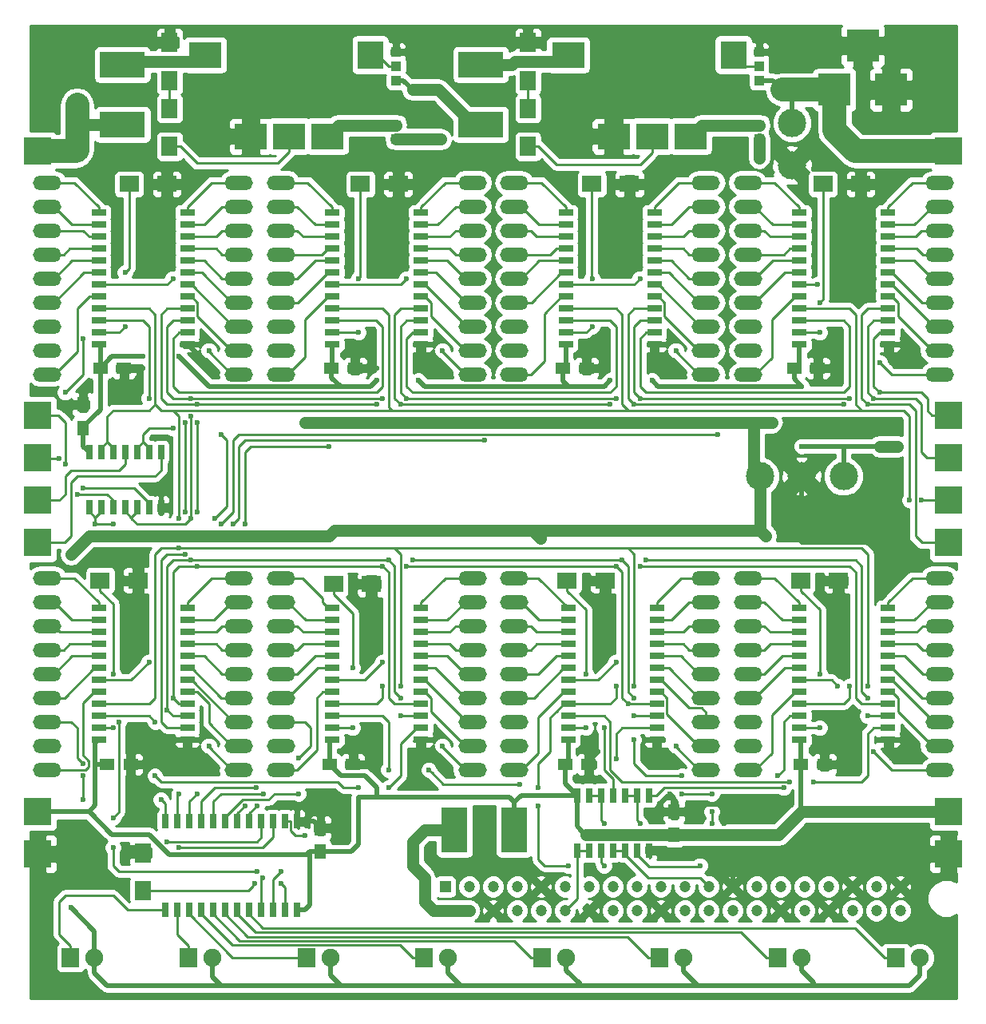
<source format=gtl>
G04 #@! TF.FileFunction,Copper,L1,Top,Signal*
%FSLAX46Y46*%
G04 Gerber Fmt 4.6, Leading zero omitted, Abs format (unit mm)*
G04 Created by KiCad (PCBNEW 4.0.2+dfsg1-stable) date Sa 04 Mär 2017 20:33:27 CET*
%MOMM*%
G01*
G04 APERTURE LIST*
%ADD10C,0.100000*%
%ADD11O,3.000000X1.500000*%
%ADD12R,1.500000X1.250000*%
%ADD13R,1.250000X1.500000*%
%ADD14R,3.500120X3.500120*%
%ADD15R,1.900000X2.000000*%
%ADD16C,1.900000*%
%ADD17R,1.000000X1.000000*%
%ADD18C,1.200000*%
%ADD19R,1.200000X1.200000*%
%ADD20R,2.000000X1.700000*%
%ADD21R,1.700000X2.000000*%
%ADD22C,2.999740*%
%ADD23R,4.826000X2.794000*%
%ADD24R,2.794000X4.826000*%
%ADD25R,3.500000X2.800000*%
%ADD26R,2.800000X3.000000*%
%ADD27R,2.999740X2.999740*%
%ADD28R,0.635000X1.524000*%
%ADD29R,1.524000X0.635000*%
%ADD30C,0.600000*%
%ADD31C,0.254000*%
%ADD32C,0.508000*%
%ADD33C,1.270000*%
%ADD34C,2.540000*%
G04 APERTURE END LIST*
D10*
D11*
X165277800Y-58724800D03*
X185597800Y-58724800D03*
X165277800Y-61264800D03*
X185597800Y-61264800D03*
X165277800Y-63804800D03*
X185597800Y-63804800D03*
X165277800Y-66344800D03*
X185597800Y-66344800D03*
X165277800Y-68884800D03*
X185597800Y-68884800D03*
X165277800Y-71424800D03*
X185597800Y-71424800D03*
X165277800Y-73964800D03*
X185597800Y-73964800D03*
X165277800Y-76504800D03*
X185597800Y-76504800D03*
X165277800Y-79044800D03*
X185597800Y-79044800D03*
X140512800Y-58724800D03*
X160832800Y-58724800D03*
X140512800Y-61264800D03*
X160832800Y-61264800D03*
X140512800Y-63804800D03*
X160832800Y-63804800D03*
X140512800Y-66344800D03*
X160832800Y-66344800D03*
X140512800Y-68884800D03*
X160832800Y-68884800D03*
X140512800Y-71424800D03*
X160832800Y-71424800D03*
X140512800Y-73964800D03*
X160832800Y-73964800D03*
X140512800Y-76504800D03*
X160832800Y-76504800D03*
X140512800Y-79044800D03*
X160832800Y-79044800D03*
X115747800Y-58719800D03*
X136067800Y-58719800D03*
X115747800Y-61259800D03*
X136067800Y-61259800D03*
X115747800Y-63799800D03*
X136067800Y-63799800D03*
X115747800Y-66339800D03*
X136067800Y-66339800D03*
X115747800Y-68879800D03*
X136067800Y-68879800D03*
X115747800Y-71419800D03*
X136067800Y-71419800D03*
X115747800Y-73959800D03*
X136067800Y-73959800D03*
X115747800Y-76499800D03*
X136067800Y-76499800D03*
X115747800Y-79039800D03*
X136067800Y-79039800D03*
X90982800Y-58724800D03*
X111302800Y-58724800D03*
X90982800Y-61264800D03*
X111302800Y-61264800D03*
X90982800Y-63804800D03*
X111302800Y-63804800D03*
X90982800Y-66344800D03*
X111302800Y-66344800D03*
X90982800Y-68884800D03*
X111302800Y-68884800D03*
X90982800Y-71424800D03*
X111302800Y-71424800D03*
X90982800Y-73964800D03*
X111302800Y-73964800D03*
X90982800Y-76504800D03*
X111302800Y-76504800D03*
X90982800Y-79044800D03*
X111302800Y-79044800D03*
X90982800Y-100634800D03*
X111302800Y-100634800D03*
X90982800Y-103174800D03*
X111302800Y-103174800D03*
X90982800Y-105714800D03*
X111302800Y-105714800D03*
X90982800Y-108254800D03*
X111302800Y-108254800D03*
X90982800Y-110794800D03*
X111302800Y-110794800D03*
X90982800Y-113334800D03*
X111302800Y-113334800D03*
X90982800Y-115874800D03*
X111302800Y-115874800D03*
X90982800Y-118414800D03*
X111302800Y-118414800D03*
X90982800Y-120954800D03*
X111302800Y-120954800D03*
X115747800Y-100634800D03*
X136067800Y-100634800D03*
X115747800Y-103174800D03*
X136067800Y-103174800D03*
X115747800Y-105714800D03*
X136067800Y-105714800D03*
X115747800Y-108254800D03*
X136067800Y-108254800D03*
X115747800Y-110794800D03*
X136067800Y-110794800D03*
X115747800Y-113334800D03*
X136067800Y-113334800D03*
X115747800Y-115874800D03*
X136067800Y-115874800D03*
X115747800Y-118414800D03*
X136067800Y-118414800D03*
X115747800Y-120954800D03*
X136067800Y-120954800D03*
X140512800Y-100634800D03*
X160832800Y-100634800D03*
X140512800Y-103174800D03*
X160832800Y-103174800D03*
X140512800Y-105714800D03*
X160832800Y-105714800D03*
X140512800Y-108254800D03*
X160832800Y-108254800D03*
X140512800Y-110794800D03*
X160832800Y-110794800D03*
X140512800Y-113334800D03*
X160832800Y-113334800D03*
X140512800Y-115874800D03*
X160832800Y-115874800D03*
X140512800Y-118414800D03*
X160832800Y-118414800D03*
X140512800Y-120954800D03*
X160832800Y-120954800D03*
X165277800Y-100634800D03*
X185597800Y-100634800D03*
X165277800Y-103174800D03*
X185597800Y-103174800D03*
X165277800Y-105714800D03*
X185597800Y-105714800D03*
X165277800Y-108254800D03*
X185597800Y-108254800D03*
X165277800Y-110794800D03*
X185597800Y-110794800D03*
X165277800Y-113334800D03*
X185597800Y-113334800D03*
X165277800Y-115874800D03*
X185597800Y-115874800D03*
X165277800Y-118414800D03*
X185597800Y-118414800D03*
X165277800Y-120954800D03*
X185597800Y-120954800D03*
D12*
X170212800Y-78379800D03*
X172712800Y-78379800D03*
X145682800Y-78379800D03*
X148182800Y-78379800D03*
X121152800Y-78379800D03*
X123652800Y-78379800D03*
X96622800Y-78379800D03*
X99122800Y-78379800D03*
X97352800Y-120379800D03*
X99852800Y-120379800D03*
X120917800Y-120379800D03*
X123417800Y-120379800D03*
X145917800Y-120379800D03*
X148417800Y-120379800D03*
X170917800Y-120379800D03*
X173417800Y-120379800D03*
D13*
X119977800Y-129629800D03*
X119977800Y-127129800D03*
D14*
X174478060Y-48879800D03*
X180477540Y-48879800D03*
X177477800Y-44180800D03*
D15*
X93477800Y-140879800D03*
D16*
X96017800Y-140879800D03*
D15*
X105977800Y-140879800D03*
D16*
X108517800Y-140879800D03*
D15*
X118477800Y-140879800D03*
D16*
X121017800Y-140879800D03*
D15*
X130937800Y-140879800D03*
D16*
X133477800Y-140879800D03*
D15*
X143477800Y-140879800D03*
D16*
X146017800Y-140879800D03*
D15*
X155937800Y-140879800D03*
D16*
X158477800Y-140879800D03*
D15*
X168437800Y-140879800D03*
D16*
X170977800Y-140879800D03*
D15*
X180977800Y-140879800D03*
D16*
X183517800Y-140879800D03*
D17*
X127977800Y-44879800D03*
X127977800Y-46379800D03*
X127977800Y-47879800D03*
X127977800Y-52629800D03*
X127977800Y-54129800D03*
X166477800Y-44879800D03*
X166477800Y-46379800D03*
X166477800Y-47879800D03*
X166477800Y-52629800D03*
X166477800Y-54129800D03*
D18*
X133197800Y-135879800D03*
D19*
X133197800Y-133339800D03*
D18*
X135737800Y-135879800D03*
X135737800Y-133339800D03*
X138277800Y-135879800D03*
X138277800Y-133339800D03*
X140817800Y-135879800D03*
X140817800Y-133339800D03*
X143357800Y-135879800D03*
X143357800Y-133339800D03*
X145897800Y-135879800D03*
X145897800Y-133339800D03*
X148437800Y-135879800D03*
X148437800Y-133339800D03*
X150977800Y-135879800D03*
X150977800Y-133339800D03*
X153517800Y-135879800D03*
X153517800Y-133339800D03*
X156057800Y-135879800D03*
X156057800Y-133339800D03*
X158597800Y-135879800D03*
X158597800Y-133339800D03*
X161137800Y-135879800D03*
X161137800Y-133339800D03*
X163677800Y-135879800D03*
X163677800Y-133339800D03*
X166217800Y-135879800D03*
X166217800Y-133339800D03*
X168757800Y-135879800D03*
X168757800Y-133339800D03*
X171297800Y-135879800D03*
X171297800Y-133339800D03*
X173837800Y-135879800D03*
X173837800Y-133339800D03*
X176377800Y-135879800D03*
X176377800Y-133339800D03*
X178917800Y-135879800D03*
X178917800Y-133339800D03*
X181457800Y-135879800D03*
X181457800Y-133339800D03*
D20*
X177272800Y-58879800D03*
X173272800Y-58879800D03*
X152742800Y-58879800D03*
X148742800Y-58879800D03*
X128212800Y-58879800D03*
X124212800Y-58879800D03*
X103682800Y-58879800D03*
X99682800Y-58879800D03*
X100602800Y-100879800D03*
X96602800Y-100879800D03*
X125367800Y-101269800D03*
X121367800Y-101269800D03*
X150132800Y-100879800D03*
X146132800Y-100879800D03*
X174897800Y-100879800D03*
X170897800Y-100879800D03*
D21*
X101142800Y-129749800D03*
X101142800Y-133749800D03*
D22*
X166547800Y-89839800D03*
X169977800Y-52374800D03*
X175437800Y-89839800D03*
X169977800Y-56879800D03*
X170992800Y-89839800D03*
D13*
X157477800Y-127879800D03*
X157477800Y-125379800D03*
X94792800Y-84739800D03*
X94792800Y-82239800D03*
D23*
X98977800Y-46204800D03*
X98977800Y-52554800D03*
X136977800Y-46204800D03*
X136977800Y-52554800D03*
D24*
X140512800Y-127304800D03*
X134162800Y-127304800D03*
D25*
X120687800Y-53809800D03*
X116627800Y-53809800D03*
X112567800Y-53809800D03*
X107737800Y-45179800D03*
D26*
X125257800Y-45179800D03*
D25*
X159187800Y-53809800D03*
X155127800Y-53809800D03*
X151067800Y-53809800D03*
X146237800Y-45179800D03*
D26*
X163757800Y-45179800D03*
D27*
X186577800Y-83379800D03*
X186577800Y-87879800D03*
X186577800Y-96879800D03*
X186577800Y-92379800D03*
X186577800Y-125379800D03*
X186577800Y-55379800D03*
X186577800Y-129879800D03*
X89977800Y-125379800D03*
X89977800Y-55379800D03*
X89977800Y-129879800D03*
X89977800Y-83379800D03*
X89977800Y-87879800D03*
X89977800Y-96879800D03*
X89977800Y-92379800D03*
D21*
X103977800Y-50879800D03*
X103977800Y-54879800D03*
X103977800Y-47879800D03*
X103977800Y-43879800D03*
X141977800Y-50879800D03*
X141977800Y-54879800D03*
X141977800Y-47879800D03*
X141977800Y-43879800D03*
D28*
X95427800Y-93141800D03*
X96697800Y-93141800D03*
X97967800Y-93141800D03*
X99237800Y-93141800D03*
X100507800Y-93141800D03*
X101777800Y-93141800D03*
X103047800Y-93141800D03*
X103047800Y-87299800D03*
X101777800Y-87299800D03*
X99237800Y-87299800D03*
X97967800Y-87299800D03*
X96697800Y-87299800D03*
X95427800Y-87299800D03*
X100507800Y-87299800D03*
X147167800Y-129498800D03*
X148437800Y-129498800D03*
X149707800Y-129498800D03*
X150977800Y-129498800D03*
X152247800Y-129498800D03*
X153517800Y-129498800D03*
X154787800Y-129498800D03*
X154787800Y-123656800D03*
X153517800Y-123656800D03*
X150977800Y-123656800D03*
X149707800Y-123656800D03*
X148437800Y-123656800D03*
X147167800Y-123656800D03*
X152247800Y-123656800D03*
X117462800Y-126415800D03*
X116192800Y-126415800D03*
X114922800Y-126415800D03*
X113652800Y-126415800D03*
X112382800Y-126415800D03*
X111112800Y-126415800D03*
X109842800Y-126415800D03*
X108572800Y-126415800D03*
X107302800Y-126415800D03*
X106032800Y-126415800D03*
X104762800Y-126415800D03*
X103492800Y-126415800D03*
X117462800Y-135813800D03*
X116192800Y-135813800D03*
X114922800Y-135813800D03*
X113652800Y-135813800D03*
X112382800Y-135813800D03*
X111112800Y-135813800D03*
X109842800Y-135813800D03*
X108572800Y-135813800D03*
X107302800Y-135813800D03*
X106032800Y-135813800D03*
X104762800Y-135813800D03*
X103492800Y-135813800D03*
D29*
X180136800Y-117779800D03*
X180136800Y-116509800D03*
X180136800Y-115239800D03*
X180136800Y-113969800D03*
X180136800Y-112699800D03*
X180136800Y-111429800D03*
X180136800Y-110159800D03*
X180136800Y-108889800D03*
X180136800Y-107619800D03*
X180136800Y-106349800D03*
X180136800Y-105079800D03*
X180136800Y-103809800D03*
X170738800Y-117779800D03*
X170738800Y-116509800D03*
X170738800Y-115239800D03*
X170738800Y-113969800D03*
X170738800Y-112699800D03*
X170738800Y-111429800D03*
X170738800Y-110159800D03*
X170738800Y-108889800D03*
X170738800Y-107619800D03*
X170738800Y-106349800D03*
X170738800Y-105079800D03*
X170738800Y-103809800D03*
X155625800Y-117779800D03*
X155625800Y-116509800D03*
X155625800Y-115239800D03*
X155625800Y-113969800D03*
X155625800Y-112699800D03*
X155625800Y-111429800D03*
X155625800Y-110159800D03*
X155625800Y-108889800D03*
X155625800Y-107619800D03*
X155625800Y-106349800D03*
X155625800Y-105079800D03*
X155625800Y-103809800D03*
X146227800Y-117779800D03*
X146227800Y-116509800D03*
X146227800Y-115239800D03*
X146227800Y-113969800D03*
X146227800Y-112699800D03*
X146227800Y-111429800D03*
X146227800Y-110159800D03*
X146227800Y-108889800D03*
X146227800Y-107619800D03*
X146227800Y-106349800D03*
X146227800Y-105079800D03*
X146227800Y-103809800D03*
X105841800Y-117779800D03*
X105841800Y-116509800D03*
X105841800Y-115239800D03*
X105841800Y-113969800D03*
X105841800Y-112699800D03*
X105841800Y-111429800D03*
X105841800Y-110159800D03*
X105841800Y-108889800D03*
X105841800Y-107619800D03*
X105841800Y-106349800D03*
X105841800Y-105079800D03*
X105841800Y-103809800D03*
X96443800Y-117779800D03*
X96443800Y-116509800D03*
X96443800Y-115239800D03*
X96443800Y-113969800D03*
X96443800Y-112699800D03*
X96443800Y-111429800D03*
X96443800Y-110159800D03*
X96443800Y-108889800D03*
X96443800Y-107619800D03*
X96443800Y-106349800D03*
X96443800Y-105079800D03*
X96443800Y-103809800D03*
X105841800Y-75869800D03*
X105841800Y-74599800D03*
X105841800Y-73329800D03*
X105841800Y-72059800D03*
X105841800Y-70789800D03*
X105841800Y-69519800D03*
X105841800Y-68249800D03*
X105841800Y-66979800D03*
X105841800Y-65709800D03*
X105841800Y-64439800D03*
X105841800Y-63169800D03*
X105841800Y-61899800D03*
X96443800Y-75869800D03*
X96443800Y-74599800D03*
X96443800Y-73329800D03*
X96443800Y-72059800D03*
X96443800Y-70789800D03*
X96443800Y-69519800D03*
X96443800Y-68249800D03*
X96443800Y-66979800D03*
X96443800Y-65709800D03*
X96443800Y-64439800D03*
X96443800Y-63169800D03*
X96443800Y-61899800D03*
X130606800Y-75864800D03*
X130606800Y-74594800D03*
X130606800Y-73324800D03*
X130606800Y-72054800D03*
X130606800Y-70784800D03*
X130606800Y-69514800D03*
X130606800Y-68244800D03*
X130606800Y-66974800D03*
X130606800Y-65704800D03*
X130606800Y-64434800D03*
X130606800Y-63164800D03*
X130606800Y-61894800D03*
X121208800Y-75864800D03*
X121208800Y-74594800D03*
X121208800Y-73324800D03*
X121208800Y-72054800D03*
X121208800Y-70784800D03*
X121208800Y-69514800D03*
X121208800Y-68244800D03*
X121208800Y-66974800D03*
X121208800Y-65704800D03*
X121208800Y-64434800D03*
X121208800Y-63164800D03*
X121208800Y-61894800D03*
X155371800Y-75869800D03*
X155371800Y-74599800D03*
X155371800Y-73329800D03*
X155371800Y-72059800D03*
X155371800Y-70789800D03*
X155371800Y-69519800D03*
X155371800Y-68249800D03*
X155371800Y-66979800D03*
X155371800Y-65709800D03*
X155371800Y-64439800D03*
X155371800Y-63169800D03*
X155371800Y-61899800D03*
X145973800Y-75869800D03*
X145973800Y-74599800D03*
X145973800Y-73329800D03*
X145973800Y-72059800D03*
X145973800Y-70789800D03*
X145973800Y-69519800D03*
X145973800Y-68249800D03*
X145973800Y-66979800D03*
X145973800Y-65709800D03*
X145973800Y-64439800D03*
X145973800Y-63169800D03*
X145973800Y-61899800D03*
X180136800Y-75869800D03*
X180136800Y-74599800D03*
X180136800Y-73329800D03*
X180136800Y-72059800D03*
X180136800Y-70789800D03*
X180136800Y-69519800D03*
X180136800Y-68249800D03*
X180136800Y-66979800D03*
X180136800Y-65709800D03*
X180136800Y-64439800D03*
X180136800Y-63169800D03*
X180136800Y-61899800D03*
X170738800Y-75869800D03*
X170738800Y-74599800D03*
X170738800Y-73329800D03*
X170738800Y-72059800D03*
X170738800Y-70789800D03*
X170738800Y-69519800D03*
X170738800Y-68249800D03*
X170738800Y-66979800D03*
X170738800Y-65709800D03*
X170738800Y-64439800D03*
X170738800Y-63169800D03*
X170738800Y-61899800D03*
X130606800Y-117779800D03*
X130606800Y-116509800D03*
X130606800Y-115239800D03*
X130606800Y-113969800D03*
X130606800Y-112699800D03*
X130606800Y-111429800D03*
X130606800Y-110159800D03*
X130606800Y-108889800D03*
X130606800Y-107619800D03*
X130606800Y-106349800D03*
X130606800Y-105079800D03*
X130606800Y-103809800D03*
X121208800Y-117779800D03*
X121208800Y-116509800D03*
X121208800Y-115239800D03*
X121208800Y-113969800D03*
X121208800Y-112699800D03*
X121208800Y-111429800D03*
X121208800Y-110159800D03*
X121208800Y-108889800D03*
X121208800Y-107619800D03*
X121208800Y-106349800D03*
X121208800Y-105079800D03*
X121208800Y-103809800D03*
D30*
X106857800Y-123494800D03*
X109397800Y-94919800D03*
X162102800Y-85394800D03*
X167182800Y-96189800D03*
X166547800Y-95554800D03*
X94792800Y-96824800D03*
X143282800Y-96419800D03*
X142417800Y-95554800D03*
X120827800Y-96189800D03*
X121462800Y-95554800D03*
X93522800Y-98094800D03*
X93522800Y-135559800D03*
X130987800Y-54129800D03*
X165912800Y-84124800D03*
X167817800Y-84124800D03*
X141782800Y-84124800D03*
X120192800Y-84124800D03*
X118287800Y-84124800D03*
X143687800Y-84124800D03*
X132742800Y-54129800D03*
X172645780Y-69519800D03*
X179247800Y-77774800D03*
X113129810Y-122859800D03*
X110667800Y-94919800D03*
X137337800Y-86029800D03*
X153847800Y-68884800D03*
X157657800Y-76504800D03*
X113920790Y-123494800D03*
X111937800Y-94919800D03*
X120827800Y-86664800D03*
X129082800Y-68884800D03*
X132892800Y-76504800D03*
X104952800Y-123494800D03*
X108762800Y-94284800D03*
X109397800Y-85394800D03*
X92887800Y-80949800D03*
X94792800Y-75234800D03*
X104317800Y-68884800D03*
X108127800Y-76504800D03*
X103047800Y-124129800D03*
X94792800Y-124129800D03*
X94792800Y-121589800D03*
X94792800Y-120319800D03*
X101777800Y-109524800D03*
X108127800Y-118414800D03*
X117652800Y-123494800D03*
X117652800Y-119684800D03*
X126542800Y-109524800D03*
X132892800Y-118414800D03*
X111937800Y-124764800D03*
X151307800Y-109524800D03*
X157657800Y-118414800D03*
X113207800Y-124764800D03*
X174802800Y-112064800D03*
X178612800Y-119049800D03*
X155117800Y-79679800D03*
X150672800Y-79679800D03*
X130352800Y-79679800D03*
X125907800Y-79679800D03*
X179247800Y-125399800D03*
X181787800Y-125399800D03*
X104952800Y-77139800D03*
X101142800Y-77139800D03*
X122097800Y-80314800D03*
X170992800Y-86664800D03*
X170992800Y-80314800D03*
X146227800Y-80314800D03*
X166477800Y-56114800D03*
X166477800Y-54129800D03*
X179247800Y-86664800D03*
X181152800Y-86664800D03*
X99237800Y-129209800D03*
X99237800Y-126669800D03*
X162737800Y-126669800D03*
X162737800Y-129844800D03*
X123367800Y-101269800D03*
X148132800Y-100634800D03*
X177977800Y-96824800D03*
X174802800Y-102539800D03*
X120192800Y-123494800D03*
X149402800Y-119049800D03*
X180517800Y-77774800D03*
X174802800Y-78409800D03*
X155117800Y-78409800D03*
X150037800Y-78409800D03*
X130352800Y-78409800D03*
X125907800Y-78409800D03*
X108127800Y-78409800D03*
X101142800Y-78409800D03*
X94792800Y-80949800D03*
X98602800Y-80949800D03*
X92887800Y-82854800D03*
X100507800Y-98729800D03*
X103047800Y-91109800D03*
X130352800Y-119684800D03*
X125907800Y-119684800D03*
X180517800Y-119684800D03*
X176707800Y-120954800D03*
X155752800Y-119049800D03*
X157022800Y-123494800D03*
X129717800Y-48879800D03*
X94157800Y-55239670D03*
X132477800Y-48879800D03*
X171977800Y-48879800D03*
X168977800Y-48879800D03*
X94157800Y-51739800D03*
X94157800Y-50469800D03*
X94157800Y-50469800D03*
X161467800Y-123494800D03*
X161467800Y-126669800D03*
X161467800Y-125399800D03*
X160197800Y-131114800D03*
X104952800Y-129209800D03*
X103682800Y-114604800D03*
X158292800Y-123494800D03*
X158292800Y-121589800D03*
X153212800Y-117779800D03*
X177977800Y-115239800D03*
X177977800Y-113334800D03*
X154482800Y-98729800D03*
X151942800Y-98729800D03*
X153212800Y-115239800D03*
X153212800Y-113334800D03*
X129717800Y-98729800D03*
X127177800Y-98729800D03*
X106222800Y-98729800D03*
X106222800Y-94284800D03*
X128447800Y-115239800D03*
X128447800Y-113334800D03*
X153847800Y-81584800D03*
X151307800Y-81584800D03*
X126542800Y-81584800D03*
X106222800Y-83489800D03*
X176072800Y-81584800D03*
X178612800Y-81584800D03*
X106222800Y-81584800D03*
X129082800Y-81584800D03*
X103682800Y-128574800D03*
X104317800Y-113334800D03*
X152577800Y-113969800D03*
X150037800Y-116509800D03*
X104317800Y-84759800D03*
X153847800Y-99364800D03*
X151307800Y-99364800D03*
X129082800Y-99364800D03*
X126542800Y-99364800D03*
X106857800Y-99364800D03*
X106857800Y-93649800D03*
X150672800Y-82219800D03*
X153212800Y-82219800D03*
X128447800Y-82219800D03*
X175437800Y-82219800D03*
X106857800Y-84124800D03*
X125907800Y-82219800D03*
X106857800Y-82219800D03*
X177977800Y-82219800D03*
X113842800Y-132384800D03*
X143052800Y-124764800D03*
X143052800Y-122859800D03*
X146227800Y-131114800D03*
X104952800Y-94284800D03*
X150037800Y-131114800D03*
X176072800Y-112064800D03*
X177977800Y-112064800D03*
X151307800Y-112064800D03*
X153212800Y-112064800D03*
X104952800Y-97459800D03*
X126542800Y-112064800D03*
X128447800Y-112064800D03*
X183692800Y-92379800D03*
X182422800Y-92379800D03*
X150037800Y-126669800D03*
X153847800Y-126669800D03*
X92887800Y-88569800D03*
X94157800Y-91744800D03*
X92252800Y-87934800D03*
X94792800Y-91109800D03*
X172897800Y-74599800D03*
X172897800Y-71424800D03*
X148767800Y-73964800D03*
X148767800Y-68884800D03*
X124002800Y-74599800D03*
X124002800Y-68884800D03*
X99237800Y-73964800D03*
X99237800Y-73964800D03*
X99237800Y-73964800D03*
X99237800Y-68249800D03*
X97967800Y-116509800D03*
X97967800Y-110794800D03*
X123367800Y-116509800D03*
X123367800Y-110159800D03*
X148132800Y-116509800D03*
X148132800Y-110794800D03*
X172897800Y-116509800D03*
X172897800Y-110794800D03*
X113025780Y-133019800D03*
X115747800Y-133019800D03*
X179247800Y-80949800D03*
X169087800Y-122859800D03*
X105587800Y-93649800D03*
X105587800Y-98094800D03*
X101777800Y-81584800D03*
X105587800Y-84124800D03*
X102412800Y-115874800D03*
X102412800Y-121589800D03*
X127185798Y-122851802D03*
X124002800Y-122859800D03*
X151307800Y-119803820D03*
X131455834Y-120968631D03*
X141114317Y-122515245D03*
X127177800Y-120954800D03*
X172262800Y-122224800D03*
X169722800Y-122224800D03*
X118287800Y-127939800D03*
X168452800Y-121589800D03*
X115747800Y-131749800D03*
X113207800Y-131749800D03*
X97967800Y-94919800D03*
X98602800Y-115874800D03*
X97967800Y-126034800D03*
X97967800Y-129209800D03*
X96062800Y-94919800D03*
D31*
X165277800Y-58724800D02*
X168135300Y-58724800D01*
X168135300Y-58724800D02*
X170738800Y-61328300D01*
X170738800Y-61328300D02*
X170738800Y-61899800D01*
X185597800Y-58724800D02*
X182740300Y-58724800D01*
X182740300Y-58724800D02*
X180136800Y-61328300D01*
X180136800Y-61328300D02*
X180136800Y-61899800D01*
X165277800Y-61264800D02*
X166027800Y-61264800D01*
X166027800Y-61264800D02*
X167932800Y-63169800D01*
X167932800Y-63169800D02*
X170738800Y-63169800D01*
X185597800Y-61264800D02*
X184847800Y-61264800D01*
X184847800Y-61264800D02*
X182942800Y-63169800D01*
X182942800Y-63169800D02*
X180136800Y-63169800D01*
X165277800Y-63804800D02*
X167031800Y-63804800D01*
X167031800Y-63804800D02*
X167666800Y-64439800D01*
X167666800Y-64439800D02*
X170738800Y-64439800D01*
X185597800Y-63804800D02*
X183709902Y-63804800D01*
X183709902Y-63804800D02*
X183074902Y-64439800D01*
X183074902Y-64439800D02*
X180136800Y-64439800D01*
X165277800Y-66344800D02*
X169087800Y-66344800D01*
X169087800Y-66344800D02*
X169722800Y-65709800D01*
X169722800Y-65709800D02*
X170738800Y-65709800D01*
X185597800Y-66344800D02*
X183843800Y-66344800D01*
X183208800Y-65709800D02*
X180136800Y-65709800D01*
X183843800Y-66344800D02*
X183208800Y-65709800D01*
X165277800Y-68884800D02*
X166027800Y-68884800D01*
X166027800Y-68884800D02*
X167932800Y-66979800D01*
X167932800Y-66979800D02*
X170738800Y-66979800D01*
X185597800Y-68884800D02*
X184847800Y-68884800D01*
X184847800Y-68884800D02*
X182942800Y-66979800D01*
X182942800Y-66979800D02*
X180136800Y-66979800D01*
X165277800Y-71424800D02*
X166027800Y-71424800D01*
X166027800Y-71424800D02*
X169202800Y-68249800D01*
X169202800Y-68249800D02*
X170738800Y-68249800D01*
X185597800Y-71424800D02*
X183756300Y-71424800D01*
X183756300Y-71424800D02*
X180581300Y-68249800D01*
X180581300Y-68249800D02*
X180136800Y-68249800D01*
X106032800Y-126415800D02*
X106032800Y-124319800D01*
X106032800Y-124319800D02*
X106857800Y-123494800D01*
X110667800Y-87299800D02*
X110667800Y-93649800D01*
X110667800Y-93649800D02*
X109397800Y-94919800D01*
X110667800Y-86029800D02*
X110667800Y-87299800D01*
X111302800Y-85394800D02*
X110667800Y-86029800D01*
X112572800Y-85394800D02*
X111302800Y-85394800D01*
X162102800Y-85394800D02*
X112572800Y-85394800D01*
X185597800Y-73964800D02*
X185026300Y-73964800D01*
X185026300Y-73964800D02*
X180581300Y-69519800D01*
X180581300Y-69519800D02*
X180136800Y-69519800D01*
D32*
X147497800Y-143814800D02*
X159977800Y-143814800D01*
X159977800Y-143814800D02*
X172262800Y-143814800D01*
X158477800Y-140879800D02*
X158477800Y-142314800D01*
X158477800Y-142314800D02*
X159977800Y-143814800D01*
D33*
X166547800Y-89839800D02*
X166547800Y-95554800D01*
X166547800Y-95554800D02*
X167182800Y-96189800D01*
X165912800Y-84124800D02*
X165912800Y-89204800D01*
X165912800Y-89204800D02*
X166547800Y-89839800D01*
X142417800Y-95554800D02*
X166547800Y-95554800D01*
X95427800Y-96189800D02*
X120827800Y-96189800D01*
X120827800Y-96189800D02*
X121462800Y-95554800D01*
X94792800Y-96824800D02*
X95427800Y-96189800D01*
X93522800Y-98094800D02*
X94792800Y-96824800D01*
X142417800Y-95554800D02*
X143282800Y-96419800D01*
X121462800Y-95554800D02*
X142417800Y-95554800D01*
D32*
X96017800Y-140879800D02*
X96017800Y-138054800D01*
X96017800Y-138054800D02*
X93522800Y-135559800D01*
X172262800Y-143814800D02*
X182422800Y-143814800D01*
X170977800Y-140879800D02*
X170977800Y-142223302D01*
X170977800Y-142223302D02*
X172262800Y-143508302D01*
X172262800Y-143508302D02*
X172262800Y-143814800D01*
X134797800Y-143814800D02*
X147497800Y-143814800D01*
X146017800Y-140879800D02*
X146017800Y-142223302D01*
X146017800Y-142223302D02*
X147497800Y-143703302D01*
X147497800Y-143703302D02*
X147497800Y-143814800D01*
X122097800Y-143814800D02*
X134797800Y-143814800D01*
X133477800Y-140879800D02*
X133477800Y-142494800D01*
X133477800Y-142494800D02*
X134797800Y-143814800D01*
X109397800Y-143814800D02*
X122097800Y-143814800D01*
X121017800Y-140879800D02*
X121017800Y-142734800D01*
X121017800Y-142734800D02*
X122097800Y-143814800D01*
X97332800Y-143814800D02*
X109397800Y-143814800D01*
X108517800Y-140879800D02*
X108517800Y-142934800D01*
X108517800Y-142934800D02*
X109397800Y-143814800D01*
X96017800Y-140879800D02*
X96017800Y-142499800D01*
X96017800Y-142499800D02*
X97332800Y-143814800D01*
X182422800Y-143814800D02*
X183517800Y-142719800D01*
X183517800Y-142719800D02*
X183517800Y-140879800D01*
D33*
X120192800Y-84124800D02*
X141782800Y-84124800D01*
X127977800Y-54129800D02*
X130987800Y-54129800D01*
X130987800Y-54129800D02*
X132742800Y-54129800D01*
X143687800Y-84124800D02*
X165912800Y-84124800D01*
X165912800Y-84124800D02*
X167817800Y-84124800D01*
X141782800Y-84124800D02*
X143687800Y-84124800D01*
X118287800Y-84124800D02*
X120192800Y-84124800D01*
D31*
X185597800Y-76504800D02*
X184847800Y-76504800D01*
X184847800Y-76504800D02*
X181225801Y-72882801D01*
X181225801Y-72882801D02*
X181225801Y-71434301D01*
X180581300Y-70789800D02*
X180136800Y-70789800D01*
X181225801Y-71434301D02*
X180581300Y-70789800D01*
X167817800Y-77254800D02*
X167817800Y-73266300D01*
X167817800Y-73266300D02*
X170294300Y-70789800D01*
X170294300Y-70789800D02*
X170738800Y-70789800D01*
X165277800Y-79044800D02*
X166027800Y-79044800D01*
X166027800Y-79044800D02*
X167817800Y-77254800D01*
X170738800Y-69519800D02*
X172645780Y-69519800D01*
X180517800Y-79044800D02*
X179247800Y-77774800D01*
X185597800Y-79044800D02*
X180517800Y-79044800D01*
X140512800Y-58724800D02*
X143370300Y-58724800D01*
X143370300Y-58724800D02*
X145973800Y-61328300D01*
X145973800Y-61328300D02*
X145973800Y-61899800D01*
X160832800Y-58724800D02*
X157975300Y-58724800D01*
X157975300Y-58724800D02*
X155371800Y-61328300D01*
X155371800Y-61328300D02*
X155371800Y-61899800D01*
X140512800Y-61264800D02*
X141262800Y-61264800D01*
X141262800Y-61264800D02*
X143167800Y-63169800D01*
X143167800Y-63169800D02*
X145973800Y-63169800D01*
X160832800Y-61264800D02*
X159078800Y-61264800D01*
X159078800Y-61264800D02*
X157173800Y-63169800D01*
X157173800Y-63169800D02*
X155371800Y-63169800D01*
X140512800Y-63804800D02*
X142266800Y-63804800D01*
X142901800Y-64439800D02*
X145973800Y-64439800D01*
X142266800Y-63804800D02*
X142901800Y-64439800D01*
X160832800Y-63804800D02*
X159078800Y-63804800D01*
X159078800Y-63804800D02*
X158443800Y-64439800D01*
X158443800Y-64439800D02*
X155371800Y-64439800D01*
X140512800Y-66344800D02*
X144322800Y-66344800D01*
X144322800Y-66344800D02*
X144957800Y-65709800D01*
X144957800Y-65709800D02*
X145973800Y-65709800D01*
X160832800Y-66344800D02*
X159078800Y-66344800D01*
X159078800Y-66344800D02*
X158443800Y-65709800D01*
X158443800Y-65709800D02*
X155371800Y-65709800D01*
X140512800Y-68884800D02*
X141262800Y-68884800D01*
X141262800Y-68884800D02*
X143167800Y-66979800D01*
X143167800Y-66979800D02*
X145973800Y-66979800D01*
X160832800Y-68884800D02*
X159078800Y-68884800D01*
X159078800Y-68884800D02*
X157173800Y-66979800D01*
X157173800Y-66979800D02*
X155371800Y-66979800D01*
X140512800Y-71424800D02*
X142354300Y-71424800D01*
X142354300Y-71424800D02*
X145529300Y-68249800D01*
X145529300Y-68249800D02*
X145973800Y-68249800D01*
X160832800Y-71424800D02*
X160082800Y-71424800D01*
X160082800Y-71424800D02*
X156907800Y-68249800D01*
X156907800Y-68249800D02*
X155371800Y-68249800D01*
X107302800Y-126415800D02*
X107302800Y-124319800D01*
X107302800Y-124319800D02*
X108762800Y-122859800D01*
X108762800Y-122859800D02*
X113129810Y-122859800D01*
X111302800Y-87299800D02*
X111302800Y-94284800D01*
X111302800Y-94284800D02*
X110667800Y-94919800D01*
X111302800Y-86664800D02*
X111302800Y-87299800D01*
X111937800Y-86029800D02*
X111302800Y-86664800D01*
X112565733Y-86029800D02*
X111937800Y-86029800D01*
X112572800Y-86029800D02*
X112565733Y-86029800D01*
X137337800Y-86029800D02*
X112572800Y-86029800D01*
X160832800Y-73964800D02*
X160261300Y-73964800D01*
X160261300Y-73964800D02*
X155816300Y-69519800D01*
X155816300Y-69519800D02*
X155371800Y-69519800D01*
X160832800Y-76504800D02*
X160082800Y-76504800D01*
X155816300Y-70789800D02*
X155371800Y-70789800D01*
X160082800Y-76504800D02*
X156460801Y-72882801D01*
X156460801Y-72882801D02*
X156460801Y-71434301D01*
X156460801Y-71434301D02*
X155816300Y-70789800D01*
X143687800Y-77623800D02*
X143687800Y-72631300D01*
X143687800Y-72631300D02*
X145529300Y-70789800D01*
X145529300Y-70789800D02*
X145973800Y-70789800D01*
X140512800Y-79044800D02*
X142266800Y-79044800D01*
X142266800Y-79044800D02*
X143687800Y-77623800D01*
X153847800Y-68884800D02*
X153212800Y-69519800D01*
X153212800Y-69519800D02*
X145973800Y-69519800D01*
X160832800Y-79044800D02*
X160082800Y-79044800D01*
X160082800Y-79044800D02*
X157657800Y-76619800D01*
X157657800Y-76619800D02*
X157657800Y-76504800D01*
X115747800Y-58719800D02*
X118605300Y-58719800D01*
X118605300Y-58719800D02*
X121208800Y-61323300D01*
X121208800Y-61323300D02*
X121208800Y-61894800D01*
X136067800Y-58719800D02*
X133210300Y-58719800D01*
X133210300Y-58719800D02*
X130606800Y-61323300D01*
X130606800Y-61323300D02*
X130606800Y-61894800D01*
X115747800Y-61259800D02*
X117501800Y-61259800D01*
X117501800Y-61259800D02*
X119406800Y-63164800D01*
X119406800Y-63164800D02*
X121208800Y-63164800D01*
X136067800Y-61259800D02*
X134313800Y-61259800D01*
X134313800Y-61259800D02*
X132408800Y-63164800D01*
X132408800Y-63164800D02*
X130606800Y-63164800D01*
X115747800Y-63799800D02*
X117501800Y-63799800D01*
X117501800Y-63799800D02*
X118136800Y-64434800D01*
X118136800Y-64434800D02*
X121208800Y-64434800D01*
X136067800Y-63799800D02*
X134313800Y-63799800D01*
X134313800Y-63799800D02*
X133678800Y-64434800D01*
X133678800Y-64434800D02*
X130606800Y-64434800D01*
X115747800Y-66339800D02*
X120129300Y-66339800D01*
X120129300Y-66339800D02*
X120764300Y-65704800D01*
X120764300Y-65704800D02*
X121208800Y-65704800D01*
X136067800Y-66339800D02*
X134313800Y-66339800D01*
X134313800Y-66339800D02*
X133678800Y-65704800D01*
X133678800Y-65704800D02*
X130606800Y-65704800D01*
X115747800Y-68879800D02*
X117501800Y-68879800D01*
X117501800Y-68879800D02*
X119406800Y-66974800D01*
X119406800Y-66974800D02*
X121208800Y-66974800D01*
X136067800Y-68879800D02*
X135317800Y-68879800D01*
X135317800Y-68879800D02*
X133412800Y-66974800D01*
X133412800Y-66974800D02*
X130606800Y-66974800D01*
X115747800Y-71419800D02*
X117589300Y-71419800D01*
X117589300Y-71419800D02*
X120764300Y-68244800D01*
X120764300Y-68244800D02*
X121208800Y-68244800D01*
X136067800Y-71419800D02*
X135427800Y-71419800D01*
X135427800Y-71419800D02*
X132252800Y-68244800D01*
X132252800Y-68244800D02*
X130606800Y-68244800D01*
X108572800Y-124319800D02*
X109397800Y-123494800D01*
X108572800Y-126415800D02*
X108572800Y-124319800D01*
X109397800Y-123494800D02*
X113920790Y-123494800D01*
X108572800Y-125971300D02*
X108572800Y-126415800D01*
X111937800Y-87299800D02*
X111937800Y-94919800D01*
X112572800Y-86664800D02*
X111937800Y-87299800D01*
X120827800Y-86664800D02*
X112572800Y-86664800D01*
X136067800Y-73959800D02*
X135496300Y-73959800D01*
X135496300Y-73959800D02*
X131051300Y-69514800D01*
X131051300Y-69514800D02*
X130606800Y-69514800D01*
X136067800Y-76499800D02*
X135317800Y-76499800D01*
X135317800Y-76499800D02*
X131695801Y-72877801D01*
X131695801Y-72877801D02*
X131695801Y-71429301D01*
X131695801Y-71429301D02*
X131051300Y-70784800D01*
X131051300Y-70784800D02*
X130606800Y-70784800D01*
X118287800Y-77249800D02*
X118287800Y-73261300D01*
X118287800Y-73261300D02*
X120764300Y-70784800D01*
X120764300Y-70784800D02*
X121208800Y-70784800D01*
X115747800Y-79039800D02*
X116497800Y-79039800D01*
X116497800Y-79039800D02*
X118287800Y-77249800D01*
X129082800Y-68884800D02*
X128452800Y-69514800D01*
X128452800Y-69514800D02*
X121208800Y-69514800D01*
X136067800Y-79039800D02*
X135317800Y-79039800D01*
X135317800Y-79039800D02*
X132892800Y-76614800D01*
X132892800Y-76614800D02*
X132892800Y-76504800D01*
X90982800Y-58724800D02*
X93840300Y-58724800D01*
X96443800Y-61328300D02*
X96443800Y-61899800D01*
X93840300Y-58724800D02*
X96443800Y-61328300D01*
X111302800Y-58724800D02*
X108445300Y-58724800D01*
X108445300Y-58724800D02*
X105841800Y-61328300D01*
X105841800Y-61328300D02*
X105841800Y-61899800D01*
X90982800Y-61264800D02*
X91732800Y-61264800D01*
X91732800Y-61264800D02*
X93637800Y-63169800D01*
X93637800Y-63169800D02*
X96443800Y-63169800D01*
X111302800Y-61264800D02*
X109548800Y-61264800D01*
X109548800Y-61264800D02*
X107643800Y-63169800D01*
X107643800Y-63169800D02*
X105841800Y-63169800D01*
X90982800Y-63804800D02*
X94792800Y-63804800D01*
X94792800Y-63804800D02*
X95427800Y-64439800D01*
X95427800Y-64439800D02*
X96443800Y-64439800D01*
X111302800Y-63804800D02*
X109548800Y-63804800D01*
X109548800Y-63804800D02*
X108913800Y-64439800D01*
X108913800Y-64439800D02*
X105841800Y-64439800D01*
X90982800Y-66344800D02*
X92736800Y-66344800D01*
X92736800Y-66344800D02*
X93371800Y-65709800D01*
X93371800Y-65709800D02*
X96443800Y-65709800D01*
X111302800Y-66344800D02*
X109548800Y-66344800D01*
X108913800Y-65709800D02*
X105841800Y-65709800D01*
X109548800Y-66344800D02*
X108913800Y-65709800D01*
X90982800Y-68884800D02*
X91732800Y-68884800D01*
X91732800Y-68884800D02*
X93637800Y-66979800D01*
X93637800Y-66979800D02*
X96443800Y-66979800D01*
X111302800Y-68884800D02*
X109548800Y-68884800D01*
X109548800Y-68884800D02*
X107643800Y-66979800D01*
X107643800Y-66979800D02*
X105841800Y-66979800D01*
X90982800Y-71424800D02*
X91732800Y-71424800D01*
X91732800Y-71424800D02*
X94907800Y-68249800D01*
X94907800Y-68249800D02*
X96443800Y-68249800D01*
X111302800Y-71424800D02*
X110552800Y-71424800D01*
X107377800Y-68249800D02*
X105841800Y-68249800D01*
X110552800Y-71424800D02*
X107377800Y-68249800D01*
X104762800Y-126415800D02*
X104762800Y-123684800D01*
X104762800Y-123684800D02*
X104952800Y-123494800D01*
X108762800Y-94284800D02*
X110032800Y-93014800D01*
X110032800Y-86664800D02*
X110032800Y-87299800D01*
X110032800Y-86029800D02*
X110032800Y-86664800D01*
X110032800Y-86664800D02*
X110032800Y-93014800D01*
X109397800Y-85394800D02*
X110032800Y-86029800D01*
X94792800Y-75234800D02*
X94792800Y-79044800D01*
X94792800Y-79044800D02*
X92887800Y-80949800D01*
X111302800Y-73964800D02*
X110731300Y-73964800D01*
X110731300Y-73964800D02*
X106286300Y-69519800D01*
X106286300Y-69519800D02*
X105841800Y-69519800D01*
X111302800Y-76504800D02*
X110552800Y-76504800D01*
X106930801Y-72882801D02*
X106930801Y-71434301D01*
X110552800Y-76504800D02*
X106930801Y-72882801D01*
X106930801Y-71434301D02*
X106286300Y-70789800D01*
X106286300Y-70789800D02*
X105841800Y-70789800D01*
X94157800Y-76619800D02*
X94157800Y-72059800D01*
X94157800Y-72059800D02*
X95427800Y-70789800D01*
X95427800Y-70789800D02*
X96443800Y-70789800D01*
X90982800Y-79044800D02*
X91732800Y-79044800D01*
X91732800Y-79044800D02*
X94157800Y-76619800D01*
X104317800Y-68884800D02*
X103682800Y-69519800D01*
X103682800Y-69519800D02*
X96443800Y-69519800D01*
X111302800Y-79044800D02*
X110552800Y-79044800D01*
X110552800Y-79044800D02*
X108127800Y-76619800D01*
X108127800Y-76619800D02*
X108127800Y-76504800D01*
X90982800Y-100634800D02*
X93840300Y-100634800D01*
X93840300Y-100634800D02*
X96443800Y-103238300D01*
X96443800Y-103238300D02*
X96443800Y-103809800D01*
X111302800Y-100634800D02*
X108445300Y-100634800D01*
X108445300Y-100634800D02*
X105841800Y-103238300D01*
X105841800Y-103238300D02*
X105841800Y-103809800D01*
X90982800Y-103174800D02*
X91732800Y-103174800D01*
X91732800Y-103174800D02*
X93637800Y-105079800D01*
X93637800Y-105079800D02*
X96443800Y-105079800D01*
X111302800Y-103174800D02*
X110552800Y-103174800D01*
X110552800Y-103174800D02*
X108647800Y-105079800D01*
X108647800Y-105079800D02*
X105841800Y-105079800D01*
X90982800Y-105714800D02*
X91732800Y-105714800D01*
X91732800Y-105714800D02*
X92367800Y-106349800D01*
X92367800Y-106349800D02*
X96443800Y-106349800D01*
X111302800Y-105714800D02*
X109548800Y-105714800D01*
X109548800Y-105714800D02*
X108913800Y-106349800D01*
X108913800Y-106349800D02*
X105841800Y-106349800D01*
X90982800Y-108254800D02*
X92736800Y-108254800D01*
X92736800Y-108254800D02*
X93371800Y-107619800D01*
X93371800Y-107619800D02*
X96443800Y-107619800D01*
X111302800Y-108254800D02*
X109548800Y-108254800D01*
X109548800Y-108254800D02*
X108913800Y-107619800D01*
X108913800Y-107619800D02*
X105841800Y-107619800D01*
X90982800Y-110794800D02*
X91732800Y-110794800D01*
X91732800Y-110794800D02*
X93637800Y-108889800D01*
X93637800Y-108889800D02*
X96443800Y-108889800D01*
X111302800Y-110794800D02*
X109548800Y-110794800D01*
X109548800Y-110794800D02*
X107643800Y-108889800D01*
X107643800Y-108889800D02*
X105841800Y-108889800D01*
X90982800Y-113334800D02*
X92824300Y-113334800D01*
X92824300Y-113334800D02*
X95999300Y-110159800D01*
X95999300Y-110159800D02*
X96443800Y-110159800D01*
X111302800Y-113334800D02*
X109461300Y-113334800D01*
X109461300Y-113334800D02*
X106286300Y-110159800D01*
X106286300Y-110159800D02*
X105841800Y-110159800D01*
X103492800Y-126415800D02*
X103492800Y-124574800D01*
X103492800Y-124574800D02*
X103047800Y-124129800D01*
X94792800Y-121589800D02*
X94792800Y-124129800D01*
X94157800Y-116509800D02*
X94157800Y-119684800D01*
X94157800Y-119684800D02*
X94792800Y-120319800D01*
X93522800Y-115874800D02*
X94157800Y-116509800D01*
X90982800Y-115874800D02*
X93522800Y-115874800D01*
X111302800Y-115874800D02*
X110731300Y-115874800D01*
X110731300Y-115874800D02*
X106286300Y-111429800D01*
X106286300Y-111429800D02*
X105841800Y-111429800D01*
X111302800Y-118414800D02*
X110552800Y-118414800D01*
X110552800Y-118414800D02*
X108127800Y-115989800D01*
X108127800Y-113969800D02*
X106857800Y-112699800D01*
X108127800Y-115989800D02*
X108127800Y-113969800D01*
X106857800Y-112699800D02*
X105841800Y-112699800D01*
X95085764Y-120954800D02*
X92736800Y-120954800D01*
X95419802Y-120620762D02*
X95085764Y-120954800D01*
X95419802Y-120018838D02*
X95419802Y-120620762D01*
X94792800Y-113906300D02*
X94792800Y-119391836D01*
X95999300Y-112699800D02*
X94792800Y-113906300D01*
X92736800Y-120954800D02*
X90982800Y-120954800D01*
X94792800Y-119391836D02*
X95419802Y-120018838D01*
X96443800Y-112699800D02*
X95999300Y-112699800D01*
X101777800Y-109524800D02*
X99872800Y-111429800D01*
X99872800Y-111429800D02*
X96443800Y-111429800D01*
X111302800Y-120954800D02*
X110552800Y-120954800D01*
X110552800Y-120954800D02*
X108127800Y-118529800D01*
X108127800Y-118529800D02*
X108127800Y-118414800D01*
X115747800Y-100634800D02*
X118033800Y-100634800D01*
X120192800Y-103238300D02*
X120764300Y-103809800D01*
X118033800Y-100634800D02*
X120192800Y-102793800D01*
X120192800Y-102793800D02*
X120192800Y-103238300D01*
X120764300Y-103809800D02*
X121208800Y-103809800D01*
X136067800Y-100634800D02*
X133210300Y-100634800D01*
X133210300Y-100634800D02*
X130606800Y-103238300D01*
X130606800Y-103238300D02*
X130606800Y-103809800D01*
X115747800Y-103174800D02*
X116497800Y-103174800D01*
X116497800Y-103174800D02*
X118402800Y-105079800D01*
X118402800Y-105079800D02*
X121208800Y-105079800D01*
X136067800Y-103174800D02*
X135317800Y-103174800D01*
X135317800Y-103174800D02*
X133412800Y-105079800D01*
X133412800Y-105079800D02*
X130606800Y-105079800D01*
X115747800Y-105714800D02*
X117501800Y-105714800D01*
X117501800Y-105714800D02*
X118136800Y-106349800D01*
X118136800Y-106349800D02*
X121208800Y-106349800D01*
X136067800Y-105714800D02*
X134313800Y-105714800D01*
X134313800Y-105714800D02*
X133678800Y-106349800D01*
X133678800Y-106349800D02*
X130606800Y-106349800D01*
X115747800Y-108254800D02*
X117501800Y-108254800D01*
X118136800Y-107619800D02*
X121208800Y-107619800D01*
X117501800Y-108254800D02*
X118136800Y-107619800D01*
X136067800Y-108254800D02*
X134313800Y-108254800D01*
X134313800Y-108254800D02*
X133678800Y-107619800D01*
X133678800Y-107619800D02*
X130606800Y-107619800D01*
X115747800Y-110794800D02*
X117501800Y-110794800D01*
X117501800Y-110794800D02*
X119406800Y-108889800D01*
X119406800Y-108889800D02*
X121208800Y-108889800D01*
X136067800Y-110794800D02*
X135317800Y-110794800D01*
X135317800Y-110794800D02*
X133412800Y-108889800D01*
X133412800Y-108889800D02*
X130606800Y-108889800D01*
X115747800Y-113334800D02*
X116497800Y-113334800D01*
X116497800Y-113334800D02*
X119672800Y-110159800D01*
X119672800Y-110159800D02*
X121208800Y-110159800D01*
X136067800Y-113334800D02*
X135317800Y-113334800D01*
X135317800Y-113334800D02*
X132142800Y-110159800D01*
X132142800Y-110159800D02*
X130606800Y-110159800D01*
X109842800Y-125971300D02*
X109842800Y-126415800D01*
X111684300Y-124129800D02*
X109842800Y-125971300D01*
X115105732Y-123494800D02*
X114470732Y-124129800D01*
X117652800Y-123494800D02*
X115105732Y-123494800D01*
X114470732Y-124129800D02*
X111684300Y-124129800D01*
X118922800Y-116509800D02*
X118922800Y-118414800D01*
X118922800Y-118414800D02*
X117652800Y-119684800D01*
X118287800Y-115874800D02*
X118922800Y-116509800D01*
X117501800Y-115874800D02*
X118287800Y-115874800D01*
X115747800Y-115874800D02*
X117501800Y-115874800D01*
X136067800Y-115874800D02*
X135496300Y-115874800D01*
X135496300Y-115874800D02*
X131051300Y-111429800D01*
X131051300Y-111429800D02*
X130606800Y-111429800D01*
X136067800Y-118414800D02*
X135317800Y-118414800D01*
X131695801Y-114792801D02*
X131695801Y-113344301D01*
X135317800Y-118414800D02*
X131695801Y-114792801D01*
X131695801Y-113344301D02*
X131051300Y-112699800D01*
X131051300Y-112699800D02*
X130606800Y-112699800D01*
X115747800Y-120954800D02*
X117501800Y-120954800D01*
X117501800Y-120954800D02*
X119557800Y-118898800D01*
X119557800Y-118898800D02*
X119557800Y-113334800D01*
X119557800Y-113334800D02*
X120192800Y-112699800D01*
X120192800Y-112699800D02*
X121208800Y-112699800D01*
X120764300Y-112699800D02*
X121208800Y-112699800D01*
X115747800Y-120954800D02*
X116497800Y-120954800D01*
X126542800Y-109524800D02*
X124637800Y-111429800D01*
X124637800Y-111429800D02*
X121208800Y-111429800D01*
X136067800Y-120954800D02*
X135317800Y-120954800D01*
X135317800Y-120954800D02*
X132892800Y-118529800D01*
X132892800Y-118529800D02*
X132892800Y-118414800D01*
X143052800Y-100634800D02*
X146227800Y-103809800D01*
X140512800Y-100634800D02*
X143052800Y-100634800D01*
X160832800Y-100634800D02*
X158229300Y-100634800D01*
X158229300Y-100634800D02*
X155625800Y-103238300D01*
X155625800Y-103238300D02*
X155625800Y-103809800D01*
X140512800Y-103174800D02*
X141262800Y-103174800D01*
X141262800Y-103174800D02*
X143167800Y-105079800D01*
X143167800Y-105079800D02*
X146227800Y-105079800D01*
X160832800Y-103174800D02*
X159078800Y-103174800D01*
X157173800Y-105079800D02*
X155625800Y-105079800D01*
X159078800Y-103174800D02*
X157173800Y-105079800D01*
X140512800Y-105714800D02*
X142266800Y-105714800D01*
X142266800Y-105714800D02*
X142901800Y-106349800D01*
X142901800Y-106349800D02*
X146227800Y-106349800D01*
X160832800Y-105714800D02*
X159078800Y-105714800D01*
X158443800Y-106349800D02*
X155625800Y-106349800D01*
X159078800Y-105714800D02*
X158443800Y-106349800D01*
X140512800Y-108254800D02*
X142266800Y-108254800D01*
X142266800Y-108254800D02*
X142901800Y-107619800D01*
X142901800Y-107619800D02*
X146227800Y-107619800D01*
X160832800Y-108254800D02*
X159078800Y-108254800D01*
X159078800Y-108254800D02*
X158443800Y-107619800D01*
X158443800Y-107619800D02*
X155625800Y-107619800D01*
X140512800Y-110794800D02*
X143052800Y-110794800D01*
X143052800Y-110794800D02*
X144957800Y-108889800D01*
X144957800Y-108889800D02*
X146227800Y-108889800D01*
X160832800Y-110794800D02*
X160082800Y-110794800D01*
X160082800Y-110794800D02*
X158177800Y-108889800D01*
X158177800Y-108889800D02*
X155625800Y-108889800D01*
X140512800Y-113334800D02*
X142608300Y-113334800D01*
X142608300Y-113334800D02*
X145783300Y-110159800D01*
X145783300Y-110159800D02*
X146227800Y-110159800D01*
X160832800Y-113334800D02*
X160082800Y-113334800D01*
X160082800Y-113334800D02*
X156907800Y-110159800D01*
X156907800Y-110159800D02*
X155625800Y-110159800D01*
X111937800Y-124764800D02*
X111112800Y-125589800D01*
X111112800Y-125589800D02*
X111112800Y-126415800D01*
X160832800Y-115874800D02*
X160832800Y-114870800D01*
X160832800Y-114870800D02*
X160373810Y-114411810D01*
X160373810Y-114411810D02*
X159052310Y-114411810D01*
X159052310Y-114411810D02*
X156070300Y-111429800D01*
X156070300Y-111429800D02*
X155625800Y-111429800D01*
X160832800Y-118414800D02*
X160082800Y-118414800D01*
X160082800Y-118414800D02*
X156714801Y-115046801D01*
X156070300Y-112699800D02*
X155625800Y-112699800D01*
X156714801Y-115046801D02*
X156714801Y-113344301D01*
X156714801Y-113344301D02*
X156070300Y-112699800D01*
X143052800Y-119164800D02*
X143052800Y-115430300D01*
X143052800Y-115430300D02*
X145783300Y-112699800D01*
X145783300Y-112699800D02*
X146227800Y-112699800D01*
X140512800Y-120954800D02*
X141262800Y-120954800D01*
X141262800Y-120954800D02*
X143052800Y-119164800D01*
X151307800Y-109524800D02*
X149402800Y-111429800D01*
X149402800Y-111429800D02*
X146227800Y-111429800D01*
X160832800Y-120954800D02*
X160082800Y-120954800D01*
X160082800Y-120954800D02*
X157657800Y-118529800D01*
X157657800Y-118529800D02*
X157657800Y-118414800D01*
X165277800Y-100634800D02*
X168135300Y-100634800D01*
X168135300Y-100634800D02*
X170738800Y-103238300D01*
X170738800Y-103238300D02*
X170738800Y-103809800D01*
X185597800Y-100634800D02*
X182740300Y-100634800D01*
X182740300Y-100634800D02*
X180136800Y-103238300D01*
X180136800Y-103238300D02*
X180136800Y-103809800D01*
X165277800Y-103174800D02*
X167031800Y-103174800D01*
X167031800Y-103174800D02*
X168936800Y-105079800D01*
X168936800Y-105079800D02*
X170738800Y-105079800D01*
X185597800Y-103174800D02*
X184847800Y-103174800D01*
X184847800Y-103174800D02*
X182942800Y-105079800D01*
X182942800Y-105079800D02*
X180136800Y-105079800D01*
X165277800Y-105714800D02*
X167031800Y-105714800D01*
X167031800Y-105714800D02*
X167666800Y-106349800D01*
X167666800Y-106349800D02*
X170738800Y-106349800D01*
X185597800Y-105714800D02*
X183843800Y-105714800D01*
X183208800Y-106349800D02*
X180136800Y-106349800D01*
X183843800Y-105714800D02*
X183208800Y-106349800D01*
X165277800Y-108254800D02*
X167031800Y-108254800D01*
X167031800Y-108254800D02*
X167666800Y-107619800D01*
X167666800Y-107619800D02*
X170738800Y-107619800D01*
X185597800Y-108254800D02*
X183843800Y-108254800D01*
X183843800Y-108254800D02*
X183208800Y-107619800D01*
X183208800Y-107619800D02*
X180136800Y-107619800D01*
X165277800Y-110794800D02*
X167031800Y-110794800D01*
X167031800Y-110794800D02*
X168936800Y-108889800D01*
X168936800Y-108889800D02*
X170738800Y-108889800D01*
X185597800Y-110794800D02*
X183843800Y-110794800D01*
X183843800Y-110794800D02*
X181938800Y-108889800D01*
X181938800Y-108889800D02*
X180136800Y-108889800D01*
X165277800Y-113334800D02*
X166027800Y-113334800D01*
X166027800Y-113334800D02*
X169202800Y-110159800D01*
X169202800Y-110159800D02*
X170738800Y-110159800D01*
X185597800Y-113334800D02*
X183756300Y-113334800D01*
X183756300Y-113334800D02*
X180581300Y-110159800D01*
X180581300Y-110159800D02*
X180136800Y-110159800D01*
X113207800Y-124764800D02*
X112382800Y-125589800D01*
X112382800Y-125589800D02*
X112382800Y-126415800D01*
X185597800Y-115874800D02*
X185026300Y-115874800D01*
X185026300Y-115874800D02*
X180581300Y-111429800D01*
X180581300Y-111429800D02*
X180136800Y-111429800D01*
X185597800Y-118414800D02*
X184847800Y-118414800D01*
X184847800Y-118414800D02*
X181225801Y-114792801D01*
X181225801Y-114792801D02*
X181225801Y-113344301D01*
X181225801Y-113344301D02*
X180581300Y-112699800D01*
X180581300Y-112699800D02*
X180136800Y-112699800D01*
X167817800Y-119164800D02*
X167817800Y-115176300D01*
X167817800Y-115176300D02*
X170294300Y-112699800D01*
X170294300Y-112699800D02*
X170738800Y-112699800D01*
X165277800Y-120954800D02*
X166027800Y-120954800D01*
X166027800Y-120954800D02*
X167817800Y-119164800D01*
X174802800Y-112064800D02*
X174167800Y-111429800D01*
X174167800Y-111429800D02*
X170738800Y-111429800D01*
X185597800Y-120954800D02*
X180517800Y-120954800D01*
X180517800Y-120954800D02*
X178612800Y-119049800D01*
D32*
X125907800Y-122859800D02*
X125907800Y-123879800D01*
X124637800Y-121589800D02*
X125907800Y-122859800D01*
X122732800Y-121589800D02*
X124637800Y-121589800D01*
X123977800Y-123879800D02*
X125907800Y-123879800D01*
X125907800Y-123879800D02*
X140008800Y-123879800D01*
X120917800Y-120379800D02*
X122127800Y-121589800D01*
X122127800Y-121589800D02*
X122732800Y-121589800D01*
X120917800Y-120379800D02*
X120917800Y-118070800D01*
X147560800Y-127304800D02*
X148135800Y-127879800D01*
X97861801Y-127833801D02*
X95427800Y-125399800D01*
X101825877Y-127833801D02*
X97861801Y-127833801D01*
X103955878Y-129963802D02*
X101825877Y-127833801D01*
X118510798Y-129963802D02*
X103955878Y-129963802D01*
X118844800Y-129629800D02*
X118510798Y-129963802D01*
X140512800Y-124383800D02*
X141239800Y-123656800D01*
X141239800Y-123656800D02*
X147167800Y-123656800D01*
X97352800Y-120379800D02*
X96094800Y-120379800D01*
X96094800Y-120379800D02*
X96082800Y-120379800D01*
X117462800Y-135813800D02*
X118288300Y-135813800D01*
X118288300Y-135813800D02*
X118844800Y-135257300D01*
X118844800Y-135257300D02*
X118844800Y-129629800D01*
X123227800Y-129629800D02*
X123977800Y-128879800D01*
X123977800Y-128879800D02*
X123977800Y-123879800D01*
X119977800Y-129629800D02*
X123227800Y-129629800D01*
X140008800Y-123879800D02*
X140512800Y-124383800D01*
X140512800Y-124383800D02*
X140512800Y-127304800D01*
X170992800Y-86664800D02*
X175437800Y-86664800D01*
X175437800Y-86664800D02*
X179247800Y-86664800D01*
X175437800Y-89839800D02*
X175437800Y-86664800D01*
X147167800Y-126911800D02*
X147560800Y-127304800D01*
X155117800Y-79679800D02*
X155752800Y-80314800D01*
X155752800Y-80314800D02*
X170992800Y-80314800D01*
X146227800Y-80314800D02*
X150037800Y-80314800D01*
X150037800Y-80314800D02*
X150672800Y-79679800D01*
X130352800Y-79679800D02*
X130987800Y-80314800D01*
X130987800Y-80314800D02*
X146227800Y-80314800D01*
X122097800Y-80314800D02*
X125272800Y-80314800D01*
X125272800Y-80314800D02*
X125907800Y-79679800D01*
X120917800Y-120379800D02*
X121042800Y-120379800D01*
X120917800Y-118070800D02*
X121208800Y-117779800D01*
X96082800Y-120379800D02*
X96082800Y-124744800D01*
X96082800Y-124744800D02*
X95427800Y-125399800D01*
X96082800Y-120379800D02*
X96082800Y-118140800D01*
X96082800Y-118140800D02*
X96443800Y-117779800D01*
X170917800Y-120379800D02*
X170917800Y-125304800D01*
X170917800Y-125304800D02*
X171012800Y-125399800D01*
D33*
X148135800Y-127879800D02*
X157477800Y-127879800D01*
X171012800Y-125399800D02*
X168532800Y-127879800D01*
X168532800Y-127879800D02*
X157477800Y-127879800D01*
X179247800Y-125399800D02*
X171012800Y-125399800D01*
X181787800Y-125399800D02*
X179247800Y-125399800D01*
X186577800Y-125379800D02*
X181807800Y-125379800D01*
X181807800Y-125379800D02*
X181787800Y-125399800D01*
D32*
X104952800Y-77139800D02*
X108127800Y-80314800D01*
X108127800Y-80314800D02*
X122097800Y-80314800D01*
X96622800Y-78379800D02*
X97862800Y-77139800D01*
X97862800Y-77139800D02*
X101142800Y-77139800D01*
X121152800Y-78379800D02*
X121152800Y-79369800D01*
X121152800Y-79369800D02*
X122097800Y-80314800D01*
X170212800Y-78379800D02*
X170212800Y-79534800D01*
X170212800Y-79534800D02*
X170992800Y-80314800D01*
X145682800Y-78379800D02*
X145682800Y-79769800D01*
X145682800Y-79769800D02*
X146227800Y-80314800D01*
X170917800Y-120379800D02*
X170917800Y-117958800D01*
X170917800Y-117958800D02*
X170738800Y-117779800D01*
X92005670Y-125399800D02*
X95427800Y-125399800D01*
X119977800Y-129629800D02*
X118844800Y-129629800D01*
X147167800Y-123656800D02*
X147167800Y-126911800D01*
X147167800Y-123656800D02*
X147167800Y-124283502D01*
X145917800Y-120379800D02*
X145917800Y-122406800D01*
X145917800Y-122406800D02*
X147167800Y-123656800D01*
X146227800Y-117779800D02*
X146227800Y-120069800D01*
X146227800Y-120069800D02*
X145917800Y-120379800D01*
D33*
X166477800Y-56114800D02*
X166477800Y-54129800D01*
X179247800Y-86664800D02*
X181152800Y-86664800D01*
D32*
X96417800Y-117805800D02*
X96443800Y-117779800D01*
X89977800Y-125379800D02*
X91985670Y-125379800D01*
X91985670Y-125379800D02*
X92005670Y-125399800D01*
X170738800Y-75869800D02*
X170738800Y-77853800D01*
X170738800Y-77853800D02*
X170212800Y-78379800D01*
X145973800Y-75869800D02*
X145973800Y-78088800D01*
X145973800Y-78088800D02*
X145682800Y-78379800D01*
X121208800Y-75864800D02*
X121208800Y-78323800D01*
X121208800Y-78323800D02*
X121152800Y-78379800D01*
X96622800Y-78379800D02*
X96622800Y-76048800D01*
X96622800Y-76048800D02*
X96443800Y-75869800D01*
X94792800Y-84739800D02*
X94792800Y-84614800D01*
X94792800Y-84614800D02*
X96622800Y-82784800D01*
X96622800Y-82784800D02*
X96622800Y-78379800D01*
X94792800Y-84739800D02*
X94792800Y-86664800D01*
X94792800Y-86664800D02*
X95427800Y-87299800D01*
X99237800Y-129209800D02*
X100602800Y-129209800D01*
X100602800Y-129209800D02*
X101142800Y-129749800D01*
X99852800Y-120379800D02*
X99852800Y-126054800D01*
X99852800Y-126054800D02*
X99237800Y-126669800D01*
X99852800Y-120379800D02*
X104257800Y-120379800D01*
X104257800Y-120379800D02*
X105841800Y-118795800D01*
X105841800Y-118795800D02*
X105841800Y-117779800D01*
X157477800Y-125379800D02*
X158610800Y-125379800D01*
X158610800Y-125379800D02*
X159344801Y-124645799D01*
X159344801Y-124645799D02*
X162618799Y-124645799D01*
X162618799Y-124645799D02*
X162737800Y-124764800D01*
X162737800Y-124764800D02*
X162737800Y-126669800D01*
X125367800Y-101269800D02*
X123367800Y-101269800D01*
X150132800Y-100879800D02*
X148377800Y-100879800D01*
X148377800Y-100879800D02*
X148132800Y-100634800D01*
X177977800Y-96824800D02*
X170992800Y-96824800D01*
X174897800Y-100879800D02*
X174897800Y-102444800D01*
X170992800Y-96824800D02*
X170992800Y-89839800D01*
X174897800Y-102444800D02*
X174802800Y-102539800D01*
X119977800Y-124549800D02*
X119977800Y-123709800D01*
X119977800Y-123709800D02*
X120192800Y-123494800D01*
X123417800Y-120379800D02*
X125212800Y-120379800D01*
X119977800Y-127129800D02*
X119977800Y-124549800D01*
X117462800Y-126415800D02*
X119263800Y-126415800D01*
X119263800Y-126415800D02*
X119977800Y-127129800D01*
X148417800Y-120379800D02*
X148417800Y-120034800D01*
X148417800Y-120034800D02*
X149402800Y-119049800D01*
X180517800Y-77774800D02*
X180517800Y-76250800D01*
X180517800Y-76250800D02*
X180136800Y-75869800D01*
X172712800Y-78379800D02*
X174772800Y-78379800D01*
X174772800Y-78379800D02*
X174802800Y-78409800D01*
X155117800Y-78409800D02*
X155117800Y-76123800D01*
X155117800Y-76123800D02*
X155371800Y-75869800D01*
X148182800Y-78379800D02*
X150007800Y-78379800D01*
X150007800Y-78379800D02*
X150037800Y-78409800D01*
X130352800Y-78409800D02*
X130352800Y-76118800D01*
X130352800Y-76118800D02*
X130606800Y-75864800D01*
X123652800Y-78379800D02*
X125877800Y-78379800D01*
X125877800Y-78379800D02*
X125907800Y-78409800D01*
X108127800Y-78409800D02*
X108127800Y-78155800D01*
X108127800Y-78155800D02*
X105841800Y-75869800D01*
X99122800Y-78379800D02*
X101112800Y-78379800D01*
X101112800Y-78379800D02*
X101142800Y-78409800D01*
X94792800Y-80949800D02*
X94792800Y-82239800D01*
X99122800Y-78379800D02*
X99122800Y-80429800D01*
X99122800Y-80429800D02*
X98602800Y-80949800D01*
X93522800Y-82219800D02*
X93542800Y-82239800D01*
X93542800Y-82239800D02*
X94792800Y-82239800D01*
X92887800Y-82854800D02*
X93522800Y-82219800D01*
X100507800Y-98729800D02*
X100507800Y-100784800D01*
X100507800Y-100784800D02*
X100602800Y-100879800D01*
X103047800Y-93141800D02*
X103047800Y-91109800D01*
X130352800Y-119684800D02*
X130352800Y-118033800D01*
X130352800Y-118033800D02*
X130606800Y-117779800D01*
X125212800Y-120379800D02*
X125907800Y-119684800D01*
X154787800Y-129498800D02*
X155613300Y-129498800D01*
X155613300Y-129498800D02*
X155959300Y-129844800D01*
X155959300Y-129844800D02*
X162737800Y-129844800D01*
X162737800Y-129844800D02*
X163677800Y-130784800D01*
X163677800Y-130784800D02*
X163677800Y-133339800D01*
X180517800Y-119684800D02*
X180517800Y-118160800D01*
X180517800Y-118160800D02*
X180136800Y-117779800D01*
X173417800Y-120379800D02*
X176132800Y-120379800D01*
X176132800Y-120379800D02*
X176707800Y-120954800D01*
X155752800Y-119049800D02*
X155752800Y-117906800D01*
X155752800Y-117906800D02*
X155625800Y-117779800D01*
X157477800Y-125379800D02*
X157477800Y-123949800D01*
X157477800Y-123949800D02*
X157022800Y-123494800D01*
D31*
X93477800Y-140879800D02*
X93477800Y-139625800D01*
X97967800Y-134289800D02*
X99491800Y-135813800D01*
X93477800Y-139625800D02*
X92252800Y-138400800D01*
X92252800Y-138400800D02*
X92252800Y-134924800D01*
X92252800Y-134924800D02*
X92887800Y-134289800D01*
X92887800Y-134289800D02*
X97967800Y-134289800D01*
X99491800Y-135813800D02*
X103492800Y-135813800D01*
X105977800Y-140879800D02*
X105977800Y-139625800D01*
X105977800Y-139625800D02*
X104762800Y-138410800D01*
X104762800Y-138410800D02*
X104762800Y-135813800D01*
X106032800Y-135813800D02*
X106032800Y-136258300D01*
X106032800Y-136258300D02*
X110654300Y-140879800D01*
X110654300Y-140879800D02*
X118477800Y-140879800D01*
X107302800Y-135813800D02*
X107302800Y-136258300D01*
X128406799Y-139552799D02*
X129733800Y-140879800D01*
X107302800Y-136258300D02*
X110597299Y-139552799D01*
X110597299Y-139552799D02*
X128406799Y-139552799D01*
X129733800Y-140879800D02*
X130937800Y-140879800D01*
X108572800Y-135813800D02*
X108572800Y-136258300D01*
X108572800Y-136258300D02*
X111413289Y-139098789D01*
X111413289Y-139098789D02*
X140492789Y-139098789D01*
X140492789Y-139098789D02*
X142273800Y-140879800D01*
X142273800Y-140879800D02*
X143477800Y-140879800D01*
X109842800Y-135813800D02*
X109842800Y-136258300D01*
X109842800Y-136258300D02*
X112229279Y-138644779D01*
X112229279Y-138644779D02*
X152498779Y-138644779D01*
X152498779Y-138644779D02*
X154733800Y-140879800D01*
X154733800Y-140879800D02*
X155937800Y-140879800D01*
X111112800Y-135813800D02*
X111112800Y-136258300D01*
X111112800Y-136258300D02*
X113045269Y-138190769D01*
X113045269Y-138190769D02*
X164544769Y-138190769D01*
X167233800Y-140879800D02*
X168437800Y-140879800D01*
X164544769Y-138190769D02*
X167233800Y-140879800D01*
X112382800Y-135813800D02*
X112382800Y-136258300D01*
X112382800Y-136258300D02*
X113861259Y-137736759D01*
X113861259Y-137736759D02*
X176630759Y-137736759D01*
X176630759Y-137736759D02*
X179773800Y-140879800D01*
X179773800Y-140879800D02*
X180977800Y-140879800D01*
D32*
X169977800Y-52374800D02*
X169977800Y-49879800D01*
X169977800Y-49879800D02*
X168977800Y-48879800D01*
X127977800Y-47879800D02*
X128717800Y-47879800D01*
X128717800Y-47879800D02*
X129717800Y-48879800D01*
D33*
X132477800Y-48879800D02*
X129717800Y-48879800D01*
D34*
X94157800Y-51739800D02*
X94157800Y-55239670D01*
D33*
X136977800Y-52554800D02*
X136152800Y-52554800D01*
X136152800Y-52554800D02*
X132477800Y-48879800D01*
X98977800Y-52554800D02*
X94972800Y-52554800D01*
X94972800Y-52554800D02*
X94157800Y-51739800D01*
D32*
X166477800Y-47879800D02*
X167977800Y-47879800D01*
X167977800Y-47879800D02*
X168977800Y-48879800D01*
D34*
X174478060Y-48879800D02*
X171977800Y-48879800D01*
X168977800Y-48879800D02*
X171977800Y-48879800D01*
X94157800Y-50469800D02*
X94157800Y-51739800D01*
X89977800Y-55379800D02*
X94017670Y-55379800D01*
X94017670Y-55379800D02*
X94157800Y-55239670D01*
X174478060Y-48879800D02*
X174478060Y-53169860D01*
X174478060Y-53169860D02*
X176688000Y-55379800D01*
X176688000Y-55379800D02*
X186577800Y-55379800D01*
D33*
X129717800Y-128574800D02*
X130987800Y-127304800D01*
X130987800Y-127304800D02*
X134162800Y-127304800D01*
X129717800Y-131114800D02*
X129717800Y-128574800D01*
X129717800Y-131114800D02*
X130987800Y-132384800D01*
X130987800Y-132384800D02*
X130987800Y-134924800D01*
X133197800Y-135879800D02*
X131942800Y-135879800D01*
X131942800Y-135879800D02*
X130987800Y-134924800D01*
X135737800Y-135879800D02*
X133197800Y-135879800D01*
D31*
X127977800Y-46379800D02*
X127223800Y-46379800D01*
X127223800Y-46379800D02*
X126023800Y-45179800D01*
X126023800Y-45179800D02*
X125257800Y-45179800D01*
D33*
X120687800Y-53809800D02*
X121867800Y-52629800D01*
X121867800Y-52629800D02*
X127977800Y-52629800D01*
D31*
X166477800Y-46379800D02*
X164957800Y-46379800D01*
X164957800Y-46379800D02*
X163757800Y-45179800D01*
D33*
X166477800Y-52629800D02*
X160367800Y-52629800D01*
X160367800Y-52629800D02*
X159187800Y-53809800D01*
D31*
X160832800Y-123494800D02*
X161467800Y-123494800D01*
X161467800Y-125399800D02*
X161467800Y-126669800D01*
X158292800Y-123494800D02*
X160832800Y-123494800D01*
X154832241Y-131257741D02*
X160054859Y-131257741D01*
X160054859Y-131257741D02*
X160197800Y-131114800D01*
X153517800Y-129943300D02*
X154832241Y-131257741D01*
X153517800Y-129498800D02*
X153517800Y-129943300D01*
X113842800Y-129209800D02*
X104952800Y-129209800D01*
X114922800Y-128129800D02*
X113842800Y-129209800D01*
X114922800Y-126415800D02*
X114922800Y-128129800D01*
X154482800Y-121589800D02*
X158292800Y-121589800D01*
X153212800Y-120319800D02*
X154482800Y-121589800D01*
X153212800Y-117779800D02*
X153212800Y-120319800D01*
X100507800Y-94919800D02*
X105587800Y-94919800D01*
X105587800Y-94919800D02*
X106222800Y-94284800D01*
X99872800Y-94284800D02*
X100507800Y-94919800D01*
X154482800Y-98729800D02*
X176707800Y-98729800D01*
X176707800Y-98729800D02*
X177342800Y-99364800D01*
X177342800Y-99364800D02*
X177342800Y-112699800D01*
X177342800Y-112699800D02*
X177977800Y-113334800D01*
X177977800Y-115239800D02*
X180136800Y-115239800D01*
X153212800Y-115239800D02*
X155625800Y-115239800D01*
X152577800Y-99364800D02*
X152577800Y-112699800D01*
X152577800Y-112699800D02*
X153212800Y-113334800D01*
X151942800Y-98729800D02*
X152577800Y-99364800D01*
X129717800Y-98729800D02*
X151942800Y-98729800D01*
X104317800Y-98729800D02*
X106222800Y-98729800D01*
X106222800Y-98729800D02*
X127177800Y-98729800D01*
X128447800Y-115239800D02*
X130606800Y-115239800D01*
X127812800Y-112699800D02*
X128447800Y-113334800D01*
X127812800Y-99364800D02*
X127812800Y-112699800D01*
X127177800Y-98729800D02*
X127812800Y-99364800D01*
X103682800Y-99364800D02*
X104317800Y-98729800D01*
X103682800Y-114604800D02*
X103682800Y-99364800D01*
X130162300Y-73324800D02*
X130606800Y-73324800D01*
X104317800Y-73329800D02*
X103682800Y-73964800D01*
X103682800Y-73964800D02*
X103682800Y-80949800D01*
X153847800Y-73329800D02*
X153212800Y-73964800D01*
X105841800Y-73329800D02*
X104317800Y-73329800D01*
X184272800Y-87879800D02*
X186577800Y-87879800D01*
X183692800Y-87299800D02*
X184272800Y-87879800D01*
X183057800Y-81584800D02*
X183692800Y-82219800D01*
X177977800Y-80949800D02*
X178612800Y-81584800D01*
X151307800Y-81584800D02*
X129082800Y-81584800D01*
X178612800Y-81584800D02*
X183057800Y-81584800D01*
X128447800Y-80949800D02*
X128447800Y-73964800D01*
X105841800Y-115239800D02*
X105397300Y-115239800D01*
X180136800Y-73329800D02*
X178612800Y-73329800D01*
X128447800Y-73964800D02*
X129082800Y-73329800D01*
X105397300Y-115239800D02*
X104317800Y-115239800D01*
X177977800Y-73964800D02*
X177977800Y-80949800D01*
X100507800Y-93586300D02*
X99872800Y-94221300D01*
X176072800Y-81584800D02*
X153847800Y-81584800D01*
X100507800Y-93141800D02*
X100507800Y-93586300D01*
X106222800Y-81584800D02*
X126542800Y-81584800D01*
X104317800Y-81584800D02*
X106222800Y-81584800D01*
X130157300Y-73329800D02*
X130162300Y-73324800D01*
X106222800Y-94284800D02*
X106222800Y-83489800D01*
X178612800Y-73329800D02*
X177977800Y-73964800D01*
X153212800Y-73964800D02*
X153212800Y-80949800D01*
X129082800Y-73329800D02*
X130157300Y-73329800D01*
X99237800Y-93141800D02*
X99237800Y-93586300D01*
X104317800Y-115239800D02*
X103682800Y-114604800D01*
X99872800Y-94221300D02*
X99872800Y-94284800D01*
X103682800Y-80949800D02*
X104317800Y-81584800D01*
X183692800Y-82219800D02*
X183692800Y-87299800D01*
X129082800Y-81584800D02*
X128447800Y-80949800D01*
X99237800Y-93586300D02*
X99872800Y-94221300D01*
X155371800Y-73329800D02*
X153847800Y-73329800D01*
X153212800Y-80949800D02*
X153847800Y-81584800D01*
X113207800Y-128574800D02*
X103682800Y-128574800D01*
X113652800Y-128129800D02*
X113207800Y-128574800D01*
X113652800Y-126415800D02*
X113652800Y-128129800D01*
X150977800Y-123656800D02*
X150977800Y-121901866D01*
X150977800Y-121901866D02*
X150037800Y-120961866D01*
X150037800Y-120961866D02*
X150037800Y-116509800D01*
X101142800Y-85394800D02*
X101777800Y-84759800D01*
X101777800Y-84759800D02*
X104317800Y-84759800D01*
X101142800Y-86220300D02*
X101142800Y-85394800D01*
X153847800Y-99364800D02*
X176072800Y-99364800D01*
X176072800Y-99364800D02*
X176707800Y-99999800D01*
X176707800Y-99999800D02*
X176707800Y-113334800D01*
X176707800Y-113334800D02*
X177342800Y-113969800D01*
X177342800Y-113969800D02*
X180136800Y-113969800D01*
X129082800Y-99364800D02*
X151307800Y-99364800D01*
X151307800Y-99364800D02*
X151942800Y-99999800D01*
X151942800Y-99999800D02*
X151942800Y-113334800D01*
X151942800Y-113334800D02*
X152577800Y-113969800D01*
X152577800Y-113969800D02*
X155625800Y-113969800D01*
X104952800Y-99364800D02*
X106857800Y-99364800D01*
X106857800Y-99364800D02*
X126542800Y-99364800D01*
X126542800Y-99364800D02*
X127177800Y-99999800D01*
X104317800Y-99999800D02*
X104952800Y-99364800D01*
X105841800Y-113969800D02*
X104952800Y-113969800D01*
X104952800Y-113969800D02*
X104317800Y-113334800D01*
X127177800Y-113334800D02*
X127812800Y-113969800D01*
X104317800Y-113334800D02*
X104317800Y-99999800D01*
X127177800Y-99999800D02*
X127177800Y-113334800D01*
X127812800Y-113969800D02*
X130606800Y-113969800D01*
X180136800Y-72059800D02*
X179692300Y-72059800D01*
X105841800Y-72059800D02*
X103682800Y-72059800D01*
X103682800Y-72059800D02*
X103047800Y-72694800D01*
X103047800Y-81584800D02*
X103682800Y-82219800D01*
X130157300Y-72059800D02*
X130162300Y-72054800D01*
X128447800Y-72059800D02*
X130157300Y-72059800D01*
X127812800Y-81584800D02*
X127812800Y-72694800D01*
X103047800Y-72694800D02*
X103047800Y-81584800D01*
X127812800Y-72694800D02*
X128447800Y-72059800D01*
X155371800Y-72059800D02*
X153212800Y-72059800D01*
X150672800Y-82219800D02*
X128447800Y-82219800D01*
X183747800Y-96879800D02*
X186577800Y-96879800D01*
X128447800Y-82219800D02*
X127812800Y-81584800D01*
X183057800Y-96189800D02*
X183747800Y-96879800D01*
X182422800Y-82219800D02*
X183057800Y-82854800D01*
X177977800Y-82219800D02*
X182422800Y-82219800D01*
X183057800Y-82854800D02*
X183057800Y-96189800D01*
X153212800Y-72059800D02*
X152577800Y-72694800D01*
X177977800Y-72059800D02*
X177342800Y-72694800D01*
X180136800Y-72059800D02*
X177977800Y-72059800D01*
X153212800Y-82219800D02*
X152577800Y-81584800D01*
X153212800Y-82219800D02*
X175437800Y-82219800D01*
X177342800Y-81584800D02*
X177977800Y-82219800D01*
X152577800Y-81584800D02*
X152577800Y-72694800D01*
X106857800Y-82219800D02*
X125907800Y-82219800D01*
X177342800Y-72694800D02*
X177342800Y-81584800D01*
X130162300Y-72054800D02*
X130606800Y-72054800D01*
X103682800Y-82219800D02*
X106857800Y-82219800D01*
X106857800Y-93649800D02*
X106857800Y-84124800D01*
X101142800Y-86220300D02*
X101777800Y-86855300D01*
X101777800Y-86855300D02*
X101777800Y-87299800D01*
X100507800Y-87299800D02*
X100507800Y-86855300D01*
X100507800Y-86855300D02*
X101142800Y-86220300D01*
X113652800Y-135813800D02*
X113652800Y-132574800D01*
X113652800Y-132574800D02*
X113842800Y-132384800D01*
X143052800Y-130479800D02*
X143687800Y-131114800D01*
X143052800Y-124764800D02*
X143052800Y-130479800D01*
X143052800Y-122224800D02*
X143052800Y-122859800D01*
X143052800Y-121589800D02*
X143052800Y-122224800D01*
X144957800Y-114795300D02*
X144322800Y-115430300D01*
X144322800Y-119049800D02*
X143052800Y-120319800D01*
X144322800Y-115430300D02*
X144322800Y-119049800D01*
X143052800Y-120319800D02*
X143052800Y-122224800D01*
X144840799Y-114912301D02*
X144957800Y-114795300D01*
X144957800Y-114795300D02*
X145783300Y-113969800D01*
X143687800Y-131114800D02*
X146227800Y-131114800D01*
X104952800Y-94284800D02*
X104952800Y-83489800D01*
X145783300Y-113969800D02*
X146227800Y-113969800D01*
X149707800Y-129498800D02*
X149707800Y-130784800D01*
X149707800Y-130784800D02*
X150037800Y-131114800D01*
X176072800Y-113334800D02*
X175437800Y-113969800D01*
X175437800Y-113969800D02*
X170738800Y-113969800D01*
X176072800Y-112064800D02*
X176072800Y-113334800D01*
X177342800Y-97459800D02*
X177977800Y-98094800D01*
X177977800Y-98094800D02*
X177977800Y-112064800D01*
X152577800Y-97459800D02*
X177342800Y-97459800D01*
X151307800Y-113334800D02*
X150672800Y-113969800D01*
X150672800Y-113969800D02*
X146227800Y-113969800D01*
X151307800Y-112064800D02*
X151307800Y-113334800D01*
X152577800Y-97459800D02*
X153212800Y-98094800D01*
X153212800Y-98094800D02*
X153212800Y-112064800D01*
X127812800Y-97459800D02*
X152577800Y-97459800D01*
X103047800Y-97459800D02*
X104952800Y-97459800D01*
X104952800Y-97459800D02*
X127812800Y-97459800D01*
X126542800Y-113334800D02*
X125907800Y-113969800D01*
X125907800Y-113969800D02*
X121208800Y-113969800D01*
X126542800Y-112064800D02*
X126542800Y-113334800D01*
X127812800Y-97459800D02*
X128447800Y-98094800D01*
X128447800Y-98094800D02*
X128447800Y-112064800D01*
X102412800Y-98094800D02*
X103047800Y-97459800D01*
X127519838Y-82854800D02*
X104317800Y-82854800D01*
X104317800Y-82854800D02*
X103047800Y-82854800D01*
X104952800Y-83489800D02*
X104317800Y-82854800D01*
X102412800Y-113334800D02*
X102412800Y-98094800D01*
X103047800Y-82854800D02*
X102412800Y-82219800D01*
X101777800Y-113969800D02*
X102412800Y-113334800D01*
X96443800Y-113969800D02*
X101777800Y-113969800D01*
X97967800Y-82854800D02*
X101777800Y-82854800D01*
X101777800Y-82854800D02*
X102412800Y-82219800D01*
X97332800Y-83489800D02*
X97967800Y-82854800D01*
X97332800Y-86220300D02*
X97332800Y-83489800D01*
X97332800Y-86220300D02*
X97967800Y-86855300D01*
X97967800Y-86855300D02*
X97967800Y-87299800D01*
X96697800Y-87299800D02*
X96697800Y-86855300D01*
X96697800Y-86855300D02*
X97332800Y-86220300D01*
X152577800Y-82854800D02*
X177342800Y-82854800D01*
X183692800Y-92379800D02*
X186577800Y-92379800D01*
X182422800Y-83489800D02*
X182422800Y-92379800D01*
X181787800Y-82854800D02*
X182422800Y-83489800D01*
X177342800Y-82854800D02*
X181787800Y-82854800D01*
X176707800Y-82219800D02*
X177342800Y-82854800D01*
X176707800Y-72694800D02*
X176707800Y-82219800D01*
X176072800Y-72059800D02*
X176707800Y-72694800D01*
X170738800Y-72059800D02*
X176072800Y-72059800D01*
X151942800Y-72694800D02*
X151942800Y-82219800D01*
X151942800Y-82219800D02*
X152577800Y-82854800D01*
X102412800Y-72694800D02*
X101777800Y-72059800D01*
X101777800Y-72059800D02*
X96443800Y-72059800D01*
X102412800Y-82219800D02*
X102412800Y-72694800D01*
X152577800Y-82854800D02*
X127519838Y-82854800D01*
X127519838Y-82854800D02*
X127177800Y-82512762D01*
X127177800Y-82512762D02*
X127177800Y-72694800D01*
X127177800Y-72694800D02*
X126537800Y-72054800D01*
X126537800Y-72054800D02*
X121208800Y-72054800D01*
X151307800Y-72059800D02*
X145973800Y-72059800D01*
X151942800Y-72694800D02*
X151307800Y-72059800D01*
X147167800Y-129498800D02*
X147167800Y-134609800D01*
X147167800Y-134609800D02*
X145897800Y-135879800D01*
X148437800Y-129498800D02*
X147167800Y-129498800D01*
X149707800Y-123656800D02*
X149707800Y-126339800D01*
X149707800Y-126339800D02*
X150037800Y-126669800D01*
X148437800Y-123656800D02*
X149707800Y-123656800D01*
X153517800Y-123656800D02*
X153517800Y-126339800D01*
X153517800Y-126339800D02*
X153847800Y-126669800D01*
X152247800Y-123656800D02*
X153517800Y-123656800D01*
X152247800Y-129498800D02*
X152247800Y-129943300D01*
X152247800Y-129943300D02*
X154717299Y-132412799D01*
X154717299Y-132412799D02*
X160210799Y-132412799D01*
X160210799Y-132412799D02*
X161137800Y-133339800D01*
X152247800Y-129498800D02*
X150977800Y-129498800D01*
X92887800Y-88569800D02*
X92887800Y-84124800D01*
X92887800Y-84124800D02*
X92142800Y-83379800D01*
X92142800Y-83379800D02*
X89977800Y-83379800D01*
X97332800Y-91744800D02*
X94157800Y-91744800D01*
X97967800Y-92379800D02*
X97332800Y-91744800D01*
X97967800Y-92697300D02*
X97967800Y-92379800D01*
X97967800Y-93141800D02*
X97967800Y-92697300D01*
X92252800Y-87934800D02*
X90032800Y-87934800D01*
X90032800Y-87934800D02*
X89977800Y-87879800D01*
X100190300Y-91109800D02*
X94792800Y-91109800D01*
X101777800Y-92697300D02*
X100190300Y-91109800D01*
X101777800Y-93141800D02*
X101777800Y-92697300D01*
X93522800Y-96189800D02*
X92832800Y-96879800D01*
X92832800Y-96879800D02*
X89977800Y-96879800D01*
X93522800Y-90474800D02*
X93522800Y-96189800D01*
X94157800Y-89839800D02*
X93522800Y-90474800D01*
X102412800Y-89839800D02*
X94157800Y-89839800D01*
X103047800Y-89204800D02*
X102412800Y-89839800D01*
X103047800Y-87299800D02*
X103047800Y-89204800D01*
X99237800Y-87299800D02*
X99237800Y-88569800D01*
X99237800Y-88569800D02*
X98602800Y-89204800D01*
X92252800Y-92379800D02*
X89977800Y-92379800D01*
X98602800Y-89204800D02*
X93522800Y-89204800D01*
X93522800Y-89204800D02*
X92887800Y-89839800D01*
X92887800Y-89839800D02*
X92887800Y-91744800D01*
X92887800Y-91744800D02*
X92252800Y-92379800D01*
X172897800Y-74599800D02*
X170738800Y-74599800D01*
X173272800Y-71049800D02*
X172897800Y-71424800D01*
X173272800Y-58879800D02*
X173272800Y-71049800D01*
X148767800Y-73964800D02*
X148132800Y-74599800D01*
X148132800Y-74599800D02*
X145973800Y-74599800D01*
X148742800Y-58879800D02*
X148742800Y-68859800D01*
X148742800Y-68859800D02*
X148767800Y-68884800D01*
X124002800Y-74599800D02*
X121213800Y-74599800D01*
X121213800Y-74599800D02*
X121208800Y-74594800D01*
X124212800Y-58879800D02*
X124212800Y-68674800D01*
X124212800Y-68674800D02*
X124002800Y-68884800D01*
X99237800Y-73964800D02*
X98602800Y-74599800D01*
X98602800Y-74599800D02*
X96443800Y-74599800D01*
X99682800Y-58879800D02*
X99682800Y-67804800D01*
X99682800Y-67804800D02*
X99237800Y-68249800D01*
X97967800Y-116509800D02*
X96443800Y-116509800D01*
X96602800Y-100879800D02*
X96602800Y-101983800D01*
X96602800Y-101983800D02*
X97967800Y-103348800D01*
X97967800Y-103348800D02*
X97967800Y-110794800D01*
X123367800Y-116509800D02*
X121208800Y-116509800D01*
X121367800Y-101269800D02*
X121367800Y-102373800D01*
X121367800Y-102373800D02*
X123367800Y-104373800D01*
X123367800Y-104373800D02*
X123367800Y-110159800D01*
X148132800Y-116509800D02*
X146227800Y-116509800D01*
X146132800Y-100879800D02*
X146132800Y-101983800D01*
X146132800Y-101983800D02*
X148132800Y-103983800D01*
X148132800Y-103983800D02*
X148132800Y-110794800D01*
X172897800Y-116509800D02*
X170738800Y-116509800D01*
X170897800Y-100879800D02*
X170897800Y-101983800D01*
X170897800Y-101983800D02*
X172897800Y-103983800D01*
X172897800Y-103983800D02*
X172897800Y-110794800D01*
X112725781Y-133319799D02*
X113025780Y-133019800D01*
X112295780Y-133749800D02*
X112725781Y-133319799D01*
X101142800Y-133749800D02*
X112295780Y-133749800D01*
X116192800Y-135813800D02*
X116192800Y-133464800D01*
X116192800Y-133464800D02*
X115747800Y-133019800D01*
D33*
X98977800Y-46204800D02*
X99302800Y-45879800D01*
X99302800Y-45879800D02*
X107037800Y-45879800D01*
X107037800Y-45879800D02*
X107737800Y-45179800D01*
X140624798Y-45879800D02*
X145537800Y-45879800D01*
X145537800Y-45879800D02*
X146237800Y-45179800D01*
X136977800Y-46204800D02*
X140299798Y-46204800D01*
X140299798Y-46204800D02*
X140624798Y-45879800D01*
D31*
X103977800Y-50879800D02*
X103977800Y-47879800D01*
X103977800Y-54879800D02*
X105081800Y-54879800D01*
X105081800Y-54879800D02*
X106857800Y-56655800D01*
X116627800Y-55463800D02*
X116627800Y-53809800D01*
X106857800Y-56655800D02*
X115435800Y-56655800D01*
X115435800Y-56655800D02*
X116627800Y-55463800D01*
X141977800Y-47879800D02*
X141977800Y-49133800D01*
X141977800Y-49133800D02*
X141977800Y-50879800D01*
X141977800Y-54879800D02*
X143081800Y-54879800D01*
X143081800Y-54879800D02*
X145021800Y-56819800D01*
X145021800Y-56819800D02*
X153847800Y-56819800D01*
X153847800Y-56819800D02*
X155127800Y-55539800D01*
X155127800Y-55539800D02*
X155127800Y-53809800D01*
X155590800Y-123656800D02*
X156387800Y-122859800D01*
X156387800Y-122859800D02*
X169087800Y-122859800D01*
X154787800Y-123656800D02*
X155590800Y-123656800D01*
X186577800Y-83379800D02*
X184823930Y-83379800D01*
X184823930Y-83379800D02*
X184327800Y-82883670D01*
X179692300Y-74599800D02*
X180136800Y-74599800D01*
X184327800Y-82883670D02*
X184327800Y-81584800D01*
X179247800Y-80949800D02*
X178612800Y-80314800D01*
X184327800Y-81584800D02*
X183692800Y-80949800D01*
X178612800Y-75234800D02*
X179247800Y-74599800D01*
X183692800Y-80949800D02*
X179247800Y-80949800D01*
X178612800Y-80314800D02*
X178612800Y-75234800D01*
X179247800Y-74599800D02*
X179692300Y-74599800D01*
X176072800Y-73964800D02*
X176072800Y-80314800D01*
X176072800Y-80314800D02*
X175437800Y-80949800D01*
X175437800Y-80949800D02*
X154482800Y-80949800D01*
X154482800Y-80949800D02*
X153847800Y-80314800D01*
X153847800Y-75234800D02*
X154482800Y-74599800D01*
X153847800Y-80314800D02*
X153847800Y-75234800D01*
X154482800Y-74599800D02*
X155371800Y-74599800D01*
X175437800Y-73329800D02*
X171183300Y-73329800D01*
X176072800Y-73964800D02*
X175437800Y-73329800D01*
X171183300Y-73329800D02*
X170738800Y-73329800D01*
X151307800Y-73964800D02*
X151307800Y-80314800D01*
X129082800Y-80314800D02*
X129717800Y-80949800D01*
X129082800Y-75234800D02*
X129082800Y-80314800D01*
X129722800Y-74594800D02*
X129082800Y-75234800D01*
X150672800Y-73329800D02*
X145973800Y-73329800D01*
X151307800Y-73964800D02*
X150672800Y-73329800D01*
X150672800Y-80949800D02*
X151307800Y-80314800D01*
X129717800Y-80949800D02*
X150672800Y-80949800D01*
X130606800Y-74594800D02*
X129722800Y-74594800D01*
X126542800Y-80314800D02*
X126542800Y-73964800D01*
X125907800Y-80949800D02*
X126542800Y-80314800D01*
X104952800Y-80949800D02*
X125907800Y-80949800D01*
X104317800Y-80314800D02*
X104952800Y-80949800D01*
X104317800Y-75234800D02*
X104317800Y-80314800D01*
X104952800Y-74599800D02*
X104317800Y-75234800D01*
X105841800Y-74599800D02*
X104952800Y-74599800D01*
X125902800Y-73324800D02*
X126542800Y-73964800D01*
X121208800Y-73324800D02*
X125902800Y-73324800D01*
X103682800Y-98094800D02*
X105587800Y-98094800D01*
X103047800Y-98729800D02*
X103682800Y-98094800D01*
X103047800Y-115874800D02*
X103047800Y-98729800D01*
X105587800Y-93649800D02*
X105587800Y-84124800D01*
X96888300Y-73329800D02*
X101142800Y-73329800D01*
X101142800Y-73329800D02*
X101777800Y-73964800D01*
X101777800Y-73964800D02*
X101777800Y-81584800D01*
X103047800Y-115874800D02*
X103682800Y-116509800D01*
X103682800Y-116509800D02*
X105841800Y-116509800D01*
X96443800Y-73329800D02*
X96888300Y-73329800D01*
X122431838Y-122851802D02*
X123994802Y-122851802D01*
X123994802Y-122851802D02*
X124002800Y-122859800D01*
X128447800Y-121589800D02*
X128447800Y-118224300D01*
X103047800Y-122224800D02*
X121804836Y-122224800D01*
X101777800Y-115239800D02*
X102412800Y-115874800D01*
X96443800Y-115239800D02*
X101777800Y-115239800D01*
X130162300Y-116509800D02*
X130606800Y-116509800D01*
X102412800Y-121589800D02*
X103047800Y-122224800D01*
X127185798Y-122851802D02*
X128447800Y-121589800D01*
X128447800Y-118224300D02*
X130162300Y-116509800D01*
X121804836Y-122224800D02*
X122431838Y-122851802D01*
X151307800Y-117144800D02*
X151307800Y-119379556D01*
X151942800Y-116509800D02*
X151307800Y-117144800D01*
X155625800Y-116509800D02*
X151942800Y-116509800D01*
X151307800Y-119379556D02*
X151307800Y-119803820D01*
X131755833Y-121268630D02*
X131455834Y-120968631D01*
X133002448Y-122515245D02*
X131755833Y-121268630D01*
X141114317Y-122515245D02*
X133002448Y-122515245D01*
X127177800Y-115874800D02*
X127177800Y-120954800D01*
X126542800Y-115239800D02*
X127177800Y-115874800D01*
X121208800Y-115239800D02*
X126542800Y-115239800D01*
X177977800Y-117144800D02*
X178612800Y-116509800D01*
X178612800Y-116509800D02*
X180136800Y-116509800D01*
X177977800Y-121589800D02*
X177977800Y-117144800D01*
X177342800Y-122224800D02*
X177977800Y-121589800D01*
X172262800Y-122224800D02*
X177342800Y-122224800D01*
X151942800Y-122224800D02*
X169722800Y-122224800D01*
X150672800Y-120954800D02*
X151942800Y-122224800D01*
X150672800Y-115874800D02*
X150672800Y-120954800D01*
X150037800Y-115239800D02*
X150672800Y-115874800D01*
X146672300Y-115239800D02*
X150037800Y-115239800D01*
X146227800Y-115239800D02*
X146672300Y-115239800D01*
X117318698Y-127939800D02*
X118287800Y-127939800D01*
X116192800Y-126415800D02*
X116764300Y-126415800D01*
X116818299Y-127439401D02*
X117318698Y-127939800D01*
X116764300Y-126415800D02*
X116818299Y-126469799D01*
X116818299Y-126469799D02*
X116818299Y-127439401D01*
X169087800Y-115874800D02*
X169087800Y-120954800D01*
X169087800Y-120954800D02*
X168452800Y-121589800D01*
X169722800Y-115239800D02*
X169087800Y-115874800D01*
X170294300Y-115239800D02*
X169722800Y-115239800D01*
X170738800Y-115239800D02*
X170294300Y-115239800D01*
X114922800Y-135813800D02*
X114922800Y-132574800D01*
X114922800Y-132574800D02*
X115747800Y-131749800D01*
X97967800Y-94919800D02*
X96062800Y-94919800D01*
X97967800Y-126034800D02*
X98602800Y-125399800D01*
X98602800Y-125399800D02*
X98602800Y-115874800D01*
X98602800Y-131749800D02*
X97967800Y-131114800D01*
X97967800Y-131114800D02*
X97967800Y-129209800D01*
X100704198Y-131749800D02*
X98602800Y-131749800D01*
X113207800Y-131749800D02*
X100704198Y-131749800D01*
X96062800Y-94221300D02*
X96062800Y-94919800D01*
X96697800Y-93141800D02*
X96697800Y-93586300D01*
X96697800Y-93586300D02*
X96062800Y-94221300D01*
X95427800Y-93141800D02*
X95427800Y-93586300D01*
X95427800Y-93586300D02*
X96062800Y-94221300D01*
G36*
X97233183Y-128462419D02*
X97328944Y-128526404D01*
X97175608Y-128679473D01*
X97032962Y-129023001D01*
X97032638Y-129394967D01*
X97174683Y-129738743D01*
X97205800Y-129769914D01*
X97205800Y-131114800D01*
X97263804Y-131406405D01*
X97427103Y-131650799D01*
X97428985Y-131653615D01*
X98063985Y-132288616D01*
X98212177Y-132387634D01*
X98311195Y-132453796D01*
X98602800Y-132511800D01*
X99693556Y-132511800D01*
X99645360Y-132749800D01*
X99645360Y-134749800D01*
X99677792Y-134922161D01*
X98506615Y-133750985D01*
X98362664Y-133654800D01*
X98259405Y-133585804D01*
X97967800Y-133527800D01*
X92887800Y-133527800D01*
X92596195Y-133585804D01*
X92527950Y-133631404D01*
X92348985Y-133750984D01*
X91713985Y-134385985D01*
X91548804Y-134633195D01*
X91490800Y-134924800D01*
X91490800Y-138400800D01*
X91548804Y-138692405D01*
X91614549Y-138790799D01*
X91713985Y-138939615D01*
X92145554Y-139371184D01*
X92076359Y-139415710D01*
X91931369Y-139627910D01*
X91880360Y-139879800D01*
X91880360Y-141879800D01*
X91924638Y-142115117D01*
X92063710Y-142331241D01*
X92275910Y-142476231D01*
X92527800Y-142527240D01*
X94427800Y-142527240D01*
X94663117Y-142482962D01*
X94879241Y-142343890D01*
X95024231Y-142131690D01*
X95024855Y-142128608D01*
X95118797Y-142222714D01*
X95128800Y-142226868D01*
X95128800Y-142499800D01*
X95196471Y-142840006D01*
X95265569Y-142943418D01*
X95389182Y-143128418D01*
X96704182Y-144443418D01*
X96992594Y-144636129D01*
X97332800Y-144703800D01*
X182422800Y-144703800D01*
X182763006Y-144636129D01*
X183051418Y-144443418D01*
X184146418Y-143348418D01*
X184195471Y-143275005D01*
X184339129Y-143060006D01*
X184406800Y-142719800D01*
X184406800Y-142227445D01*
X184414457Y-142224281D01*
X184860714Y-141778803D01*
X185102524Y-141196459D01*
X185103075Y-140565907D01*
X184862281Y-139983143D01*
X184416803Y-139536886D01*
X183834459Y-139295076D01*
X183203907Y-139294525D01*
X182621143Y-139535319D01*
X182523463Y-139632829D01*
X182391890Y-139428359D01*
X182179690Y-139283369D01*
X181927800Y-139232360D01*
X180027800Y-139232360D01*
X179792483Y-139276638D01*
X179576359Y-139415710D01*
X179499633Y-139528002D01*
X177169574Y-137197944D01*
X176922364Y-137032763D01*
X176854237Y-137019212D01*
X177076457Y-136927392D01*
X177424171Y-136580285D01*
X177612585Y-136126534D01*
X177612586Y-136124379D01*
X177682586Y-136124379D01*
X177870208Y-136578457D01*
X178217315Y-136926171D01*
X178671066Y-137114585D01*
X179162379Y-137115014D01*
X179616457Y-136927392D01*
X179964171Y-136580285D01*
X180152585Y-136126534D01*
X180152586Y-136124379D01*
X180222586Y-136124379D01*
X180410208Y-136578457D01*
X180757315Y-136926171D01*
X181211066Y-137114585D01*
X181702379Y-137115014D01*
X182156457Y-136927392D01*
X182504171Y-136580285D01*
X182692585Y-136126534D01*
X182693014Y-135635221D01*
X182505392Y-135181143D01*
X182158285Y-134833429D01*
X181704534Y-134645015D01*
X181213221Y-134644586D01*
X180759143Y-134832208D01*
X180411429Y-135179315D01*
X180223015Y-135633066D01*
X180222586Y-136124379D01*
X180152586Y-136124379D01*
X180153014Y-135635221D01*
X179965392Y-135181143D01*
X179618285Y-134833429D01*
X179164534Y-134645015D01*
X178673221Y-134644586D01*
X178219143Y-134832208D01*
X177871429Y-135179315D01*
X177683015Y-135633066D01*
X177682586Y-136124379D01*
X177612586Y-136124379D01*
X177613014Y-135635221D01*
X177425392Y-135181143D01*
X177078285Y-134833429D01*
X176624534Y-134645015D01*
X176133221Y-134644586D01*
X175679143Y-134832208D01*
X175331429Y-135179315D01*
X175143015Y-135633066D01*
X175142586Y-136124379D01*
X175330208Y-136578457D01*
X175677315Y-136926171D01*
X175794328Y-136974759D01*
X174334775Y-136974759D01*
X174374326Y-136840591D01*
X173837800Y-136304064D01*
X173301274Y-136840591D01*
X173340825Y-136974759D01*
X171881821Y-136974759D01*
X171996457Y-136927392D01*
X172344171Y-136580285D01*
X172532585Y-136126534D01*
X172532795Y-135886023D01*
X172578621Y-135886023D01*
X172672089Y-136355918D01*
X172877009Y-136416326D01*
X173413536Y-135879800D01*
X174262064Y-135879800D01*
X174798591Y-136416326D01*
X175003511Y-136355918D01*
X175096979Y-135873577D01*
X175003511Y-135403682D01*
X174798591Y-135343274D01*
X174262064Y-135879800D01*
X173413536Y-135879800D01*
X172877009Y-135343274D01*
X172672089Y-135403682D01*
X172578621Y-135886023D01*
X172532795Y-135886023D01*
X172533014Y-135635221D01*
X172345392Y-135181143D01*
X172083716Y-134919009D01*
X173301274Y-134919009D01*
X173837800Y-135455536D01*
X174374326Y-134919009D01*
X174313918Y-134714089D01*
X173831577Y-134620621D01*
X173361682Y-134714089D01*
X173301274Y-134919009D01*
X172083716Y-134919009D01*
X171998285Y-134833429D01*
X171544534Y-134645015D01*
X171053221Y-134644586D01*
X170599143Y-134832208D01*
X170251429Y-135179315D01*
X170063015Y-135633066D01*
X170062586Y-136124379D01*
X170250208Y-136578457D01*
X170597315Y-136926171D01*
X170714328Y-136974759D01*
X169254775Y-136974759D01*
X169294326Y-136840591D01*
X168757800Y-136304064D01*
X168221274Y-136840591D01*
X168260825Y-136974759D01*
X166801821Y-136974759D01*
X166916457Y-136927392D01*
X167264171Y-136580285D01*
X167452585Y-136126534D01*
X167452795Y-135886023D01*
X167498621Y-135886023D01*
X167592089Y-136355918D01*
X167797009Y-136416326D01*
X168333536Y-135879800D01*
X169182064Y-135879800D01*
X169718591Y-136416326D01*
X169923511Y-136355918D01*
X170016979Y-135873577D01*
X169923511Y-135403682D01*
X169718591Y-135343274D01*
X169182064Y-135879800D01*
X168333536Y-135879800D01*
X167797009Y-135343274D01*
X167592089Y-135403682D01*
X167498621Y-135886023D01*
X167452795Y-135886023D01*
X167453014Y-135635221D01*
X167265392Y-135181143D01*
X167003716Y-134919009D01*
X168221274Y-134919009D01*
X168757800Y-135455536D01*
X169294326Y-134919009D01*
X169233918Y-134714089D01*
X168751577Y-134620621D01*
X168281682Y-134714089D01*
X168221274Y-134919009D01*
X167003716Y-134919009D01*
X166918285Y-134833429D01*
X166464534Y-134645015D01*
X165973221Y-134644586D01*
X165519143Y-134832208D01*
X165171429Y-135179315D01*
X164983015Y-135633066D01*
X164982586Y-136124379D01*
X165170208Y-136578457D01*
X165517315Y-136926171D01*
X165634328Y-136974759D01*
X164261821Y-136974759D01*
X164376457Y-136927392D01*
X164724171Y-136580285D01*
X164912585Y-136126534D01*
X164913014Y-135635221D01*
X164725392Y-135181143D01*
X164378285Y-134833429D01*
X163924534Y-134645015D01*
X163433221Y-134644586D01*
X162979143Y-134832208D01*
X162631429Y-135179315D01*
X162443015Y-135633066D01*
X162442586Y-136124379D01*
X162630208Y-136578457D01*
X162977315Y-136926171D01*
X163094328Y-136974759D01*
X161721821Y-136974759D01*
X161836457Y-136927392D01*
X162184171Y-136580285D01*
X162372585Y-136126534D01*
X162373014Y-135635221D01*
X162185392Y-135181143D01*
X161838285Y-134833429D01*
X161384534Y-134645015D01*
X160893221Y-134644586D01*
X160439143Y-134832208D01*
X160091429Y-135179315D01*
X159903015Y-135633066D01*
X159902586Y-136124379D01*
X160090208Y-136578457D01*
X160437315Y-136926171D01*
X160554328Y-136974759D01*
X159181821Y-136974759D01*
X159296457Y-136927392D01*
X159644171Y-136580285D01*
X159832585Y-136126534D01*
X159833014Y-135635221D01*
X159645392Y-135181143D01*
X159298285Y-134833429D01*
X158844534Y-134645015D01*
X158353221Y-134644586D01*
X157899143Y-134832208D01*
X157551429Y-135179315D01*
X157363015Y-135633066D01*
X157362586Y-136124379D01*
X157550208Y-136578457D01*
X157897315Y-136926171D01*
X158014328Y-136974759D01*
X156554775Y-136974759D01*
X156594326Y-136840591D01*
X156057800Y-136304064D01*
X155521274Y-136840591D01*
X155560825Y-136974759D01*
X154101821Y-136974759D01*
X154216457Y-136927392D01*
X154564171Y-136580285D01*
X154752585Y-136126534D01*
X154752795Y-135886023D01*
X154798621Y-135886023D01*
X154892089Y-136355918D01*
X155097009Y-136416326D01*
X155633536Y-135879800D01*
X156482064Y-135879800D01*
X157018591Y-136416326D01*
X157223511Y-136355918D01*
X157316979Y-135873577D01*
X157223511Y-135403682D01*
X157018591Y-135343274D01*
X156482064Y-135879800D01*
X155633536Y-135879800D01*
X155097009Y-135343274D01*
X154892089Y-135403682D01*
X154798621Y-135886023D01*
X154752795Y-135886023D01*
X154753014Y-135635221D01*
X154565392Y-135181143D01*
X154303716Y-134919009D01*
X155521274Y-134919009D01*
X156057800Y-135455536D01*
X156594326Y-134919009D01*
X156533918Y-134714089D01*
X156051577Y-134620621D01*
X155581682Y-134714089D01*
X155521274Y-134919009D01*
X154303716Y-134919009D01*
X154218285Y-134833429D01*
X153764534Y-134645015D01*
X153273221Y-134644586D01*
X152819143Y-134832208D01*
X152471429Y-135179315D01*
X152283015Y-135633066D01*
X152282586Y-136124379D01*
X152470208Y-136578457D01*
X152817315Y-136926171D01*
X152934328Y-136974759D01*
X151561821Y-136974759D01*
X151676457Y-136927392D01*
X152024171Y-136580285D01*
X152212585Y-136126534D01*
X152213014Y-135635221D01*
X152025392Y-135181143D01*
X151678285Y-134833429D01*
X151224534Y-134645015D01*
X150733221Y-134644586D01*
X150279143Y-134832208D01*
X149931429Y-135179315D01*
X149743015Y-135633066D01*
X149742586Y-136124379D01*
X149930208Y-136578457D01*
X150277315Y-136926171D01*
X150394328Y-136974759D01*
X148934775Y-136974759D01*
X148974326Y-136840591D01*
X148437800Y-136304064D01*
X147901274Y-136840591D01*
X147940825Y-136974759D01*
X146481821Y-136974759D01*
X146596457Y-136927392D01*
X146944171Y-136580285D01*
X147132585Y-136126534D01*
X147132842Y-135832080D01*
X147179946Y-135879184D01*
X147178621Y-135886023D01*
X147272089Y-136355918D01*
X147477009Y-136416326D01*
X148013536Y-135879800D01*
X148862064Y-135879800D01*
X149398591Y-136416326D01*
X149603511Y-136355918D01*
X149696979Y-135873577D01*
X149603511Y-135403682D01*
X149398591Y-135343274D01*
X148862064Y-135879800D01*
X148013536Y-135879800D01*
X147801404Y-135667668D01*
X148225668Y-135243404D01*
X148437800Y-135455536D01*
X148974326Y-134919009D01*
X148913918Y-134714089D01*
X148436888Y-134621650D01*
X148389997Y-134574759D01*
X148682379Y-134575014D01*
X149136457Y-134387392D01*
X149484171Y-134040285D01*
X149672585Y-133586534D01*
X149672586Y-133584379D01*
X149742586Y-133584379D01*
X149930208Y-134038457D01*
X150277315Y-134386171D01*
X150731066Y-134574585D01*
X151222379Y-134575014D01*
X151676457Y-134387392D01*
X152024171Y-134040285D01*
X152212585Y-133586534D01*
X152213014Y-133095221D01*
X152025392Y-132641143D01*
X151678285Y-132293429D01*
X151224534Y-132105015D01*
X150733221Y-132104586D01*
X150279143Y-132292208D01*
X149931429Y-132639315D01*
X149743015Y-133093066D01*
X149742586Y-133584379D01*
X149672586Y-133584379D01*
X149673014Y-133095221D01*
X149485392Y-132641143D01*
X149138285Y-132293429D01*
X148684534Y-132105015D01*
X148193221Y-132104586D01*
X147929800Y-132213430D01*
X147929800Y-130869663D01*
X148120300Y-130908240D01*
X148755300Y-130908240D01*
X148962595Y-130869235D01*
X149003804Y-131076405D01*
X149100324Y-131220857D01*
X149102704Y-131224418D01*
X149102638Y-131299967D01*
X149244683Y-131643743D01*
X149507473Y-131906992D01*
X149851001Y-132049638D01*
X150222967Y-132049962D01*
X150566743Y-131907917D01*
X150829992Y-131645127D01*
X150972638Y-131301599D01*
X150972962Y-130929633D01*
X150964123Y-130908240D01*
X151295300Y-130908240D01*
X151530617Y-130863962D01*
X151611803Y-130811720D01*
X151678410Y-130857231D01*
X151930300Y-130908240D01*
X152135110Y-130908240D01*
X153331507Y-132104637D01*
X153273221Y-132104586D01*
X152819143Y-132292208D01*
X152471429Y-132639315D01*
X152283015Y-133093066D01*
X152282586Y-133584379D01*
X152470208Y-134038457D01*
X152817315Y-134386171D01*
X153271066Y-134574585D01*
X153762379Y-134575014D01*
X154216457Y-134387392D01*
X154564171Y-134040285D01*
X154752585Y-133586534D01*
X154752945Y-133174799D01*
X154822944Y-133174799D01*
X154822586Y-133584379D01*
X155010208Y-134038457D01*
X155357315Y-134386171D01*
X155811066Y-134574585D01*
X156302379Y-134575014D01*
X156756457Y-134387392D01*
X157104171Y-134040285D01*
X157292585Y-133586534D01*
X157292945Y-133174799D01*
X157362944Y-133174799D01*
X157362586Y-133584379D01*
X157550208Y-134038457D01*
X157897315Y-134386171D01*
X158351066Y-134574585D01*
X158842379Y-134575014D01*
X159296457Y-134387392D01*
X159644171Y-134040285D01*
X159832585Y-133586534D01*
X159832945Y-133174799D01*
X159895169Y-133174799D01*
X159902937Y-133182567D01*
X159902586Y-133584379D01*
X160090208Y-134038457D01*
X160437315Y-134386171D01*
X160891066Y-134574585D01*
X161382379Y-134575014D01*
X161836457Y-134387392D01*
X161923409Y-134300591D01*
X163141274Y-134300591D01*
X163201682Y-134505511D01*
X163684023Y-134598979D01*
X164153918Y-134505511D01*
X164214326Y-134300591D01*
X163677800Y-133764064D01*
X163141274Y-134300591D01*
X161923409Y-134300591D01*
X162184171Y-134040285D01*
X162372585Y-133586534D01*
X162372795Y-133346023D01*
X162418621Y-133346023D01*
X162512089Y-133815918D01*
X162717009Y-133876326D01*
X163253536Y-133339800D01*
X164102064Y-133339800D01*
X164638591Y-133876326D01*
X164843511Y-133815918D01*
X164888378Y-133584379D01*
X164982586Y-133584379D01*
X165170208Y-134038457D01*
X165517315Y-134386171D01*
X165971066Y-134574585D01*
X166462379Y-134575014D01*
X166916457Y-134387392D01*
X167264171Y-134040285D01*
X167452585Y-133586534D01*
X167452586Y-133584379D01*
X167522586Y-133584379D01*
X167710208Y-134038457D01*
X168057315Y-134386171D01*
X168511066Y-134574585D01*
X169002379Y-134575014D01*
X169456457Y-134387392D01*
X169804171Y-134040285D01*
X169992585Y-133586534D01*
X169992586Y-133584379D01*
X170062586Y-133584379D01*
X170250208Y-134038457D01*
X170597315Y-134386171D01*
X171051066Y-134574585D01*
X171542379Y-134575014D01*
X171996457Y-134387392D01*
X172344171Y-134040285D01*
X172532585Y-133586534D01*
X172532586Y-133584379D01*
X172602586Y-133584379D01*
X172790208Y-134038457D01*
X173137315Y-134386171D01*
X173591066Y-134574585D01*
X174082379Y-134575014D01*
X174536457Y-134387392D01*
X174623409Y-134300591D01*
X175841274Y-134300591D01*
X175901682Y-134505511D01*
X176384023Y-134598979D01*
X176853918Y-134505511D01*
X176914326Y-134300591D01*
X176377800Y-133764064D01*
X175841274Y-134300591D01*
X174623409Y-134300591D01*
X174884171Y-134040285D01*
X175072585Y-133586534D01*
X175072795Y-133346023D01*
X175118621Y-133346023D01*
X175212089Y-133815918D01*
X175417009Y-133876326D01*
X175953536Y-133339800D01*
X176802064Y-133339800D01*
X177338591Y-133876326D01*
X177543511Y-133815918D01*
X177588378Y-133584379D01*
X177682586Y-133584379D01*
X177870208Y-134038457D01*
X178217315Y-134386171D01*
X178671066Y-134574585D01*
X179162379Y-134575014D01*
X179616457Y-134387392D01*
X179703409Y-134300591D01*
X180921274Y-134300591D01*
X180981682Y-134505511D01*
X181464023Y-134598979D01*
X181933918Y-134505511D01*
X181994326Y-134300591D01*
X181457800Y-133764064D01*
X180921274Y-134300591D01*
X179703409Y-134300591D01*
X179964171Y-134040285D01*
X180152585Y-133586534D01*
X180152795Y-133346023D01*
X180198621Y-133346023D01*
X180292089Y-133815918D01*
X180497009Y-133876326D01*
X181033536Y-133339800D01*
X181882064Y-133339800D01*
X182418591Y-133876326D01*
X182623511Y-133815918D01*
X182716979Y-133333577D01*
X182623511Y-132863682D01*
X182418591Y-132803274D01*
X181882064Y-133339800D01*
X181033536Y-133339800D01*
X180497009Y-132803274D01*
X180292089Y-132863682D01*
X180198621Y-133346023D01*
X180152795Y-133346023D01*
X180153014Y-133095221D01*
X179965392Y-132641143D01*
X179703716Y-132379009D01*
X180921274Y-132379009D01*
X181457800Y-132915536D01*
X181994326Y-132379009D01*
X181933918Y-132174089D01*
X181451577Y-132080621D01*
X180981682Y-132174089D01*
X180921274Y-132379009D01*
X179703716Y-132379009D01*
X179618285Y-132293429D01*
X179164534Y-132105015D01*
X178673221Y-132104586D01*
X178219143Y-132292208D01*
X177871429Y-132639315D01*
X177683015Y-133093066D01*
X177682586Y-133584379D01*
X177588378Y-133584379D01*
X177636979Y-133333577D01*
X177543511Y-132863682D01*
X177338591Y-132803274D01*
X176802064Y-133339800D01*
X175953536Y-133339800D01*
X175417009Y-132803274D01*
X175212089Y-132863682D01*
X175118621Y-133346023D01*
X175072795Y-133346023D01*
X175073014Y-133095221D01*
X174885392Y-132641143D01*
X174623716Y-132379009D01*
X175841274Y-132379009D01*
X176377800Y-132915536D01*
X176914326Y-132379009D01*
X176853918Y-132174089D01*
X176371577Y-132080621D01*
X175901682Y-132174089D01*
X175841274Y-132379009D01*
X174623716Y-132379009D01*
X174538285Y-132293429D01*
X174084534Y-132105015D01*
X173593221Y-132104586D01*
X173139143Y-132292208D01*
X172791429Y-132639315D01*
X172603015Y-133093066D01*
X172602586Y-133584379D01*
X172532586Y-133584379D01*
X172533014Y-133095221D01*
X172345392Y-132641143D01*
X171998285Y-132293429D01*
X171544534Y-132105015D01*
X171053221Y-132104586D01*
X170599143Y-132292208D01*
X170251429Y-132639315D01*
X170063015Y-133093066D01*
X170062586Y-133584379D01*
X169992586Y-133584379D01*
X169993014Y-133095221D01*
X169805392Y-132641143D01*
X169458285Y-132293429D01*
X169004534Y-132105015D01*
X168513221Y-132104586D01*
X168059143Y-132292208D01*
X167711429Y-132639315D01*
X167523015Y-133093066D01*
X167522586Y-133584379D01*
X167452586Y-133584379D01*
X167453014Y-133095221D01*
X167265392Y-132641143D01*
X166918285Y-132293429D01*
X166464534Y-132105015D01*
X165973221Y-132104586D01*
X165519143Y-132292208D01*
X165171429Y-132639315D01*
X164983015Y-133093066D01*
X164982586Y-133584379D01*
X164888378Y-133584379D01*
X164936979Y-133333577D01*
X164843511Y-132863682D01*
X164638591Y-132803274D01*
X164102064Y-133339800D01*
X163253536Y-133339800D01*
X162717009Y-132803274D01*
X162512089Y-132863682D01*
X162418621Y-133346023D01*
X162372795Y-133346023D01*
X162373014Y-133095221D01*
X162185392Y-132641143D01*
X161923716Y-132379009D01*
X163141274Y-132379009D01*
X163677800Y-132915536D01*
X164214326Y-132379009D01*
X164153918Y-132174089D01*
X163671577Y-132080621D01*
X163201682Y-132174089D01*
X163141274Y-132379009D01*
X161923716Y-132379009D01*
X161838285Y-132293429D01*
X161384534Y-132105015D01*
X160980292Y-132104662D01*
X160755170Y-131879540D01*
X160989992Y-131645127D01*
X161132638Y-131301599D01*
X161132962Y-130929633D01*
X161074641Y-130788485D01*
X184442930Y-130788485D01*
X184442930Y-131505980D01*
X184539603Y-131739369D01*
X184718232Y-131917997D01*
X184951621Y-132014670D01*
X185669115Y-132014670D01*
X185827865Y-131855920D01*
X185827865Y-130629735D01*
X184601680Y-130629735D01*
X184442930Y-130788485D01*
X161074641Y-130788485D01*
X160990917Y-130585857D01*
X160728127Y-130322608D01*
X160384599Y-130179962D01*
X160012633Y-130179638D01*
X159668857Y-130321683D01*
X159494495Y-130495741D01*
X155695304Y-130495741D01*
X155740300Y-130387110D01*
X155740300Y-130038550D01*
X155581550Y-129879800D01*
X154946550Y-129879800D01*
X154946550Y-130260800D01*
X154912931Y-130260800D01*
X154629050Y-129976920D01*
X154629050Y-129879800D01*
X154531930Y-129879800D01*
X154482740Y-129830610D01*
X154482740Y-129149800D01*
X156489049Y-129149800D01*
X156600910Y-129226231D01*
X156852800Y-129277240D01*
X158102800Y-129277240D01*
X158338117Y-129232962D01*
X158467354Y-129149800D01*
X168532795Y-129149800D01*
X168532800Y-129149801D01*
X169018808Y-129053127D01*
X169430826Y-128777826D01*
X169955031Y-128253620D01*
X184442930Y-128253620D01*
X184442930Y-128971115D01*
X184601680Y-129129865D01*
X185827865Y-129129865D01*
X185827865Y-127903680D01*
X185669115Y-127744930D01*
X184951621Y-127744930D01*
X184718232Y-127841603D01*
X184539603Y-128020231D01*
X184442930Y-128253620D01*
X169955031Y-128253620D01*
X171538851Y-126669800D01*
X181787795Y-126669800D01*
X181787800Y-126669801D01*
X181888351Y-126649800D01*
X184430490Y-126649800D01*
X184430490Y-126879670D01*
X184474768Y-127114987D01*
X184613840Y-127331111D01*
X184826040Y-127476101D01*
X185077930Y-127527110D01*
X187392800Y-127527110D01*
X187392800Y-127838615D01*
X187327735Y-127903680D01*
X187327735Y-129129865D01*
X187392800Y-129129865D01*
X187392800Y-130629735D01*
X187327735Y-130629735D01*
X187327735Y-131855920D01*
X187392800Y-131920985D01*
X187392800Y-132875631D01*
X186729368Y-132600150D01*
X185929740Y-132599452D01*
X185190714Y-132904812D01*
X184624799Y-133469740D01*
X184318150Y-134208232D01*
X184317452Y-135007860D01*
X184622812Y-135746886D01*
X185187740Y-136312801D01*
X185926232Y-136619450D01*
X186725860Y-136620148D01*
X187392800Y-136344573D01*
X187392800Y-145194800D01*
X89212800Y-145194800D01*
X89212800Y-131870985D01*
X89227865Y-131855920D01*
X89227865Y-130629735D01*
X90727735Y-130629735D01*
X90727735Y-131855920D01*
X90886485Y-132014670D01*
X91603979Y-132014670D01*
X91837368Y-131917997D01*
X92015997Y-131739369D01*
X92112670Y-131505980D01*
X92112670Y-130788485D01*
X91953920Y-130629735D01*
X90727735Y-130629735D01*
X89227865Y-130629735D01*
X89212800Y-130629735D01*
X89212800Y-129129865D01*
X89227865Y-129129865D01*
X89227865Y-127903680D01*
X90727735Y-127903680D01*
X90727735Y-129129865D01*
X91953920Y-129129865D01*
X92112670Y-128971115D01*
X92112670Y-128253620D01*
X92015997Y-128020231D01*
X91837368Y-127841603D01*
X91603979Y-127744930D01*
X90886485Y-127744930D01*
X90727735Y-127903680D01*
X89227865Y-127903680D01*
X89212800Y-127888615D01*
X89212800Y-127527110D01*
X91477670Y-127527110D01*
X91712987Y-127482832D01*
X91929111Y-127343760D01*
X92074101Y-127131560D01*
X92125110Y-126879670D01*
X92125110Y-126288800D01*
X95059564Y-126288800D01*
X97233183Y-128462419D01*
X97233183Y-128462419D01*
G37*
X97233183Y-128462419D02*
X97328944Y-128526404D01*
X97175608Y-128679473D01*
X97032962Y-129023001D01*
X97032638Y-129394967D01*
X97174683Y-129738743D01*
X97205800Y-129769914D01*
X97205800Y-131114800D01*
X97263804Y-131406405D01*
X97427103Y-131650799D01*
X97428985Y-131653615D01*
X98063985Y-132288616D01*
X98212177Y-132387634D01*
X98311195Y-132453796D01*
X98602800Y-132511800D01*
X99693556Y-132511800D01*
X99645360Y-132749800D01*
X99645360Y-134749800D01*
X99677792Y-134922161D01*
X98506615Y-133750985D01*
X98362664Y-133654800D01*
X98259405Y-133585804D01*
X97967800Y-133527800D01*
X92887800Y-133527800D01*
X92596195Y-133585804D01*
X92527950Y-133631404D01*
X92348985Y-133750984D01*
X91713985Y-134385985D01*
X91548804Y-134633195D01*
X91490800Y-134924800D01*
X91490800Y-138400800D01*
X91548804Y-138692405D01*
X91614549Y-138790799D01*
X91713985Y-138939615D01*
X92145554Y-139371184D01*
X92076359Y-139415710D01*
X91931369Y-139627910D01*
X91880360Y-139879800D01*
X91880360Y-141879800D01*
X91924638Y-142115117D01*
X92063710Y-142331241D01*
X92275910Y-142476231D01*
X92527800Y-142527240D01*
X94427800Y-142527240D01*
X94663117Y-142482962D01*
X94879241Y-142343890D01*
X95024231Y-142131690D01*
X95024855Y-142128608D01*
X95118797Y-142222714D01*
X95128800Y-142226868D01*
X95128800Y-142499800D01*
X95196471Y-142840006D01*
X95265569Y-142943418D01*
X95389182Y-143128418D01*
X96704182Y-144443418D01*
X96992594Y-144636129D01*
X97332800Y-144703800D01*
X182422800Y-144703800D01*
X182763006Y-144636129D01*
X183051418Y-144443418D01*
X184146418Y-143348418D01*
X184195471Y-143275005D01*
X184339129Y-143060006D01*
X184406800Y-142719800D01*
X184406800Y-142227445D01*
X184414457Y-142224281D01*
X184860714Y-141778803D01*
X185102524Y-141196459D01*
X185103075Y-140565907D01*
X184862281Y-139983143D01*
X184416803Y-139536886D01*
X183834459Y-139295076D01*
X183203907Y-139294525D01*
X182621143Y-139535319D01*
X182523463Y-139632829D01*
X182391890Y-139428359D01*
X182179690Y-139283369D01*
X181927800Y-139232360D01*
X180027800Y-139232360D01*
X179792483Y-139276638D01*
X179576359Y-139415710D01*
X179499633Y-139528002D01*
X177169574Y-137197944D01*
X176922364Y-137032763D01*
X176854237Y-137019212D01*
X177076457Y-136927392D01*
X177424171Y-136580285D01*
X177612585Y-136126534D01*
X177612586Y-136124379D01*
X177682586Y-136124379D01*
X177870208Y-136578457D01*
X178217315Y-136926171D01*
X178671066Y-137114585D01*
X179162379Y-137115014D01*
X179616457Y-136927392D01*
X179964171Y-136580285D01*
X180152585Y-136126534D01*
X180152586Y-136124379D01*
X180222586Y-136124379D01*
X180410208Y-136578457D01*
X180757315Y-136926171D01*
X181211066Y-137114585D01*
X181702379Y-137115014D01*
X182156457Y-136927392D01*
X182504171Y-136580285D01*
X182692585Y-136126534D01*
X182693014Y-135635221D01*
X182505392Y-135181143D01*
X182158285Y-134833429D01*
X181704534Y-134645015D01*
X181213221Y-134644586D01*
X180759143Y-134832208D01*
X180411429Y-135179315D01*
X180223015Y-135633066D01*
X180222586Y-136124379D01*
X180152586Y-136124379D01*
X180153014Y-135635221D01*
X179965392Y-135181143D01*
X179618285Y-134833429D01*
X179164534Y-134645015D01*
X178673221Y-134644586D01*
X178219143Y-134832208D01*
X177871429Y-135179315D01*
X177683015Y-135633066D01*
X177682586Y-136124379D01*
X177612586Y-136124379D01*
X177613014Y-135635221D01*
X177425392Y-135181143D01*
X177078285Y-134833429D01*
X176624534Y-134645015D01*
X176133221Y-134644586D01*
X175679143Y-134832208D01*
X175331429Y-135179315D01*
X175143015Y-135633066D01*
X175142586Y-136124379D01*
X175330208Y-136578457D01*
X175677315Y-136926171D01*
X175794328Y-136974759D01*
X174334775Y-136974759D01*
X174374326Y-136840591D01*
X173837800Y-136304064D01*
X173301274Y-136840591D01*
X173340825Y-136974759D01*
X171881821Y-136974759D01*
X171996457Y-136927392D01*
X172344171Y-136580285D01*
X172532585Y-136126534D01*
X172532795Y-135886023D01*
X172578621Y-135886023D01*
X172672089Y-136355918D01*
X172877009Y-136416326D01*
X173413536Y-135879800D01*
X174262064Y-135879800D01*
X174798591Y-136416326D01*
X175003511Y-136355918D01*
X175096979Y-135873577D01*
X175003511Y-135403682D01*
X174798591Y-135343274D01*
X174262064Y-135879800D01*
X173413536Y-135879800D01*
X172877009Y-135343274D01*
X172672089Y-135403682D01*
X172578621Y-135886023D01*
X172532795Y-135886023D01*
X172533014Y-135635221D01*
X172345392Y-135181143D01*
X172083716Y-134919009D01*
X173301274Y-134919009D01*
X173837800Y-135455536D01*
X174374326Y-134919009D01*
X174313918Y-134714089D01*
X173831577Y-134620621D01*
X173361682Y-134714089D01*
X173301274Y-134919009D01*
X172083716Y-134919009D01*
X171998285Y-134833429D01*
X171544534Y-134645015D01*
X171053221Y-134644586D01*
X170599143Y-134832208D01*
X170251429Y-135179315D01*
X170063015Y-135633066D01*
X170062586Y-136124379D01*
X170250208Y-136578457D01*
X170597315Y-136926171D01*
X170714328Y-136974759D01*
X169254775Y-136974759D01*
X169294326Y-136840591D01*
X168757800Y-136304064D01*
X168221274Y-136840591D01*
X168260825Y-136974759D01*
X166801821Y-136974759D01*
X166916457Y-136927392D01*
X167264171Y-136580285D01*
X167452585Y-136126534D01*
X167452795Y-135886023D01*
X167498621Y-135886023D01*
X167592089Y-136355918D01*
X167797009Y-136416326D01*
X168333536Y-135879800D01*
X169182064Y-135879800D01*
X169718591Y-136416326D01*
X169923511Y-136355918D01*
X170016979Y-135873577D01*
X169923511Y-135403682D01*
X169718591Y-135343274D01*
X169182064Y-135879800D01*
X168333536Y-135879800D01*
X167797009Y-135343274D01*
X167592089Y-135403682D01*
X167498621Y-135886023D01*
X167452795Y-135886023D01*
X167453014Y-135635221D01*
X167265392Y-135181143D01*
X167003716Y-134919009D01*
X168221274Y-134919009D01*
X168757800Y-135455536D01*
X169294326Y-134919009D01*
X169233918Y-134714089D01*
X168751577Y-134620621D01*
X168281682Y-134714089D01*
X168221274Y-134919009D01*
X167003716Y-134919009D01*
X166918285Y-134833429D01*
X166464534Y-134645015D01*
X165973221Y-134644586D01*
X165519143Y-134832208D01*
X165171429Y-135179315D01*
X164983015Y-135633066D01*
X164982586Y-136124379D01*
X165170208Y-136578457D01*
X165517315Y-136926171D01*
X165634328Y-136974759D01*
X164261821Y-136974759D01*
X164376457Y-136927392D01*
X164724171Y-136580285D01*
X164912585Y-136126534D01*
X164913014Y-135635221D01*
X164725392Y-135181143D01*
X164378285Y-134833429D01*
X163924534Y-134645015D01*
X163433221Y-134644586D01*
X162979143Y-134832208D01*
X162631429Y-135179315D01*
X162443015Y-135633066D01*
X162442586Y-136124379D01*
X162630208Y-136578457D01*
X162977315Y-136926171D01*
X163094328Y-136974759D01*
X161721821Y-136974759D01*
X161836457Y-136927392D01*
X162184171Y-136580285D01*
X162372585Y-136126534D01*
X162373014Y-135635221D01*
X162185392Y-135181143D01*
X161838285Y-134833429D01*
X161384534Y-134645015D01*
X160893221Y-134644586D01*
X160439143Y-134832208D01*
X160091429Y-135179315D01*
X159903015Y-135633066D01*
X159902586Y-136124379D01*
X160090208Y-136578457D01*
X160437315Y-136926171D01*
X160554328Y-136974759D01*
X159181821Y-136974759D01*
X159296457Y-136927392D01*
X159644171Y-136580285D01*
X159832585Y-136126534D01*
X159833014Y-135635221D01*
X159645392Y-135181143D01*
X159298285Y-134833429D01*
X158844534Y-134645015D01*
X158353221Y-134644586D01*
X157899143Y-134832208D01*
X157551429Y-135179315D01*
X157363015Y-135633066D01*
X157362586Y-136124379D01*
X157550208Y-136578457D01*
X157897315Y-136926171D01*
X158014328Y-136974759D01*
X156554775Y-136974759D01*
X156594326Y-136840591D01*
X156057800Y-136304064D01*
X155521274Y-136840591D01*
X155560825Y-136974759D01*
X154101821Y-136974759D01*
X154216457Y-136927392D01*
X154564171Y-136580285D01*
X154752585Y-136126534D01*
X154752795Y-135886023D01*
X154798621Y-135886023D01*
X154892089Y-136355918D01*
X155097009Y-136416326D01*
X155633536Y-135879800D01*
X156482064Y-135879800D01*
X157018591Y-136416326D01*
X157223511Y-136355918D01*
X157316979Y-135873577D01*
X157223511Y-135403682D01*
X157018591Y-135343274D01*
X156482064Y-135879800D01*
X155633536Y-135879800D01*
X155097009Y-135343274D01*
X154892089Y-135403682D01*
X154798621Y-135886023D01*
X154752795Y-135886023D01*
X154753014Y-135635221D01*
X154565392Y-135181143D01*
X154303716Y-134919009D01*
X155521274Y-134919009D01*
X156057800Y-135455536D01*
X156594326Y-134919009D01*
X156533918Y-134714089D01*
X156051577Y-134620621D01*
X155581682Y-134714089D01*
X155521274Y-134919009D01*
X154303716Y-134919009D01*
X154218285Y-134833429D01*
X153764534Y-134645015D01*
X153273221Y-134644586D01*
X152819143Y-134832208D01*
X152471429Y-135179315D01*
X152283015Y-135633066D01*
X152282586Y-136124379D01*
X152470208Y-136578457D01*
X152817315Y-136926171D01*
X152934328Y-136974759D01*
X151561821Y-136974759D01*
X151676457Y-136927392D01*
X152024171Y-136580285D01*
X152212585Y-136126534D01*
X152213014Y-135635221D01*
X152025392Y-135181143D01*
X151678285Y-134833429D01*
X151224534Y-134645015D01*
X150733221Y-134644586D01*
X150279143Y-134832208D01*
X149931429Y-135179315D01*
X149743015Y-135633066D01*
X149742586Y-136124379D01*
X149930208Y-136578457D01*
X150277315Y-136926171D01*
X150394328Y-136974759D01*
X148934775Y-136974759D01*
X148974326Y-136840591D01*
X148437800Y-136304064D01*
X147901274Y-136840591D01*
X147940825Y-136974759D01*
X146481821Y-136974759D01*
X146596457Y-136927392D01*
X146944171Y-136580285D01*
X147132585Y-136126534D01*
X147132842Y-135832080D01*
X147179946Y-135879184D01*
X147178621Y-135886023D01*
X147272089Y-136355918D01*
X147477009Y-136416326D01*
X148013536Y-135879800D01*
X148862064Y-135879800D01*
X149398591Y-136416326D01*
X149603511Y-136355918D01*
X149696979Y-135873577D01*
X149603511Y-135403682D01*
X149398591Y-135343274D01*
X148862064Y-135879800D01*
X148013536Y-135879800D01*
X147801404Y-135667668D01*
X148225668Y-135243404D01*
X148437800Y-135455536D01*
X148974326Y-134919009D01*
X148913918Y-134714089D01*
X148436888Y-134621650D01*
X148389997Y-134574759D01*
X148682379Y-134575014D01*
X149136457Y-134387392D01*
X149484171Y-134040285D01*
X149672585Y-133586534D01*
X149672586Y-133584379D01*
X149742586Y-133584379D01*
X149930208Y-134038457D01*
X150277315Y-134386171D01*
X150731066Y-134574585D01*
X151222379Y-134575014D01*
X151676457Y-134387392D01*
X152024171Y-134040285D01*
X152212585Y-133586534D01*
X152213014Y-133095221D01*
X152025392Y-132641143D01*
X151678285Y-132293429D01*
X151224534Y-132105015D01*
X150733221Y-132104586D01*
X150279143Y-132292208D01*
X149931429Y-132639315D01*
X149743015Y-133093066D01*
X149742586Y-133584379D01*
X149672586Y-133584379D01*
X149673014Y-133095221D01*
X149485392Y-132641143D01*
X149138285Y-132293429D01*
X148684534Y-132105015D01*
X148193221Y-132104586D01*
X147929800Y-132213430D01*
X147929800Y-130869663D01*
X148120300Y-130908240D01*
X148755300Y-130908240D01*
X148962595Y-130869235D01*
X149003804Y-131076405D01*
X149100324Y-131220857D01*
X149102704Y-131224418D01*
X149102638Y-131299967D01*
X149244683Y-131643743D01*
X149507473Y-131906992D01*
X149851001Y-132049638D01*
X150222967Y-132049962D01*
X150566743Y-131907917D01*
X150829992Y-131645127D01*
X150972638Y-131301599D01*
X150972962Y-130929633D01*
X150964123Y-130908240D01*
X151295300Y-130908240D01*
X151530617Y-130863962D01*
X151611803Y-130811720D01*
X151678410Y-130857231D01*
X151930300Y-130908240D01*
X152135110Y-130908240D01*
X153331507Y-132104637D01*
X153273221Y-132104586D01*
X152819143Y-132292208D01*
X152471429Y-132639315D01*
X152283015Y-133093066D01*
X152282586Y-133584379D01*
X152470208Y-134038457D01*
X152817315Y-134386171D01*
X153271066Y-134574585D01*
X153762379Y-134575014D01*
X154216457Y-134387392D01*
X154564171Y-134040285D01*
X154752585Y-133586534D01*
X154752945Y-133174799D01*
X154822944Y-133174799D01*
X154822586Y-133584379D01*
X155010208Y-134038457D01*
X155357315Y-134386171D01*
X155811066Y-134574585D01*
X156302379Y-134575014D01*
X156756457Y-134387392D01*
X157104171Y-134040285D01*
X157292585Y-133586534D01*
X157292945Y-133174799D01*
X157362944Y-133174799D01*
X157362586Y-133584379D01*
X157550208Y-134038457D01*
X157897315Y-134386171D01*
X158351066Y-134574585D01*
X158842379Y-134575014D01*
X159296457Y-134387392D01*
X159644171Y-134040285D01*
X159832585Y-133586534D01*
X159832945Y-133174799D01*
X159895169Y-133174799D01*
X159902937Y-133182567D01*
X159902586Y-133584379D01*
X160090208Y-134038457D01*
X160437315Y-134386171D01*
X160891066Y-134574585D01*
X161382379Y-134575014D01*
X161836457Y-134387392D01*
X161923409Y-134300591D01*
X163141274Y-134300591D01*
X163201682Y-134505511D01*
X163684023Y-134598979D01*
X164153918Y-134505511D01*
X164214326Y-134300591D01*
X163677800Y-133764064D01*
X163141274Y-134300591D01*
X161923409Y-134300591D01*
X162184171Y-134040285D01*
X162372585Y-133586534D01*
X162372795Y-133346023D01*
X162418621Y-133346023D01*
X162512089Y-133815918D01*
X162717009Y-133876326D01*
X163253536Y-133339800D01*
X164102064Y-133339800D01*
X164638591Y-133876326D01*
X164843511Y-133815918D01*
X164888378Y-133584379D01*
X164982586Y-133584379D01*
X165170208Y-134038457D01*
X165517315Y-134386171D01*
X165971066Y-134574585D01*
X166462379Y-134575014D01*
X166916457Y-134387392D01*
X167264171Y-134040285D01*
X167452585Y-133586534D01*
X167452586Y-133584379D01*
X167522586Y-133584379D01*
X167710208Y-134038457D01*
X168057315Y-134386171D01*
X168511066Y-134574585D01*
X169002379Y-134575014D01*
X169456457Y-134387392D01*
X169804171Y-134040285D01*
X169992585Y-133586534D01*
X169992586Y-133584379D01*
X170062586Y-133584379D01*
X170250208Y-134038457D01*
X170597315Y-134386171D01*
X171051066Y-134574585D01*
X171542379Y-134575014D01*
X171996457Y-134387392D01*
X172344171Y-134040285D01*
X172532585Y-133586534D01*
X172532586Y-133584379D01*
X172602586Y-133584379D01*
X172790208Y-134038457D01*
X173137315Y-134386171D01*
X173591066Y-134574585D01*
X174082379Y-134575014D01*
X174536457Y-134387392D01*
X174623409Y-134300591D01*
X175841274Y-134300591D01*
X175901682Y-134505511D01*
X176384023Y-134598979D01*
X176853918Y-134505511D01*
X176914326Y-134300591D01*
X176377800Y-133764064D01*
X175841274Y-134300591D01*
X174623409Y-134300591D01*
X174884171Y-134040285D01*
X175072585Y-133586534D01*
X175072795Y-133346023D01*
X175118621Y-133346023D01*
X175212089Y-133815918D01*
X175417009Y-133876326D01*
X175953536Y-133339800D01*
X176802064Y-133339800D01*
X177338591Y-133876326D01*
X177543511Y-133815918D01*
X177588378Y-133584379D01*
X177682586Y-133584379D01*
X177870208Y-134038457D01*
X178217315Y-134386171D01*
X178671066Y-134574585D01*
X179162379Y-134575014D01*
X179616457Y-134387392D01*
X179703409Y-134300591D01*
X180921274Y-134300591D01*
X180981682Y-134505511D01*
X181464023Y-134598979D01*
X181933918Y-134505511D01*
X181994326Y-134300591D01*
X181457800Y-133764064D01*
X180921274Y-134300591D01*
X179703409Y-134300591D01*
X179964171Y-134040285D01*
X180152585Y-133586534D01*
X180152795Y-133346023D01*
X180198621Y-133346023D01*
X180292089Y-133815918D01*
X180497009Y-133876326D01*
X181033536Y-133339800D01*
X181882064Y-133339800D01*
X182418591Y-133876326D01*
X182623511Y-133815918D01*
X182716979Y-133333577D01*
X182623511Y-132863682D01*
X182418591Y-132803274D01*
X181882064Y-133339800D01*
X181033536Y-133339800D01*
X180497009Y-132803274D01*
X180292089Y-132863682D01*
X180198621Y-133346023D01*
X180152795Y-133346023D01*
X180153014Y-133095221D01*
X179965392Y-132641143D01*
X179703716Y-132379009D01*
X180921274Y-132379009D01*
X181457800Y-132915536D01*
X181994326Y-132379009D01*
X181933918Y-132174089D01*
X181451577Y-132080621D01*
X180981682Y-132174089D01*
X180921274Y-132379009D01*
X179703716Y-132379009D01*
X179618285Y-132293429D01*
X179164534Y-132105015D01*
X178673221Y-132104586D01*
X178219143Y-132292208D01*
X177871429Y-132639315D01*
X177683015Y-133093066D01*
X177682586Y-133584379D01*
X177588378Y-133584379D01*
X177636979Y-133333577D01*
X177543511Y-132863682D01*
X177338591Y-132803274D01*
X176802064Y-133339800D01*
X175953536Y-133339800D01*
X175417009Y-132803274D01*
X175212089Y-132863682D01*
X175118621Y-133346023D01*
X175072795Y-133346023D01*
X175073014Y-133095221D01*
X174885392Y-132641143D01*
X174623716Y-132379009D01*
X175841274Y-132379009D01*
X176377800Y-132915536D01*
X176914326Y-132379009D01*
X176853918Y-132174089D01*
X176371577Y-132080621D01*
X175901682Y-132174089D01*
X175841274Y-132379009D01*
X174623716Y-132379009D01*
X174538285Y-132293429D01*
X174084534Y-132105015D01*
X173593221Y-132104586D01*
X173139143Y-132292208D01*
X172791429Y-132639315D01*
X172603015Y-133093066D01*
X172602586Y-133584379D01*
X172532586Y-133584379D01*
X172533014Y-133095221D01*
X172345392Y-132641143D01*
X171998285Y-132293429D01*
X171544534Y-132105015D01*
X171053221Y-132104586D01*
X170599143Y-132292208D01*
X170251429Y-132639315D01*
X170063015Y-133093066D01*
X170062586Y-133584379D01*
X169992586Y-133584379D01*
X169993014Y-133095221D01*
X169805392Y-132641143D01*
X169458285Y-132293429D01*
X169004534Y-132105015D01*
X168513221Y-132104586D01*
X168059143Y-132292208D01*
X167711429Y-132639315D01*
X167523015Y-133093066D01*
X167522586Y-133584379D01*
X167452586Y-133584379D01*
X167453014Y-133095221D01*
X167265392Y-132641143D01*
X166918285Y-132293429D01*
X166464534Y-132105015D01*
X165973221Y-132104586D01*
X165519143Y-132292208D01*
X165171429Y-132639315D01*
X164983015Y-133093066D01*
X164982586Y-133584379D01*
X164888378Y-133584379D01*
X164936979Y-133333577D01*
X164843511Y-132863682D01*
X164638591Y-132803274D01*
X164102064Y-133339800D01*
X163253536Y-133339800D01*
X162717009Y-132803274D01*
X162512089Y-132863682D01*
X162418621Y-133346023D01*
X162372795Y-133346023D01*
X162373014Y-133095221D01*
X162185392Y-132641143D01*
X161923716Y-132379009D01*
X163141274Y-132379009D01*
X163677800Y-132915536D01*
X164214326Y-132379009D01*
X164153918Y-132174089D01*
X163671577Y-132080621D01*
X163201682Y-132174089D01*
X163141274Y-132379009D01*
X161923716Y-132379009D01*
X161838285Y-132293429D01*
X161384534Y-132105015D01*
X160980292Y-132104662D01*
X160755170Y-131879540D01*
X160989992Y-131645127D01*
X161132638Y-131301599D01*
X161132962Y-130929633D01*
X161074641Y-130788485D01*
X184442930Y-130788485D01*
X184442930Y-131505980D01*
X184539603Y-131739369D01*
X184718232Y-131917997D01*
X184951621Y-132014670D01*
X185669115Y-132014670D01*
X185827865Y-131855920D01*
X185827865Y-130629735D01*
X184601680Y-130629735D01*
X184442930Y-130788485D01*
X161074641Y-130788485D01*
X160990917Y-130585857D01*
X160728127Y-130322608D01*
X160384599Y-130179962D01*
X160012633Y-130179638D01*
X159668857Y-130321683D01*
X159494495Y-130495741D01*
X155695304Y-130495741D01*
X155740300Y-130387110D01*
X155740300Y-130038550D01*
X155581550Y-129879800D01*
X154946550Y-129879800D01*
X154946550Y-130260800D01*
X154912931Y-130260800D01*
X154629050Y-129976920D01*
X154629050Y-129879800D01*
X154531930Y-129879800D01*
X154482740Y-129830610D01*
X154482740Y-129149800D01*
X156489049Y-129149800D01*
X156600910Y-129226231D01*
X156852800Y-129277240D01*
X158102800Y-129277240D01*
X158338117Y-129232962D01*
X158467354Y-129149800D01*
X168532795Y-129149800D01*
X168532800Y-129149801D01*
X169018808Y-129053127D01*
X169430826Y-128777826D01*
X169955031Y-128253620D01*
X184442930Y-128253620D01*
X184442930Y-128971115D01*
X184601680Y-129129865D01*
X185827865Y-129129865D01*
X185827865Y-127903680D01*
X185669115Y-127744930D01*
X184951621Y-127744930D01*
X184718232Y-127841603D01*
X184539603Y-128020231D01*
X184442930Y-128253620D01*
X169955031Y-128253620D01*
X171538851Y-126669800D01*
X181787795Y-126669800D01*
X181787800Y-126669801D01*
X181888351Y-126649800D01*
X184430490Y-126649800D01*
X184430490Y-126879670D01*
X184474768Y-127114987D01*
X184613840Y-127331111D01*
X184826040Y-127476101D01*
X185077930Y-127527110D01*
X187392800Y-127527110D01*
X187392800Y-127838615D01*
X187327735Y-127903680D01*
X187327735Y-129129865D01*
X187392800Y-129129865D01*
X187392800Y-130629735D01*
X187327735Y-130629735D01*
X187327735Y-131855920D01*
X187392800Y-131920985D01*
X187392800Y-132875631D01*
X186729368Y-132600150D01*
X185929740Y-132599452D01*
X185190714Y-132904812D01*
X184624799Y-133469740D01*
X184318150Y-134208232D01*
X184317452Y-135007860D01*
X184622812Y-135746886D01*
X185187740Y-136312801D01*
X185926232Y-136619450D01*
X186725860Y-136620148D01*
X187392800Y-136344573D01*
X187392800Y-145194800D01*
X89212800Y-145194800D01*
X89212800Y-131870985D01*
X89227865Y-131855920D01*
X89227865Y-130629735D01*
X90727735Y-130629735D01*
X90727735Y-131855920D01*
X90886485Y-132014670D01*
X91603979Y-132014670D01*
X91837368Y-131917997D01*
X92015997Y-131739369D01*
X92112670Y-131505980D01*
X92112670Y-130788485D01*
X91953920Y-130629735D01*
X90727735Y-130629735D01*
X89227865Y-130629735D01*
X89212800Y-130629735D01*
X89212800Y-129129865D01*
X89227865Y-129129865D01*
X89227865Y-127903680D01*
X90727735Y-127903680D01*
X90727735Y-129129865D01*
X91953920Y-129129865D01*
X92112670Y-128971115D01*
X92112670Y-128253620D01*
X92015997Y-128020231D01*
X91837368Y-127841603D01*
X91603979Y-127744930D01*
X90886485Y-127744930D01*
X90727735Y-127903680D01*
X89227865Y-127903680D01*
X89212800Y-127888615D01*
X89212800Y-127527110D01*
X91477670Y-127527110D01*
X91712987Y-127482832D01*
X91929111Y-127343760D01*
X92074101Y-127131560D01*
X92125110Y-126879670D01*
X92125110Y-126288800D01*
X95059564Y-126288800D01*
X97233183Y-128462419D01*
G36*
X138468360Y-124891800D02*
X138468360Y-129717800D01*
X138512638Y-129953117D01*
X138651710Y-130169241D01*
X138863910Y-130314231D01*
X139115800Y-130365240D01*
X141909800Y-130365240D01*
X142145117Y-130320962D01*
X142290800Y-130227218D01*
X142290800Y-130479800D01*
X142348804Y-130771405D01*
X142454529Y-130929633D01*
X142513985Y-131018615D01*
X143148985Y-131653616D01*
X143297177Y-131752634D01*
X143396195Y-131818796D01*
X143687800Y-131876800D01*
X145667334Y-131876800D01*
X145697473Y-131906992D01*
X146041001Y-132049638D01*
X146405800Y-132049956D01*
X146405800Y-132213502D01*
X146144534Y-132105015D01*
X145653221Y-132104586D01*
X145199143Y-132292208D01*
X144851429Y-132639315D01*
X144663015Y-133093066D01*
X144662586Y-133584379D01*
X144850208Y-134038457D01*
X145197315Y-134386171D01*
X145651066Y-134574585D01*
X146124971Y-134574999D01*
X146055033Y-134644937D01*
X145653221Y-134644586D01*
X145199143Y-134832208D01*
X144851429Y-135179315D01*
X144663015Y-135633066D01*
X144662586Y-136124379D01*
X144850208Y-136578457D01*
X145197315Y-136926171D01*
X145314328Y-136974759D01*
X143941821Y-136974759D01*
X144056457Y-136927392D01*
X144404171Y-136580285D01*
X144592585Y-136126534D01*
X144593014Y-135635221D01*
X144405392Y-135181143D01*
X144058285Y-134833429D01*
X143604534Y-134645015D01*
X143113221Y-134644586D01*
X142659143Y-134832208D01*
X142311429Y-135179315D01*
X142123015Y-135633066D01*
X142122586Y-136124379D01*
X142310208Y-136578457D01*
X142657315Y-136926171D01*
X142774328Y-136974759D01*
X141401821Y-136974759D01*
X141516457Y-136927392D01*
X141864171Y-136580285D01*
X142052585Y-136126534D01*
X142053014Y-135635221D01*
X141865392Y-135181143D01*
X141518285Y-134833429D01*
X141064534Y-134645015D01*
X140573221Y-134644586D01*
X140119143Y-134832208D01*
X139771429Y-135179315D01*
X139583015Y-135633066D01*
X139582586Y-136124379D01*
X139770208Y-136578457D01*
X140117315Y-136926171D01*
X140234328Y-136974759D01*
X138774775Y-136974759D01*
X138814326Y-136840591D01*
X138277800Y-136304064D01*
X137741274Y-136840591D01*
X137780825Y-136974759D01*
X136341094Y-136974759D01*
X136372327Y-136953890D01*
X136436457Y-136927392D01*
X136485998Y-136877938D01*
X136635826Y-136777826D01*
X136735062Y-136629308D01*
X136784171Y-136580285D01*
X136811016Y-136515635D01*
X136911127Y-136365808D01*
X136945974Y-136190620D01*
X136972585Y-136126534D01*
X136972646Y-136056530D01*
X137006562Y-135886023D01*
X137018621Y-135886023D01*
X137112089Y-136355918D01*
X137317009Y-136416326D01*
X137853536Y-135879800D01*
X138702064Y-135879800D01*
X139238591Y-136416326D01*
X139443511Y-136355918D01*
X139536979Y-135873577D01*
X139443511Y-135403682D01*
X139238591Y-135343274D01*
X138702064Y-135879800D01*
X137853536Y-135879800D01*
X137317009Y-135343274D01*
X137112089Y-135403682D01*
X137018621Y-135886023D01*
X137006562Y-135886023D01*
X137007800Y-135879800D01*
X136972953Y-135704614D01*
X136973014Y-135635221D01*
X136946281Y-135570522D01*
X136911127Y-135393792D01*
X136811890Y-135245273D01*
X136785392Y-135181143D01*
X136735938Y-135131602D01*
X136635826Y-134981774D01*
X136541892Y-134919009D01*
X137741274Y-134919009D01*
X138277800Y-135455536D01*
X138814326Y-134919009D01*
X138753918Y-134714089D01*
X138271577Y-134620621D01*
X137801682Y-134714089D01*
X137741274Y-134919009D01*
X136541892Y-134919009D01*
X136487308Y-134882538D01*
X136438285Y-134833429D01*
X136373635Y-134806584D01*
X136223808Y-134706473D01*
X136048620Y-134671626D01*
X135984534Y-134645015D01*
X135914530Y-134644954D01*
X135737800Y-134609800D01*
X132468852Y-134609800D01*
X132407820Y-134548768D01*
X132597800Y-134587240D01*
X133797800Y-134587240D01*
X134033117Y-134542962D01*
X134249241Y-134403890D01*
X134394231Y-134191690D01*
X134445240Y-133939800D01*
X134445240Y-133584379D01*
X134502586Y-133584379D01*
X134690208Y-134038457D01*
X135037315Y-134386171D01*
X135491066Y-134574585D01*
X135982379Y-134575014D01*
X136436457Y-134387392D01*
X136784171Y-134040285D01*
X136972585Y-133586534D01*
X136972586Y-133584379D01*
X137042586Y-133584379D01*
X137230208Y-134038457D01*
X137577315Y-134386171D01*
X138031066Y-134574585D01*
X138522379Y-134575014D01*
X138976457Y-134387392D01*
X139324171Y-134040285D01*
X139512585Y-133586534D01*
X139512586Y-133584379D01*
X139582586Y-133584379D01*
X139770208Y-134038457D01*
X140117315Y-134386171D01*
X140571066Y-134574585D01*
X141062379Y-134575014D01*
X141516457Y-134387392D01*
X141603409Y-134300591D01*
X142821274Y-134300591D01*
X142881682Y-134505511D01*
X143364023Y-134598979D01*
X143833918Y-134505511D01*
X143894326Y-134300591D01*
X143357800Y-133764064D01*
X142821274Y-134300591D01*
X141603409Y-134300591D01*
X141864171Y-134040285D01*
X142052585Y-133586534D01*
X142052795Y-133346023D01*
X142098621Y-133346023D01*
X142192089Y-133815918D01*
X142397009Y-133876326D01*
X142933536Y-133339800D01*
X143782064Y-133339800D01*
X144318591Y-133876326D01*
X144523511Y-133815918D01*
X144616979Y-133333577D01*
X144523511Y-132863682D01*
X144318591Y-132803274D01*
X143782064Y-133339800D01*
X142933536Y-133339800D01*
X142397009Y-132803274D01*
X142192089Y-132863682D01*
X142098621Y-133346023D01*
X142052795Y-133346023D01*
X142053014Y-133095221D01*
X141865392Y-132641143D01*
X141603716Y-132379009D01*
X142821274Y-132379009D01*
X143357800Y-132915536D01*
X143894326Y-132379009D01*
X143833918Y-132174089D01*
X143351577Y-132080621D01*
X142881682Y-132174089D01*
X142821274Y-132379009D01*
X141603716Y-132379009D01*
X141518285Y-132293429D01*
X141064534Y-132105015D01*
X140573221Y-132104586D01*
X140119143Y-132292208D01*
X139771429Y-132639315D01*
X139583015Y-133093066D01*
X139582586Y-133584379D01*
X139512586Y-133584379D01*
X139513014Y-133095221D01*
X139325392Y-132641143D01*
X138978285Y-132293429D01*
X138524534Y-132105015D01*
X138033221Y-132104586D01*
X137579143Y-132292208D01*
X137231429Y-132639315D01*
X137043015Y-133093066D01*
X137042586Y-133584379D01*
X136972586Y-133584379D01*
X136973014Y-133095221D01*
X136785392Y-132641143D01*
X136438285Y-132293429D01*
X135984534Y-132105015D01*
X135493221Y-132104586D01*
X135039143Y-132292208D01*
X134691429Y-132639315D01*
X134503015Y-133093066D01*
X134502586Y-133584379D01*
X134445240Y-133584379D01*
X134445240Y-132739800D01*
X134400962Y-132504483D01*
X134261890Y-132288359D01*
X134049690Y-132143369D01*
X133797800Y-132092360D01*
X132597800Y-132092360D01*
X132362483Y-132136638D01*
X132225917Y-132224516D01*
X132161127Y-131898792D01*
X131885826Y-131486774D01*
X131885823Y-131486772D01*
X130987800Y-130588748D01*
X130987800Y-129100852D01*
X131513851Y-128574800D01*
X132118360Y-128574800D01*
X132118360Y-129717800D01*
X132162638Y-129953117D01*
X132301710Y-130169241D01*
X132513910Y-130314231D01*
X132765800Y-130365240D01*
X135559800Y-130365240D01*
X135795117Y-130320962D01*
X136011241Y-130181890D01*
X136156231Y-129969690D01*
X136207240Y-129717800D01*
X136207240Y-124891800D01*
X136184096Y-124768800D01*
X138493268Y-124768800D01*
X138468360Y-124891800D01*
X138468360Y-124891800D01*
G37*
X138468360Y-124891800D02*
X138468360Y-129717800D01*
X138512638Y-129953117D01*
X138651710Y-130169241D01*
X138863910Y-130314231D01*
X139115800Y-130365240D01*
X141909800Y-130365240D01*
X142145117Y-130320962D01*
X142290800Y-130227218D01*
X142290800Y-130479800D01*
X142348804Y-130771405D01*
X142454529Y-130929633D01*
X142513985Y-131018615D01*
X143148985Y-131653616D01*
X143297177Y-131752634D01*
X143396195Y-131818796D01*
X143687800Y-131876800D01*
X145667334Y-131876800D01*
X145697473Y-131906992D01*
X146041001Y-132049638D01*
X146405800Y-132049956D01*
X146405800Y-132213502D01*
X146144534Y-132105015D01*
X145653221Y-132104586D01*
X145199143Y-132292208D01*
X144851429Y-132639315D01*
X144663015Y-133093066D01*
X144662586Y-133584379D01*
X144850208Y-134038457D01*
X145197315Y-134386171D01*
X145651066Y-134574585D01*
X146124971Y-134574999D01*
X146055033Y-134644937D01*
X145653221Y-134644586D01*
X145199143Y-134832208D01*
X144851429Y-135179315D01*
X144663015Y-135633066D01*
X144662586Y-136124379D01*
X144850208Y-136578457D01*
X145197315Y-136926171D01*
X145314328Y-136974759D01*
X143941821Y-136974759D01*
X144056457Y-136927392D01*
X144404171Y-136580285D01*
X144592585Y-136126534D01*
X144593014Y-135635221D01*
X144405392Y-135181143D01*
X144058285Y-134833429D01*
X143604534Y-134645015D01*
X143113221Y-134644586D01*
X142659143Y-134832208D01*
X142311429Y-135179315D01*
X142123015Y-135633066D01*
X142122586Y-136124379D01*
X142310208Y-136578457D01*
X142657315Y-136926171D01*
X142774328Y-136974759D01*
X141401821Y-136974759D01*
X141516457Y-136927392D01*
X141864171Y-136580285D01*
X142052585Y-136126534D01*
X142053014Y-135635221D01*
X141865392Y-135181143D01*
X141518285Y-134833429D01*
X141064534Y-134645015D01*
X140573221Y-134644586D01*
X140119143Y-134832208D01*
X139771429Y-135179315D01*
X139583015Y-135633066D01*
X139582586Y-136124379D01*
X139770208Y-136578457D01*
X140117315Y-136926171D01*
X140234328Y-136974759D01*
X138774775Y-136974759D01*
X138814326Y-136840591D01*
X138277800Y-136304064D01*
X137741274Y-136840591D01*
X137780825Y-136974759D01*
X136341094Y-136974759D01*
X136372327Y-136953890D01*
X136436457Y-136927392D01*
X136485998Y-136877938D01*
X136635826Y-136777826D01*
X136735062Y-136629308D01*
X136784171Y-136580285D01*
X136811016Y-136515635D01*
X136911127Y-136365808D01*
X136945974Y-136190620D01*
X136972585Y-136126534D01*
X136972646Y-136056530D01*
X137006562Y-135886023D01*
X137018621Y-135886023D01*
X137112089Y-136355918D01*
X137317009Y-136416326D01*
X137853536Y-135879800D01*
X138702064Y-135879800D01*
X139238591Y-136416326D01*
X139443511Y-136355918D01*
X139536979Y-135873577D01*
X139443511Y-135403682D01*
X139238591Y-135343274D01*
X138702064Y-135879800D01*
X137853536Y-135879800D01*
X137317009Y-135343274D01*
X137112089Y-135403682D01*
X137018621Y-135886023D01*
X137006562Y-135886023D01*
X137007800Y-135879800D01*
X136972953Y-135704614D01*
X136973014Y-135635221D01*
X136946281Y-135570522D01*
X136911127Y-135393792D01*
X136811890Y-135245273D01*
X136785392Y-135181143D01*
X136735938Y-135131602D01*
X136635826Y-134981774D01*
X136541892Y-134919009D01*
X137741274Y-134919009D01*
X138277800Y-135455536D01*
X138814326Y-134919009D01*
X138753918Y-134714089D01*
X138271577Y-134620621D01*
X137801682Y-134714089D01*
X137741274Y-134919009D01*
X136541892Y-134919009D01*
X136487308Y-134882538D01*
X136438285Y-134833429D01*
X136373635Y-134806584D01*
X136223808Y-134706473D01*
X136048620Y-134671626D01*
X135984534Y-134645015D01*
X135914530Y-134644954D01*
X135737800Y-134609800D01*
X132468852Y-134609800D01*
X132407820Y-134548768D01*
X132597800Y-134587240D01*
X133797800Y-134587240D01*
X134033117Y-134542962D01*
X134249241Y-134403890D01*
X134394231Y-134191690D01*
X134445240Y-133939800D01*
X134445240Y-133584379D01*
X134502586Y-133584379D01*
X134690208Y-134038457D01*
X135037315Y-134386171D01*
X135491066Y-134574585D01*
X135982379Y-134575014D01*
X136436457Y-134387392D01*
X136784171Y-134040285D01*
X136972585Y-133586534D01*
X136972586Y-133584379D01*
X137042586Y-133584379D01*
X137230208Y-134038457D01*
X137577315Y-134386171D01*
X138031066Y-134574585D01*
X138522379Y-134575014D01*
X138976457Y-134387392D01*
X139324171Y-134040285D01*
X139512585Y-133586534D01*
X139512586Y-133584379D01*
X139582586Y-133584379D01*
X139770208Y-134038457D01*
X140117315Y-134386171D01*
X140571066Y-134574585D01*
X141062379Y-134575014D01*
X141516457Y-134387392D01*
X141603409Y-134300591D01*
X142821274Y-134300591D01*
X142881682Y-134505511D01*
X143364023Y-134598979D01*
X143833918Y-134505511D01*
X143894326Y-134300591D01*
X143357800Y-133764064D01*
X142821274Y-134300591D01*
X141603409Y-134300591D01*
X141864171Y-134040285D01*
X142052585Y-133586534D01*
X142052795Y-133346023D01*
X142098621Y-133346023D01*
X142192089Y-133815918D01*
X142397009Y-133876326D01*
X142933536Y-133339800D01*
X143782064Y-133339800D01*
X144318591Y-133876326D01*
X144523511Y-133815918D01*
X144616979Y-133333577D01*
X144523511Y-132863682D01*
X144318591Y-132803274D01*
X143782064Y-133339800D01*
X142933536Y-133339800D01*
X142397009Y-132803274D01*
X142192089Y-132863682D01*
X142098621Y-133346023D01*
X142052795Y-133346023D01*
X142053014Y-133095221D01*
X141865392Y-132641143D01*
X141603716Y-132379009D01*
X142821274Y-132379009D01*
X143357800Y-132915536D01*
X143894326Y-132379009D01*
X143833918Y-132174089D01*
X143351577Y-132080621D01*
X142881682Y-132174089D01*
X142821274Y-132379009D01*
X141603716Y-132379009D01*
X141518285Y-132293429D01*
X141064534Y-132105015D01*
X140573221Y-132104586D01*
X140119143Y-132292208D01*
X139771429Y-132639315D01*
X139583015Y-133093066D01*
X139582586Y-133584379D01*
X139512586Y-133584379D01*
X139513014Y-133095221D01*
X139325392Y-132641143D01*
X138978285Y-132293429D01*
X138524534Y-132105015D01*
X138033221Y-132104586D01*
X137579143Y-132292208D01*
X137231429Y-132639315D01*
X137043015Y-133093066D01*
X137042586Y-133584379D01*
X136972586Y-133584379D01*
X136973014Y-133095221D01*
X136785392Y-132641143D01*
X136438285Y-132293429D01*
X135984534Y-132105015D01*
X135493221Y-132104586D01*
X135039143Y-132292208D01*
X134691429Y-132639315D01*
X134503015Y-133093066D01*
X134502586Y-133584379D01*
X134445240Y-133584379D01*
X134445240Y-132739800D01*
X134400962Y-132504483D01*
X134261890Y-132288359D01*
X134049690Y-132143369D01*
X133797800Y-132092360D01*
X132597800Y-132092360D01*
X132362483Y-132136638D01*
X132225917Y-132224516D01*
X132161127Y-131898792D01*
X131885826Y-131486774D01*
X131885823Y-131486772D01*
X130987800Y-130588748D01*
X130987800Y-129100852D01*
X131513851Y-128574800D01*
X132118360Y-128574800D01*
X132118360Y-129717800D01*
X132162638Y-129953117D01*
X132301710Y-130169241D01*
X132513910Y-130314231D01*
X132765800Y-130365240D01*
X135559800Y-130365240D01*
X135795117Y-130320962D01*
X136011241Y-130181890D01*
X136156231Y-129969690D01*
X136207240Y-129717800D01*
X136207240Y-124891800D01*
X136184096Y-124768800D01*
X138493268Y-124768800D01*
X138468360Y-124891800D01*
G36*
X99657800Y-129091050D02*
X99816550Y-129249800D01*
X100717800Y-129249800D01*
X100717800Y-128840800D01*
X101567800Y-128840800D01*
X101567800Y-129249800D01*
X101984640Y-129249800D01*
X101992800Y-129257960D01*
X101992800Y-130249800D01*
X101567800Y-130249800D01*
X101567800Y-130658800D01*
X100717800Y-130658800D01*
X100717800Y-130249800D01*
X99816550Y-130249800D01*
X99657800Y-130408550D01*
X99657800Y-130876109D01*
X99704064Y-130987800D01*
X98918431Y-130987800D01*
X98729800Y-130799170D01*
X98729800Y-129770266D01*
X98759992Y-129740127D01*
X98902638Y-129396599D01*
X98902962Y-129024633D01*
X98778248Y-128722801D01*
X99657800Y-128722801D01*
X99657800Y-129091050D01*
X99657800Y-129091050D01*
G37*
X99657800Y-129091050D02*
X99816550Y-129249800D01*
X100717800Y-129249800D01*
X100717800Y-128840800D01*
X101567800Y-128840800D01*
X101567800Y-129249800D01*
X101984640Y-129249800D01*
X101992800Y-129257960D01*
X101992800Y-130249800D01*
X101567800Y-130249800D01*
X101567800Y-130658800D01*
X100717800Y-130658800D01*
X100717800Y-130249800D01*
X99816550Y-130249800D01*
X99657800Y-130408550D01*
X99657800Y-130876109D01*
X99704064Y-130987800D01*
X98918431Y-130987800D01*
X98729800Y-130799170D01*
X98729800Y-129770266D01*
X98759992Y-129740127D01*
X98902638Y-129396599D01*
X98902962Y-129024633D01*
X98778248Y-128722801D01*
X99657800Y-128722801D01*
X99657800Y-129091050D01*
G36*
X121893023Y-123390618D02*
X122039392Y-123488418D01*
X122140233Y-123555798D01*
X122431838Y-123613802D01*
X123141710Y-123613802D01*
X123088800Y-123879800D01*
X123088800Y-128511564D01*
X122859564Y-128740800D01*
X121224085Y-128740800D01*
X121205962Y-128644483D01*
X121066890Y-128428359D01*
X120998794Y-128381831D01*
X121141127Y-128239498D01*
X121237800Y-128006109D01*
X121237800Y-127663550D01*
X121079050Y-127504800D01*
X120290300Y-127504800D01*
X120290300Y-127879800D01*
X119665300Y-127879800D01*
X119665300Y-127504800D01*
X119352800Y-127504800D01*
X119352800Y-126754800D01*
X119665300Y-126754800D01*
X119665300Y-125903550D01*
X120290300Y-125903550D01*
X120290300Y-126754800D01*
X121079050Y-126754800D01*
X121237800Y-126596050D01*
X121237800Y-126253491D01*
X121141127Y-126020102D01*
X120962499Y-125841473D01*
X120729110Y-125744800D01*
X120449050Y-125744800D01*
X120290300Y-125903550D01*
X119665300Y-125903550D01*
X119506550Y-125744800D01*
X119226490Y-125744800D01*
X118993101Y-125841473D01*
X118814473Y-126020102D01*
X118723058Y-126240798D01*
X118717800Y-126240798D01*
X118717800Y-127105948D01*
X118474599Y-127004962D01*
X118415300Y-127004910D01*
X118415300Y-126955550D01*
X118256550Y-126796800D01*
X117621550Y-126796800D01*
X117621550Y-127165022D01*
X117580299Y-127123771D01*
X117580299Y-126469799D01*
X117522295Y-126178194D01*
X117357114Y-125930984D01*
X117304050Y-125877920D01*
X117304050Y-125177550D01*
X117621550Y-125177550D01*
X117621550Y-126034800D01*
X118256550Y-126034800D01*
X118415300Y-125876050D01*
X118415300Y-125527490D01*
X118318627Y-125294101D01*
X118139998Y-125115473D01*
X117906609Y-125018800D01*
X117780300Y-125018800D01*
X117621550Y-125177550D01*
X117304050Y-125177550D01*
X117145300Y-125018800D01*
X117018991Y-125018800D01*
X116823969Y-125099581D01*
X116762190Y-125057369D01*
X116510300Y-125006360D01*
X115875300Y-125006360D01*
X115639983Y-125050638D01*
X115558797Y-125102880D01*
X115492190Y-125057369D01*
X115240300Y-125006360D01*
X114605300Y-125006360D01*
X114369983Y-125050638D01*
X114288797Y-125102880D01*
X114222190Y-125057369D01*
X114108295Y-125034305D01*
X114142638Y-124951599D01*
X114142690Y-124891800D01*
X114470732Y-124891800D01*
X114762337Y-124833796D01*
X115009547Y-124668615D01*
X115421363Y-124256800D01*
X117092334Y-124256800D01*
X117122473Y-124286992D01*
X117466001Y-124429638D01*
X117837967Y-124429962D01*
X118181743Y-124287917D01*
X118444992Y-124025127D01*
X118587638Y-123681599D01*
X118587962Y-123309633D01*
X118454570Y-122986800D01*
X121489206Y-122986800D01*
X121893023Y-123390618D01*
X121893023Y-123390618D01*
G37*
X121893023Y-123390618D02*
X122039392Y-123488418D01*
X122140233Y-123555798D01*
X122431838Y-123613802D01*
X123141710Y-123613802D01*
X123088800Y-123879800D01*
X123088800Y-128511564D01*
X122859564Y-128740800D01*
X121224085Y-128740800D01*
X121205962Y-128644483D01*
X121066890Y-128428359D01*
X120998794Y-128381831D01*
X121141127Y-128239498D01*
X121237800Y-128006109D01*
X121237800Y-127663550D01*
X121079050Y-127504800D01*
X120290300Y-127504800D01*
X120290300Y-127879800D01*
X119665300Y-127879800D01*
X119665300Y-127504800D01*
X119352800Y-127504800D01*
X119352800Y-126754800D01*
X119665300Y-126754800D01*
X119665300Y-125903550D01*
X120290300Y-125903550D01*
X120290300Y-126754800D01*
X121079050Y-126754800D01*
X121237800Y-126596050D01*
X121237800Y-126253491D01*
X121141127Y-126020102D01*
X120962499Y-125841473D01*
X120729110Y-125744800D01*
X120449050Y-125744800D01*
X120290300Y-125903550D01*
X119665300Y-125903550D01*
X119506550Y-125744800D01*
X119226490Y-125744800D01*
X118993101Y-125841473D01*
X118814473Y-126020102D01*
X118723058Y-126240798D01*
X118717800Y-126240798D01*
X118717800Y-127105948D01*
X118474599Y-127004962D01*
X118415300Y-127004910D01*
X118415300Y-126955550D01*
X118256550Y-126796800D01*
X117621550Y-126796800D01*
X117621550Y-127165022D01*
X117580299Y-127123771D01*
X117580299Y-126469799D01*
X117522295Y-126178194D01*
X117357114Y-125930984D01*
X117304050Y-125877920D01*
X117304050Y-125177550D01*
X117621550Y-125177550D01*
X117621550Y-126034800D01*
X118256550Y-126034800D01*
X118415300Y-125876050D01*
X118415300Y-125527490D01*
X118318627Y-125294101D01*
X118139998Y-125115473D01*
X117906609Y-125018800D01*
X117780300Y-125018800D01*
X117621550Y-125177550D01*
X117304050Y-125177550D01*
X117145300Y-125018800D01*
X117018991Y-125018800D01*
X116823969Y-125099581D01*
X116762190Y-125057369D01*
X116510300Y-125006360D01*
X115875300Y-125006360D01*
X115639983Y-125050638D01*
X115558797Y-125102880D01*
X115492190Y-125057369D01*
X115240300Y-125006360D01*
X114605300Y-125006360D01*
X114369983Y-125050638D01*
X114288797Y-125102880D01*
X114222190Y-125057369D01*
X114108295Y-125034305D01*
X114142638Y-124951599D01*
X114142690Y-124891800D01*
X114470732Y-124891800D01*
X114762337Y-124833796D01*
X115009547Y-124668615D01*
X115421363Y-124256800D01*
X117092334Y-124256800D01*
X117122473Y-124286992D01*
X117466001Y-124429638D01*
X117837967Y-124429962D01*
X118181743Y-124287917D01*
X118444992Y-124025127D01*
X118587638Y-123681599D01*
X118587962Y-123309633D01*
X118454570Y-122986800D01*
X121489206Y-122986800D01*
X121893023Y-123390618D01*
G36*
X107365800Y-114285431D02*
X107365800Y-115989800D01*
X107423804Y-116281405D01*
X107576413Y-116509800D01*
X107588985Y-116528615D01*
X109183909Y-118123539D01*
X109125973Y-118414800D01*
X109134798Y-118459168D01*
X109062825Y-118387195D01*
X109062962Y-118229633D01*
X108920917Y-117885857D01*
X108658127Y-117622608D01*
X108314599Y-117479962D01*
X107942633Y-117479638D01*
X107598857Y-117621683D01*
X107335608Y-117884473D01*
X107238800Y-118117611D01*
X107238800Y-118097300D01*
X107080050Y-117938550D01*
X106222800Y-117938550D01*
X106222800Y-118573550D01*
X106381550Y-118732300D01*
X106730110Y-118732300D01*
X106963499Y-118635627D01*
X107142127Y-118456998D01*
X107192869Y-118334496D01*
X107192638Y-118599967D01*
X107334683Y-118943743D01*
X107597473Y-119206992D01*
X107819596Y-119299226D01*
X109183909Y-120663539D01*
X109125973Y-120954800D01*
X109227021Y-121462800D01*
X103363431Y-121462800D01*
X103347925Y-121447294D01*
X103347962Y-121404633D01*
X103205917Y-121060857D01*
X102943127Y-120797608D01*
X102599599Y-120654962D01*
X102227633Y-120654638D01*
X101883857Y-120796683D01*
X101620608Y-121059473D01*
X101477962Y-121403001D01*
X101477638Y-121774967D01*
X101619683Y-122118743D01*
X101882473Y-122381992D01*
X102226001Y-122524638D01*
X102270046Y-122524676D01*
X102508985Y-122763616D01*
X102657177Y-122862634D01*
X102756195Y-122928796D01*
X103047800Y-122986800D01*
X104151337Y-122986800D01*
X104017962Y-123308001D01*
X104017708Y-123599799D01*
X104000800Y-123684800D01*
X104000800Y-124005170D01*
X103982925Y-123987295D01*
X103982962Y-123944633D01*
X103840917Y-123600857D01*
X103578127Y-123337608D01*
X103234599Y-123194962D01*
X102862633Y-123194638D01*
X102518857Y-123336683D01*
X102255608Y-123599473D01*
X102112962Y-123943001D01*
X102112638Y-124314967D01*
X102254683Y-124658743D01*
X102517473Y-124921992D01*
X102730800Y-125010574D01*
X102730800Y-125185244D01*
X102723859Y-125189710D01*
X102578869Y-125401910D01*
X102527860Y-125653800D01*
X102527860Y-127177800D01*
X102551211Y-127301899D01*
X102454495Y-127205183D01*
X102444857Y-127198743D01*
X102166083Y-127012472D01*
X101825877Y-126944801D01*
X98230037Y-126944801D01*
X98225308Y-126940072D01*
X98496743Y-126827917D01*
X98759992Y-126565127D01*
X98902638Y-126221599D01*
X98902676Y-126177554D01*
X99141616Y-125938615D01*
X99257085Y-125765803D01*
X99306796Y-125691405D01*
X99364800Y-125399800D01*
X99364800Y-121594050D01*
X99477800Y-121481050D01*
X99477800Y-120692300D01*
X100227800Y-120692300D01*
X100227800Y-121481050D01*
X100386550Y-121639800D01*
X100729109Y-121639800D01*
X100962498Y-121543127D01*
X101141127Y-121364499D01*
X101237800Y-121131110D01*
X101237800Y-120851050D01*
X101079050Y-120692300D01*
X100227800Y-120692300D01*
X99477800Y-120692300D01*
X99364800Y-120692300D01*
X99364800Y-120067300D01*
X99477800Y-120067300D01*
X99477800Y-119278550D01*
X100227800Y-119278550D01*
X100227800Y-120067300D01*
X101079050Y-120067300D01*
X101237800Y-119908550D01*
X101237800Y-119628490D01*
X101141127Y-119395101D01*
X100962498Y-119216473D01*
X100729109Y-119119800D01*
X100386550Y-119119800D01*
X100227800Y-119278550D01*
X99477800Y-119278550D01*
X99364800Y-119165550D01*
X99364800Y-118097300D01*
X104444800Y-118097300D01*
X104444800Y-118223609D01*
X104541473Y-118456998D01*
X104720101Y-118635627D01*
X104953490Y-118732300D01*
X105302050Y-118732300D01*
X105460800Y-118573550D01*
X105460800Y-117938550D01*
X104603550Y-117938550D01*
X104444800Y-118097300D01*
X99364800Y-118097300D01*
X99364800Y-116435266D01*
X99394992Y-116405127D01*
X99537638Y-116061599D01*
X99537690Y-116001800D01*
X101462170Y-116001800D01*
X101477675Y-116017306D01*
X101477638Y-116059967D01*
X101619683Y-116403743D01*
X101882473Y-116666992D01*
X102226001Y-116809638D01*
X102597967Y-116809962D01*
X102815464Y-116720094D01*
X103143985Y-117048616D01*
X103292177Y-117147634D01*
X103391195Y-117213796D01*
X103682800Y-117271800D01*
X104471389Y-117271800D01*
X104444800Y-117335991D01*
X104444800Y-117462300D01*
X104603550Y-117621050D01*
X105460800Y-117621050D01*
X105460800Y-117474740D01*
X106222800Y-117474740D01*
X106222800Y-117621050D01*
X107080050Y-117621050D01*
X107238800Y-117462300D01*
X107238800Y-117335991D01*
X107158019Y-117140969D01*
X107200231Y-117079190D01*
X107251240Y-116827300D01*
X107251240Y-116192300D01*
X107206962Y-115956983D01*
X107154720Y-115875797D01*
X107200231Y-115809190D01*
X107251240Y-115557300D01*
X107251240Y-114922300D01*
X107206962Y-114686983D01*
X107154720Y-114605797D01*
X107200231Y-114539190D01*
X107251240Y-114287300D01*
X107251240Y-114170871D01*
X107365800Y-114285431D01*
X107365800Y-114285431D01*
G37*
X107365800Y-114285431D02*
X107365800Y-115989800D01*
X107423804Y-116281405D01*
X107576413Y-116509800D01*
X107588985Y-116528615D01*
X109183909Y-118123539D01*
X109125973Y-118414800D01*
X109134798Y-118459168D01*
X109062825Y-118387195D01*
X109062962Y-118229633D01*
X108920917Y-117885857D01*
X108658127Y-117622608D01*
X108314599Y-117479962D01*
X107942633Y-117479638D01*
X107598857Y-117621683D01*
X107335608Y-117884473D01*
X107238800Y-118117611D01*
X107238800Y-118097300D01*
X107080050Y-117938550D01*
X106222800Y-117938550D01*
X106222800Y-118573550D01*
X106381550Y-118732300D01*
X106730110Y-118732300D01*
X106963499Y-118635627D01*
X107142127Y-118456998D01*
X107192869Y-118334496D01*
X107192638Y-118599967D01*
X107334683Y-118943743D01*
X107597473Y-119206992D01*
X107819596Y-119299226D01*
X109183909Y-120663539D01*
X109125973Y-120954800D01*
X109227021Y-121462800D01*
X103363431Y-121462800D01*
X103347925Y-121447294D01*
X103347962Y-121404633D01*
X103205917Y-121060857D01*
X102943127Y-120797608D01*
X102599599Y-120654962D01*
X102227633Y-120654638D01*
X101883857Y-120796683D01*
X101620608Y-121059473D01*
X101477962Y-121403001D01*
X101477638Y-121774967D01*
X101619683Y-122118743D01*
X101882473Y-122381992D01*
X102226001Y-122524638D01*
X102270046Y-122524676D01*
X102508985Y-122763616D01*
X102657177Y-122862634D01*
X102756195Y-122928796D01*
X103047800Y-122986800D01*
X104151337Y-122986800D01*
X104017962Y-123308001D01*
X104017708Y-123599799D01*
X104000800Y-123684800D01*
X104000800Y-124005170D01*
X103982925Y-123987295D01*
X103982962Y-123944633D01*
X103840917Y-123600857D01*
X103578127Y-123337608D01*
X103234599Y-123194962D01*
X102862633Y-123194638D01*
X102518857Y-123336683D01*
X102255608Y-123599473D01*
X102112962Y-123943001D01*
X102112638Y-124314967D01*
X102254683Y-124658743D01*
X102517473Y-124921992D01*
X102730800Y-125010574D01*
X102730800Y-125185244D01*
X102723859Y-125189710D01*
X102578869Y-125401910D01*
X102527860Y-125653800D01*
X102527860Y-127177800D01*
X102551211Y-127301899D01*
X102454495Y-127205183D01*
X102444857Y-127198743D01*
X102166083Y-127012472D01*
X101825877Y-126944801D01*
X98230037Y-126944801D01*
X98225308Y-126940072D01*
X98496743Y-126827917D01*
X98759992Y-126565127D01*
X98902638Y-126221599D01*
X98902676Y-126177554D01*
X99141616Y-125938615D01*
X99257085Y-125765803D01*
X99306796Y-125691405D01*
X99364800Y-125399800D01*
X99364800Y-121594050D01*
X99477800Y-121481050D01*
X99477800Y-120692300D01*
X100227800Y-120692300D01*
X100227800Y-121481050D01*
X100386550Y-121639800D01*
X100729109Y-121639800D01*
X100962498Y-121543127D01*
X101141127Y-121364499D01*
X101237800Y-121131110D01*
X101237800Y-120851050D01*
X101079050Y-120692300D01*
X100227800Y-120692300D01*
X99477800Y-120692300D01*
X99364800Y-120692300D01*
X99364800Y-120067300D01*
X99477800Y-120067300D01*
X99477800Y-119278550D01*
X100227800Y-119278550D01*
X100227800Y-120067300D01*
X101079050Y-120067300D01*
X101237800Y-119908550D01*
X101237800Y-119628490D01*
X101141127Y-119395101D01*
X100962498Y-119216473D01*
X100729109Y-119119800D01*
X100386550Y-119119800D01*
X100227800Y-119278550D01*
X99477800Y-119278550D01*
X99364800Y-119165550D01*
X99364800Y-118097300D01*
X104444800Y-118097300D01*
X104444800Y-118223609D01*
X104541473Y-118456998D01*
X104720101Y-118635627D01*
X104953490Y-118732300D01*
X105302050Y-118732300D01*
X105460800Y-118573550D01*
X105460800Y-117938550D01*
X104603550Y-117938550D01*
X104444800Y-118097300D01*
X99364800Y-118097300D01*
X99364800Y-116435266D01*
X99394992Y-116405127D01*
X99537638Y-116061599D01*
X99537690Y-116001800D01*
X101462170Y-116001800D01*
X101477675Y-116017306D01*
X101477638Y-116059967D01*
X101619683Y-116403743D01*
X101882473Y-116666992D01*
X102226001Y-116809638D01*
X102597967Y-116809962D01*
X102815464Y-116720094D01*
X103143985Y-117048616D01*
X103292177Y-117147634D01*
X103391195Y-117213796D01*
X103682800Y-117271800D01*
X104471389Y-117271800D01*
X104444800Y-117335991D01*
X104444800Y-117462300D01*
X104603550Y-117621050D01*
X105460800Y-117621050D01*
X105460800Y-117474740D01*
X106222800Y-117474740D01*
X106222800Y-117621050D01*
X107080050Y-117621050D01*
X107238800Y-117462300D01*
X107238800Y-117335991D01*
X107158019Y-117140969D01*
X107200231Y-117079190D01*
X107251240Y-116827300D01*
X107251240Y-116192300D01*
X107206962Y-115956983D01*
X107154720Y-115875797D01*
X107200231Y-115809190D01*
X107251240Y-115557300D01*
X107251240Y-114922300D01*
X107206962Y-114686983D01*
X107154720Y-114605797D01*
X107200231Y-114539190D01*
X107251240Y-114287300D01*
X107251240Y-114170871D01*
X107365800Y-114285431D01*
G36*
X170028800Y-124587749D02*
X168006748Y-126609800D01*
X162402853Y-126609800D01*
X162402962Y-126484633D01*
X162260917Y-126140857D01*
X162229800Y-126109686D01*
X162229800Y-125960266D01*
X162259992Y-125930127D01*
X162402638Y-125586599D01*
X162402962Y-125214633D01*
X162260917Y-124870857D01*
X161998127Y-124607608D01*
X161654599Y-124464962D01*
X161282633Y-124464638D01*
X160938857Y-124606683D01*
X160675608Y-124869473D01*
X160532962Y-125213001D01*
X160532638Y-125584967D01*
X160674683Y-125928743D01*
X160705800Y-125959914D01*
X160705800Y-126109334D01*
X160675608Y-126139473D01*
X160532962Y-126483001D01*
X160532852Y-126609800D01*
X158520826Y-126609800D01*
X158641127Y-126489498D01*
X158737800Y-126256109D01*
X158737800Y-125913550D01*
X158579050Y-125754800D01*
X157790300Y-125754800D01*
X157790300Y-126129800D01*
X157165300Y-126129800D01*
X157165300Y-125754800D01*
X156376550Y-125754800D01*
X156217800Y-125913550D01*
X156217800Y-126256109D01*
X156314473Y-126489498D01*
X156434774Y-126609800D01*
X154782853Y-126609800D01*
X154782962Y-126484633D01*
X154640917Y-126140857D01*
X154378127Y-125877608D01*
X154279800Y-125836779D01*
X154279800Y-125027663D01*
X154470300Y-125066240D01*
X155105300Y-125066240D01*
X155340617Y-125021962D01*
X155556741Y-124882890D01*
X155701731Y-124670690D01*
X155735589Y-124503491D01*
X156217800Y-124503491D01*
X156217800Y-124846050D01*
X156376550Y-125004800D01*
X157165300Y-125004800D01*
X157165300Y-124153550D01*
X157006550Y-123994800D01*
X156726490Y-123994800D01*
X156493101Y-124091473D01*
X156314473Y-124270102D01*
X156217800Y-124503491D01*
X155735589Y-124503491D01*
X155752740Y-124418800D01*
X155752740Y-124386588D01*
X155882405Y-124360796D01*
X156129615Y-124195615D01*
X156703431Y-123621800D01*
X157357689Y-123621800D01*
X157357638Y-123679967D01*
X157499683Y-124023743D01*
X157762473Y-124286992D01*
X157790300Y-124298547D01*
X157790300Y-125004800D01*
X158579050Y-125004800D01*
X158737800Y-124846050D01*
X158737800Y-124503491D01*
X158673823Y-124349036D01*
X158821743Y-124287917D01*
X158852914Y-124256800D01*
X160907334Y-124256800D01*
X160937473Y-124286992D01*
X161281001Y-124429638D01*
X161652967Y-124429962D01*
X161996743Y-124287917D01*
X162259992Y-124025127D01*
X162402638Y-123681599D01*
X162402690Y-123621800D01*
X168527334Y-123621800D01*
X168557473Y-123651992D01*
X168901001Y-123794638D01*
X169272967Y-123794962D01*
X169616743Y-123652917D01*
X169879992Y-123390127D01*
X169989565Y-123126246D01*
X170028800Y-123110035D01*
X170028800Y-124587749D01*
X170028800Y-124587749D01*
G37*
X170028800Y-124587749D02*
X168006748Y-126609800D01*
X162402853Y-126609800D01*
X162402962Y-126484633D01*
X162260917Y-126140857D01*
X162229800Y-126109686D01*
X162229800Y-125960266D01*
X162259992Y-125930127D01*
X162402638Y-125586599D01*
X162402962Y-125214633D01*
X162260917Y-124870857D01*
X161998127Y-124607608D01*
X161654599Y-124464962D01*
X161282633Y-124464638D01*
X160938857Y-124606683D01*
X160675608Y-124869473D01*
X160532962Y-125213001D01*
X160532638Y-125584967D01*
X160674683Y-125928743D01*
X160705800Y-125959914D01*
X160705800Y-126109334D01*
X160675608Y-126139473D01*
X160532962Y-126483001D01*
X160532852Y-126609800D01*
X158520826Y-126609800D01*
X158641127Y-126489498D01*
X158737800Y-126256109D01*
X158737800Y-125913550D01*
X158579050Y-125754800D01*
X157790300Y-125754800D01*
X157790300Y-126129800D01*
X157165300Y-126129800D01*
X157165300Y-125754800D01*
X156376550Y-125754800D01*
X156217800Y-125913550D01*
X156217800Y-126256109D01*
X156314473Y-126489498D01*
X156434774Y-126609800D01*
X154782853Y-126609800D01*
X154782962Y-126484633D01*
X154640917Y-126140857D01*
X154378127Y-125877608D01*
X154279800Y-125836779D01*
X154279800Y-125027663D01*
X154470300Y-125066240D01*
X155105300Y-125066240D01*
X155340617Y-125021962D01*
X155556741Y-124882890D01*
X155701731Y-124670690D01*
X155735589Y-124503491D01*
X156217800Y-124503491D01*
X156217800Y-124846050D01*
X156376550Y-125004800D01*
X157165300Y-125004800D01*
X157165300Y-124153550D01*
X157006550Y-123994800D01*
X156726490Y-123994800D01*
X156493101Y-124091473D01*
X156314473Y-124270102D01*
X156217800Y-124503491D01*
X155735589Y-124503491D01*
X155752740Y-124418800D01*
X155752740Y-124386588D01*
X155882405Y-124360796D01*
X156129615Y-124195615D01*
X156703431Y-123621800D01*
X157357689Y-123621800D01*
X157357638Y-123679967D01*
X157499683Y-124023743D01*
X157762473Y-124286992D01*
X157790300Y-124298547D01*
X157790300Y-125004800D01*
X158579050Y-125004800D01*
X158737800Y-124846050D01*
X158737800Y-124503491D01*
X158673823Y-124349036D01*
X158821743Y-124287917D01*
X158852914Y-124256800D01*
X160907334Y-124256800D01*
X160937473Y-124286992D01*
X161281001Y-124429638D01*
X161652967Y-124429962D01*
X161996743Y-124287917D01*
X162259992Y-124025127D01*
X162402638Y-123681599D01*
X162402690Y-123621800D01*
X168527334Y-123621800D01*
X168557473Y-123651992D01*
X168901001Y-123794638D01*
X169272967Y-123794962D01*
X169616743Y-123652917D01*
X169879992Y-123390127D01*
X169989565Y-123126246D01*
X170028800Y-123110035D01*
X170028800Y-124587749D01*
G36*
X133948909Y-118123539D02*
X133890973Y-118414800D01*
X133899798Y-118459168D01*
X133827825Y-118387195D01*
X133827962Y-118229633D01*
X133685917Y-117885857D01*
X133423127Y-117622608D01*
X133079599Y-117479962D01*
X132707633Y-117479638D01*
X132363857Y-117621683D01*
X132100608Y-117884473D01*
X132003800Y-118117611D01*
X132003800Y-118097300D01*
X131845050Y-117938550D01*
X130987800Y-117938550D01*
X130987800Y-118573550D01*
X131146550Y-118732300D01*
X131495110Y-118732300D01*
X131728499Y-118635627D01*
X131907127Y-118456998D01*
X131957869Y-118334496D01*
X131957638Y-118599967D01*
X132099683Y-118943743D01*
X132362473Y-119206992D01*
X132584596Y-119299226D01*
X133948909Y-120663539D01*
X133890973Y-120954800D01*
X133996400Y-121484817D01*
X134175758Y-121753245D01*
X133318078Y-121753245D01*
X132390959Y-120826126D01*
X132390996Y-120783464D01*
X132248951Y-120439688D01*
X131986161Y-120176439D01*
X131642633Y-120033793D01*
X131270667Y-120033469D01*
X130926891Y-120175514D01*
X130663642Y-120438304D01*
X130520996Y-120781832D01*
X130520672Y-121153798D01*
X130662717Y-121497574D01*
X130925507Y-121760823D01*
X131269035Y-121903469D01*
X131313080Y-121903507D01*
X132400373Y-122990800D01*
X128124430Y-122990800D01*
X128986615Y-122128616D01*
X129151796Y-121881405D01*
X129166507Y-121807446D01*
X129209800Y-121589800D01*
X129209800Y-118668802D01*
X129565192Y-118668802D01*
X129718490Y-118732300D01*
X130067050Y-118732300D01*
X130225800Y-118573550D01*
X130225800Y-117938550D01*
X129844800Y-117938550D01*
X129844800Y-117904930D01*
X130128680Y-117621050D01*
X130225800Y-117621050D01*
X130225800Y-117523930D01*
X130274990Y-117474740D01*
X130987800Y-117474740D01*
X130987800Y-117621050D01*
X131845050Y-117621050D01*
X132003800Y-117462300D01*
X132003800Y-117335991D01*
X131923019Y-117140969D01*
X131965231Y-117079190D01*
X132016240Y-116827300D01*
X132016240Y-116192300D01*
X132015909Y-116190539D01*
X133948909Y-118123539D01*
X133948909Y-118123539D01*
G37*
X133948909Y-118123539D02*
X133890973Y-118414800D01*
X133899798Y-118459168D01*
X133827825Y-118387195D01*
X133827962Y-118229633D01*
X133685917Y-117885857D01*
X133423127Y-117622608D01*
X133079599Y-117479962D01*
X132707633Y-117479638D01*
X132363857Y-117621683D01*
X132100608Y-117884473D01*
X132003800Y-118117611D01*
X132003800Y-118097300D01*
X131845050Y-117938550D01*
X130987800Y-117938550D01*
X130987800Y-118573550D01*
X131146550Y-118732300D01*
X131495110Y-118732300D01*
X131728499Y-118635627D01*
X131907127Y-118456998D01*
X131957869Y-118334496D01*
X131957638Y-118599967D01*
X132099683Y-118943743D01*
X132362473Y-119206992D01*
X132584596Y-119299226D01*
X133948909Y-120663539D01*
X133890973Y-120954800D01*
X133996400Y-121484817D01*
X134175758Y-121753245D01*
X133318078Y-121753245D01*
X132390959Y-120826126D01*
X132390996Y-120783464D01*
X132248951Y-120439688D01*
X131986161Y-120176439D01*
X131642633Y-120033793D01*
X131270667Y-120033469D01*
X130926891Y-120175514D01*
X130663642Y-120438304D01*
X130520996Y-120781832D01*
X130520672Y-121153798D01*
X130662717Y-121497574D01*
X130925507Y-121760823D01*
X131269035Y-121903469D01*
X131313080Y-121903507D01*
X132400373Y-122990800D01*
X128124430Y-122990800D01*
X128986615Y-122128616D01*
X129151796Y-121881405D01*
X129166507Y-121807446D01*
X129209800Y-121589800D01*
X129209800Y-118668802D01*
X129565192Y-118668802D01*
X129718490Y-118732300D01*
X130067050Y-118732300D01*
X130225800Y-118573550D01*
X130225800Y-117938550D01*
X129844800Y-117938550D01*
X129844800Y-117904930D01*
X130128680Y-117621050D01*
X130225800Y-117621050D01*
X130225800Y-117523930D01*
X130274990Y-117474740D01*
X130987800Y-117474740D01*
X130987800Y-117621050D01*
X131845050Y-117621050D01*
X132003800Y-117462300D01*
X132003800Y-117335991D01*
X131923019Y-117140969D01*
X131965231Y-117079190D01*
X132016240Y-116827300D01*
X132016240Y-116192300D01*
X132015909Y-116190539D01*
X133948909Y-118123539D01*
G36*
X149102962Y-116323001D02*
X149102638Y-116694967D01*
X149244683Y-117038743D01*
X149275800Y-117069914D01*
X149275800Y-119119800D01*
X148951550Y-119119800D01*
X148792800Y-119278550D01*
X148792800Y-120067300D01*
X149167800Y-120067300D01*
X149167800Y-120692300D01*
X148792800Y-120692300D01*
X148792800Y-121481050D01*
X148951550Y-121639800D01*
X149294109Y-121639800D01*
X149527498Y-121543127D01*
X149534465Y-121536161D01*
X150215800Y-122217497D01*
X150215800Y-122285937D01*
X150025300Y-122247360D01*
X149390300Y-122247360D01*
X149154983Y-122291638D01*
X149073797Y-122343880D01*
X149007190Y-122298369D01*
X148755300Y-122247360D01*
X148120300Y-122247360D01*
X147884983Y-122291638D01*
X147803797Y-122343880D01*
X147737190Y-122298369D01*
X147485300Y-122247360D01*
X147015596Y-122247360D01*
X146806800Y-122038564D01*
X146806800Y-121626085D01*
X146903117Y-121607962D01*
X147119241Y-121468890D01*
X147165769Y-121400794D01*
X147308102Y-121543127D01*
X147541491Y-121639800D01*
X147884050Y-121639800D01*
X148042800Y-121481050D01*
X148042800Y-120692300D01*
X147667800Y-120692300D01*
X147667800Y-120067300D01*
X148042800Y-120067300D01*
X148042800Y-119278550D01*
X147884050Y-119119800D01*
X147541491Y-119119800D01*
X147308102Y-119216473D01*
X147166864Y-119357710D01*
X147131890Y-119303359D01*
X147116800Y-119293048D01*
X147116800Y-118720843D01*
X147225117Y-118700462D01*
X147441241Y-118561390D01*
X147586231Y-118349190D01*
X147637240Y-118097300D01*
X147637240Y-117462300D01*
X147607466Y-117304065D01*
X147946001Y-117444638D01*
X148317967Y-117444962D01*
X148661743Y-117302917D01*
X148924992Y-117040127D01*
X149067638Y-116696599D01*
X149067962Y-116324633D01*
X148934570Y-116001800D01*
X149236337Y-116001800D01*
X149102962Y-116323001D01*
X149102962Y-116323001D01*
G37*
X149102962Y-116323001D02*
X149102638Y-116694967D01*
X149244683Y-117038743D01*
X149275800Y-117069914D01*
X149275800Y-119119800D01*
X148951550Y-119119800D01*
X148792800Y-119278550D01*
X148792800Y-120067300D01*
X149167800Y-120067300D01*
X149167800Y-120692300D01*
X148792800Y-120692300D01*
X148792800Y-121481050D01*
X148951550Y-121639800D01*
X149294109Y-121639800D01*
X149527498Y-121543127D01*
X149534465Y-121536161D01*
X150215800Y-122217497D01*
X150215800Y-122285937D01*
X150025300Y-122247360D01*
X149390300Y-122247360D01*
X149154983Y-122291638D01*
X149073797Y-122343880D01*
X149007190Y-122298369D01*
X148755300Y-122247360D01*
X148120300Y-122247360D01*
X147884983Y-122291638D01*
X147803797Y-122343880D01*
X147737190Y-122298369D01*
X147485300Y-122247360D01*
X147015596Y-122247360D01*
X146806800Y-122038564D01*
X146806800Y-121626085D01*
X146903117Y-121607962D01*
X147119241Y-121468890D01*
X147165769Y-121400794D01*
X147308102Y-121543127D01*
X147541491Y-121639800D01*
X147884050Y-121639800D01*
X148042800Y-121481050D01*
X148042800Y-120692300D01*
X147667800Y-120692300D01*
X147667800Y-120067300D01*
X148042800Y-120067300D01*
X148042800Y-119278550D01*
X147884050Y-119119800D01*
X147541491Y-119119800D01*
X147308102Y-119216473D01*
X147166864Y-119357710D01*
X147131890Y-119303359D01*
X147116800Y-119293048D01*
X147116800Y-118720843D01*
X147225117Y-118700462D01*
X147441241Y-118561390D01*
X147586231Y-118349190D01*
X147637240Y-118097300D01*
X147637240Y-117462300D01*
X147607466Y-117304065D01*
X147946001Y-117444638D01*
X148317967Y-117444962D01*
X148661743Y-117302917D01*
X148924992Y-117040127D01*
X149067638Y-116696599D01*
X149067962Y-116324633D01*
X148934570Y-116001800D01*
X149236337Y-116001800D01*
X149102962Y-116323001D01*
G36*
X126415800Y-116190431D02*
X126415800Y-120394334D01*
X126385608Y-120424473D01*
X126242962Y-120768001D01*
X126242638Y-121139967D01*
X126384683Y-121483743D01*
X126647473Y-121746992D01*
X126991001Y-121889638D01*
X127070263Y-121889707D01*
X127043293Y-121916677D01*
X127000631Y-121916640D01*
X126656855Y-122058685D01*
X126510260Y-122205024D01*
X125266418Y-120961182D01*
X125112917Y-120858616D01*
X124978006Y-120768471D01*
X124656212Y-120704462D01*
X124644050Y-120692300D01*
X123792800Y-120692300D01*
X123792800Y-120700800D01*
X123042800Y-120700800D01*
X123042800Y-120692300D01*
X122667800Y-120692300D01*
X122667800Y-120067300D01*
X123042800Y-120067300D01*
X123042800Y-119278550D01*
X123792800Y-119278550D01*
X123792800Y-120067300D01*
X124644050Y-120067300D01*
X124802800Y-119908550D01*
X124802800Y-119628490D01*
X124706127Y-119395101D01*
X124527498Y-119216473D01*
X124294109Y-119119800D01*
X123951550Y-119119800D01*
X123792800Y-119278550D01*
X123042800Y-119278550D01*
X122884050Y-119119800D01*
X122541491Y-119119800D01*
X122308102Y-119216473D01*
X122166864Y-119357710D01*
X122131890Y-119303359D01*
X121919690Y-119158369D01*
X121806800Y-119135508D01*
X121806800Y-118744740D01*
X121970800Y-118744740D01*
X122206117Y-118700462D01*
X122422241Y-118561390D01*
X122567231Y-118349190D01*
X122618240Y-118097300D01*
X122618240Y-117462300D01*
X122582395Y-117271800D01*
X122807334Y-117271800D01*
X122837473Y-117301992D01*
X123181001Y-117444638D01*
X123552967Y-117444962D01*
X123896743Y-117302917D01*
X124159992Y-117040127D01*
X124302638Y-116696599D01*
X124302962Y-116324633D01*
X124169570Y-116001800D01*
X126227170Y-116001800D01*
X126415800Y-116190431D01*
X126415800Y-116190431D01*
G37*
X126415800Y-116190431D02*
X126415800Y-120394334D01*
X126385608Y-120424473D01*
X126242962Y-120768001D01*
X126242638Y-121139967D01*
X126384683Y-121483743D01*
X126647473Y-121746992D01*
X126991001Y-121889638D01*
X127070263Y-121889707D01*
X127043293Y-121916677D01*
X127000631Y-121916640D01*
X126656855Y-122058685D01*
X126510260Y-122205024D01*
X125266418Y-120961182D01*
X125112917Y-120858616D01*
X124978006Y-120768471D01*
X124656212Y-120704462D01*
X124644050Y-120692300D01*
X123792800Y-120692300D01*
X123792800Y-120700800D01*
X123042800Y-120700800D01*
X123042800Y-120692300D01*
X122667800Y-120692300D01*
X122667800Y-120067300D01*
X123042800Y-120067300D01*
X123042800Y-119278550D01*
X123792800Y-119278550D01*
X123792800Y-120067300D01*
X124644050Y-120067300D01*
X124802800Y-119908550D01*
X124802800Y-119628490D01*
X124706127Y-119395101D01*
X124527498Y-119216473D01*
X124294109Y-119119800D01*
X123951550Y-119119800D01*
X123792800Y-119278550D01*
X123042800Y-119278550D01*
X122884050Y-119119800D01*
X122541491Y-119119800D01*
X122308102Y-119216473D01*
X122166864Y-119357710D01*
X122131890Y-119303359D01*
X121919690Y-119158369D01*
X121806800Y-119135508D01*
X121806800Y-118744740D01*
X121970800Y-118744740D01*
X122206117Y-118700462D01*
X122422241Y-118561390D01*
X122567231Y-118349190D01*
X122618240Y-118097300D01*
X122618240Y-117462300D01*
X122582395Y-117271800D01*
X122807334Y-117271800D01*
X122837473Y-117301992D01*
X123181001Y-117444638D01*
X123552967Y-117444962D01*
X123896743Y-117302917D01*
X124159992Y-117040127D01*
X124302638Y-116696599D01*
X124302962Y-116324633D01*
X124169570Y-116001800D01*
X126227170Y-116001800D01*
X126415800Y-116190431D01*
G36*
X176803985Y-114508616D02*
X176952177Y-114607634D01*
X177051195Y-114673796D01*
X177193076Y-114702018D01*
X177185608Y-114709473D01*
X177042962Y-115053001D01*
X177042638Y-115424967D01*
X177184683Y-115768743D01*
X177447473Y-116031992D01*
X177791001Y-116174638D01*
X177870262Y-116174707D01*
X177438985Y-116605985D01*
X177273804Y-116853195D01*
X177215800Y-117144800D01*
X177215800Y-121274169D01*
X177027170Y-121462800D01*
X174607825Y-121462800D01*
X174706127Y-121364499D01*
X174802800Y-121131110D01*
X174802800Y-120851050D01*
X174644050Y-120692300D01*
X173792800Y-120692300D01*
X173792800Y-121004800D01*
X173042800Y-121004800D01*
X173042800Y-120692300D01*
X172667800Y-120692300D01*
X172667800Y-120067300D01*
X173042800Y-120067300D01*
X173042800Y-119278550D01*
X173792800Y-119278550D01*
X173792800Y-120067300D01*
X174644050Y-120067300D01*
X174802800Y-119908550D01*
X174802800Y-119628490D01*
X174706127Y-119395101D01*
X174527498Y-119216473D01*
X174294109Y-119119800D01*
X173951550Y-119119800D01*
X173792800Y-119278550D01*
X173042800Y-119278550D01*
X172884050Y-119119800D01*
X172541491Y-119119800D01*
X172308102Y-119216473D01*
X172166864Y-119357710D01*
X172131890Y-119303359D01*
X171919690Y-119158369D01*
X171806800Y-119135508D01*
X171806800Y-118654979D01*
X171952241Y-118561390D01*
X172097231Y-118349190D01*
X172148240Y-118097300D01*
X172148240Y-117462300D01*
X172112395Y-117271800D01*
X172337334Y-117271800D01*
X172367473Y-117301992D01*
X172711001Y-117444638D01*
X173082967Y-117444962D01*
X173426743Y-117302917D01*
X173689992Y-117040127D01*
X173832638Y-116696599D01*
X173832962Y-116324633D01*
X173690917Y-115980857D01*
X173428127Y-115717608D01*
X173084599Y-115574962D01*
X172712633Y-115574638D01*
X172368857Y-115716683D01*
X172337686Y-115747800D01*
X172109663Y-115747800D01*
X172148240Y-115557300D01*
X172148240Y-114922300D01*
X172112395Y-114731800D01*
X175437800Y-114731800D01*
X175729405Y-114673796D01*
X175976615Y-114508615D01*
X176390300Y-114094930D01*
X176803985Y-114508616D01*
X176803985Y-114508616D01*
G37*
X176803985Y-114508616D02*
X176952177Y-114607634D01*
X177051195Y-114673796D01*
X177193076Y-114702018D01*
X177185608Y-114709473D01*
X177042962Y-115053001D01*
X177042638Y-115424967D01*
X177184683Y-115768743D01*
X177447473Y-116031992D01*
X177791001Y-116174638D01*
X177870262Y-116174707D01*
X177438985Y-116605985D01*
X177273804Y-116853195D01*
X177215800Y-117144800D01*
X177215800Y-121274169D01*
X177027170Y-121462800D01*
X174607825Y-121462800D01*
X174706127Y-121364499D01*
X174802800Y-121131110D01*
X174802800Y-120851050D01*
X174644050Y-120692300D01*
X173792800Y-120692300D01*
X173792800Y-121004800D01*
X173042800Y-121004800D01*
X173042800Y-120692300D01*
X172667800Y-120692300D01*
X172667800Y-120067300D01*
X173042800Y-120067300D01*
X173042800Y-119278550D01*
X173792800Y-119278550D01*
X173792800Y-120067300D01*
X174644050Y-120067300D01*
X174802800Y-119908550D01*
X174802800Y-119628490D01*
X174706127Y-119395101D01*
X174527498Y-119216473D01*
X174294109Y-119119800D01*
X173951550Y-119119800D01*
X173792800Y-119278550D01*
X173042800Y-119278550D01*
X172884050Y-119119800D01*
X172541491Y-119119800D01*
X172308102Y-119216473D01*
X172166864Y-119357710D01*
X172131890Y-119303359D01*
X171919690Y-119158369D01*
X171806800Y-119135508D01*
X171806800Y-118654979D01*
X171952241Y-118561390D01*
X172097231Y-118349190D01*
X172148240Y-118097300D01*
X172148240Y-117462300D01*
X172112395Y-117271800D01*
X172337334Y-117271800D01*
X172367473Y-117301992D01*
X172711001Y-117444638D01*
X173082967Y-117444962D01*
X173426743Y-117302917D01*
X173689992Y-117040127D01*
X173832638Y-116696599D01*
X173832962Y-116324633D01*
X173690917Y-115980857D01*
X173428127Y-115717608D01*
X173084599Y-115574962D01*
X172712633Y-115574638D01*
X172368857Y-115716683D01*
X172337686Y-115747800D01*
X172109663Y-115747800D01*
X172148240Y-115557300D01*
X172148240Y-114922300D01*
X172112395Y-114731800D01*
X175437800Y-114731800D01*
X175729405Y-114673796D01*
X175976615Y-114508615D01*
X176390300Y-114094930D01*
X176803985Y-114508616D01*
G36*
X154228800Y-117335991D02*
X154228800Y-117462300D01*
X154387550Y-117621050D01*
X155244800Y-117621050D01*
X155244800Y-117474740D01*
X156006800Y-117474740D01*
X156006800Y-117621050D01*
X156387800Y-117621050D01*
X156387800Y-117938550D01*
X156006800Y-117938550D01*
X156006800Y-118573550D01*
X156165550Y-118732300D01*
X156514110Y-118732300D01*
X156667408Y-118668802D01*
X156751080Y-118668802D01*
X156864683Y-118943743D01*
X157127473Y-119206992D01*
X157349596Y-119299226D01*
X158713909Y-120663539D01*
X158697608Y-120745488D01*
X158479599Y-120654962D01*
X158107633Y-120654638D01*
X157763857Y-120796683D01*
X157732686Y-120827800D01*
X154798431Y-120827800D01*
X153974800Y-120004170D01*
X153974800Y-118340266D01*
X154004992Y-118310127D01*
X154093365Y-118097300D01*
X154228800Y-118097300D01*
X154228800Y-118223609D01*
X154325473Y-118456998D01*
X154504101Y-118635627D01*
X154737490Y-118732300D01*
X155086050Y-118732300D01*
X155244800Y-118573550D01*
X155244800Y-117938550D01*
X154387550Y-117938550D01*
X154228800Y-118097300D01*
X154093365Y-118097300D01*
X154147638Y-117966599D01*
X154147962Y-117594633D01*
X154014570Y-117271800D01*
X154255389Y-117271800D01*
X154228800Y-117335991D01*
X154228800Y-117335991D01*
G37*
X154228800Y-117335991D02*
X154228800Y-117462300D01*
X154387550Y-117621050D01*
X155244800Y-117621050D01*
X155244800Y-117474740D01*
X156006800Y-117474740D01*
X156006800Y-117621050D01*
X156387800Y-117621050D01*
X156387800Y-117938550D01*
X156006800Y-117938550D01*
X156006800Y-118573550D01*
X156165550Y-118732300D01*
X156514110Y-118732300D01*
X156667408Y-118668802D01*
X156751080Y-118668802D01*
X156864683Y-118943743D01*
X157127473Y-119206992D01*
X157349596Y-119299226D01*
X158713909Y-120663539D01*
X158697608Y-120745488D01*
X158479599Y-120654962D01*
X158107633Y-120654638D01*
X157763857Y-120796683D01*
X157732686Y-120827800D01*
X154798431Y-120827800D01*
X153974800Y-120004170D01*
X153974800Y-118340266D01*
X154004992Y-118310127D01*
X154093365Y-118097300D01*
X154228800Y-118097300D01*
X154228800Y-118223609D01*
X154325473Y-118456998D01*
X154504101Y-118635627D01*
X154737490Y-118732300D01*
X155086050Y-118732300D01*
X155244800Y-118573550D01*
X155244800Y-117938550D01*
X154387550Y-117938550D01*
X154228800Y-118097300D01*
X154093365Y-118097300D01*
X154147638Y-117966599D01*
X154147962Y-117594633D01*
X154014570Y-117271800D01*
X154255389Y-117271800D01*
X154228800Y-117335991D01*
G36*
X183478909Y-118123539D02*
X183420973Y-118414800D01*
X183526400Y-118944817D01*
X183826630Y-119394143D01*
X184261629Y-119684800D01*
X183826630Y-119975457D01*
X183681406Y-120192800D01*
X180833430Y-120192800D01*
X179547925Y-118907295D01*
X179547962Y-118864633D01*
X179493283Y-118732300D01*
X179597050Y-118732300D01*
X179755800Y-118573550D01*
X179755800Y-117938550D01*
X180517800Y-117938550D01*
X180517800Y-118573550D01*
X180676550Y-118732300D01*
X181025110Y-118732300D01*
X181258499Y-118635627D01*
X181437127Y-118456998D01*
X181533800Y-118223609D01*
X181533800Y-118097300D01*
X181375050Y-117938550D01*
X180517800Y-117938550D01*
X179755800Y-117938550D01*
X178898550Y-117938550D01*
X178739800Y-118097300D01*
X178739800Y-117462300D01*
X178898550Y-117621050D01*
X179755800Y-117621050D01*
X179755800Y-117474740D01*
X180517800Y-117474740D01*
X180517800Y-117621050D01*
X181375050Y-117621050D01*
X181533800Y-117462300D01*
X181533800Y-117335991D01*
X181453019Y-117140969D01*
X181495231Y-117079190D01*
X181546240Y-116827300D01*
X181546240Y-116192300D01*
X181545909Y-116190539D01*
X183478909Y-118123539D01*
X183478909Y-118123539D01*
G37*
X183478909Y-118123539D02*
X183420973Y-118414800D01*
X183526400Y-118944817D01*
X183826630Y-119394143D01*
X184261629Y-119684800D01*
X183826630Y-119975457D01*
X183681406Y-120192800D01*
X180833430Y-120192800D01*
X179547925Y-118907295D01*
X179547962Y-118864633D01*
X179493283Y-118732300D01*
X179597050Y-118732300D01*
X179755800Y-118573550D01*
X179755800Y-117938550D01*
X180517800Y-117938550D01*
X180517800Y-118573550D01*
X180676550Y-118732300D01*
X181025110Y-118732300D01*
X181258499Y-118635627D01*
X181437127Y-118456998D01*
X181533800Y-118223609D01*
X181533800Y-118097300D01*
X181375050Y-117938550D01*
X180517800Y-117938550D01*
X179755800Y-117938550D01*
X178898550Y-117938550D01*
X178739800Y-118097300D01*
X178739800Y-117462300D01*
X178898550Y-117621050D01*
X179755800Y-117621050D01*
X179755800Y-117474740D01*
X180517800Y-117474740D01*
X180517800Y-117621050D01*
X181375050Y-117621050D01*
X181533800Y-117462300D01*
X181533800Y-117335991D01*
X181453019Y-117140969D01*
X181495231Y-117079190D01*
X181546240Y-116827300D01*
X181546240Y-116192300D01*
X181545909Y-116190539D01*
X183478909Y-118123539D01*
G36*
X173262800Y-100296050D02*
X173421550Y-100454800D01*
X174397800Y-100454800D01*
X174397800Y-100126800D01*
X175397800Y-100126800D01*
X175397800Y-100454800D01*
X175806800Y-100454800D01*
X175806800Y-101304800D01*
X175397800Y-101304800D01*
X175397800Y-102206050D01*
X175556550Y-102364800D01*
X175945800Y-102364800D01*
X175945800Y-111129689D01*
X175887633Y-111129638D01*
X175543857Y-111271683D01*
X175437846Y-111377510D01*
X175333127Y-111272608D01*
X174989599Y-111129962D01*
X174945554Y-111129924D01*
X174706615Y-110890985D01*
X174464472Y-110729190D01*
X174459405Y-110725804D01*
X174167800Y-110667800D01*
X173832911Y-110667800D01*
X173832962Y-110609633D01*
X173690917Y-110265857D01*
X173659800Y-110234686D01*
X173659800Y-103983800D01*
X173601796Y-103692195D01*
X173436615Y-103444985D01*
X172249623Y-102257993D01*
X172349241Y-102193890D01*
X172494231Y-101981690D01*
X172545240Y-101729800D01*
X172545240Y-101463550D01*
X173262800Y-101463550D01*
X173262800Y-101856110D01*
X173359473Y-102089499D01*
X173538102Y-102268127D01*
X173771491Y-102364800D01*
X174239050Y-102364800D01*
X174397800Y-102206050D01*
X174397800Y-101304800D01*
X173421550Y-101304800D01*
X173262800Y-101463550D01*
X172545240Y-101463550D01*
X172545240Y-100126800D01*
X173262800Y-100126800D01*
X173262800Y-100296050D01*
X173262800Y-100296050D01*
G37*
X173262800Y-100296050D02*
X173421550Y-100454800D01*
X174397800Y-100454800D01*
X174397800Y-100126800D01*
X175397800Y-100126800D01*
X175397800Y-100454800D01*
X175806800Y-100454800D01*
X175806800Y-101304800D01*
X175397800Y-101304800D01*
X175397800Y-102206050D01*
X175556550Y-102364800D01*
X175945800Y-102364800D01*
X175945800Y-111129689D01*
X175887633Y-111129638D01*
X175543857Y-111271683D01*
X175437846Y-111377510D01*
X175333127Y-111272608D01*
X174989599Y-111129962D01*
X174945554Y-111129924D01*
X174706615Y-110890985D01*
X174464472Y-110729190D01*
X174459405Y-110725804D01*
X174167800Y-110667800D01*
X173832911Y-110667800D01*
X173832962Y-110609633D01*
X173690917Y-110265857D01*
X173659800Y-110234686D01*
X173659800Y-103983800D01*
X173601796Y-103692195D01*
X173436615Y-103444985D01*
X172249623Y-102257993D01*
X172349241Y-102193890D01*
X172494231Y-101981690D01*
X172545240Y-101729800D01*
X172545240Y-101463550D01*
X173262800Y-101463550D01*
X173262800Y-101856110D01*
X173359473Y-102089499D01*
X173538102Y-102268127D01*
X173771491Y-102364800D01*
X174239050Y-102364800D01*
X174397800Y-102206050D01*
X174397800Y-101304800D01*
X173421550Y-101304800D01*
X173262800Y-101463550D01*
X172545240Y-101463550D01*
X172545240Y-100126800D01*
X173262800Y-100126800D01*
X173262800Y-100296050D01*
G36*
X148497800Y-100296050D02*
X148656550Y-100454800D01*
X149632800Y-100454800D01*
X149632800Y-100126800D01*
X150632800Y-100126800D01*
X150632800Y-100454800D01*
X151041800Y-100454800D01*
X151041800Y-101304800D01*
X150632800Y-101304800D01*
X150632800Y-102206050D01*
X150791550Y-102364800D01*
X151180800Y-102364800D01*
X151180800Y-108589689D01*
X151122633Y-108589638D01*
X150778857Y-108731683D01*
X150515608Y-108994473D01*
X150372962Y-109338001D01*
X150372924Y-109382046D01*
X149087170Y-110667800D01*
X149067911Y-110667800D01*
X149067962Y-110609633D01*
X148925917Y-110265857D01*
X148894800Y-110234686D01*
X148894800Y-103983800D01*
X148836796Y-103692195D01*
X148671615Y-103444985D01*
X147484623Y-102257993D01*
X147584241Y-102193890D01*
X147729231Y-101981690D01*
X147780240Y-101729800D01*
X147780240Y-101463550D01*
X148497800Y-101463550D01*
X148497800Y-101856110D01*
X148594473Y-102089499D01*
X148773102Y-102268127D01*
X149006491Y-102364800D01*
X149474050Y-102364800D01*
X149632800Y-102206050D01*
X149632800Y-101304800D01*
X148656550Y-101304800D01*
X148497800Y-101463550D01*
X147780240Y-101463550D01*
X147780240Y-100126800D01*
X148497800Y-100126800D01*
X148497800Y-100296050D01*
X148497800Y-100296050D01*
G37*
X148497800Y-100296050D02*
X148656550Y-100454800D01*
X149632800Y-100454800D01*
X149632800Y-100126800D01*
X150632800Y-100126800D01*
X150632800Y-100454800D01*
X151041800Y-100454800D01*
X151041800Y-101304800D01*
X150632800Y-101304800D01*
X150632800Y-102206050D01*
X150791550Y-102364800D01*
X151180800Y-102364800D01*
X151180800Y-108589689D01*
X151122633Y-108589638D01*
X150778857Y-108731683D01*
X150515608Y-108994473D01*
X150372962Y-109338001D01*
X150372924Y-109382046D01*
X149087170Y-110667800D01*
X149067911Y-110667800D01*
X149067962Y-110609633D01*
X148925917Y-110265857D01*
X148894800Y-110234686D01*
X148894800Y-103983800D01*
X148836796Y-103692195D01*
X148671615Y-103444985D01*
X147484623Y-102257993D01*
X147584241Y-102193890D01*
X147729231Y-101981690D01*
X147780240Y-101729800D01*
X147780240Y-101463550D01*
X148497800Y-101463550D01*
X148497800Y-101856110D01*
X148594473Y-102089499D01*
X148773102Y-102268127D01*
X149006491Y-102364800D01*
X149474050Y-102364800D01*
X149632800Y-102206050D01*
X149632800Y-101304800D01*
X148656550Y-101304800D01*
X148497800Y-101463550D01*
X147780240Y-101463550D01*
X147780240Y-100126800D01*
X148497800Y-100126800D01*
X148497800Y-100296050D01*
G36*
X123732800Y-100293490D02*
X123732800Y-100686050D01*
X123891550Y-100844800D01*
X124867800Y-100844800D01*
X124867800Y-100419800D01*
X125867800Y-100419800D01*
X125867800Y-100844800D01*
X126276800Y-100844800D01*
X126276800Y-101694800D01*
X125867800Y-101694800D01*
X125867800Y-102596050D01*
X126026550Y-102754800D01*
X126415800Y-102754800D01*
X126415800Y-108589689D01*
X126357633Y-108589638D01*
X126013857Y-108731683D01*
X125750608Y-108994473D01*
X125607962Y-109338001D01*
X125607924Y-109382046D01*
X124322170Y-110667800D01*
X124169263Y-110667800D01*
X124302638Y-110346599D01*
X124302962Y-109974633D01*
X124160917Y-109630857D01*
X124129800Y-109599686D01*
X124129800Y-104373800D01*
X124071796Y-104082195D01*
X123906615Y-103834985D01*
X122719623Y-102647993D01*
X122819241Y-102583890D01*
X122964231Y-102371690D01*
X123015240Y-102119800D01*
X123015240Y-101853550D01*
X123732800Y-101853550D01*
X123732800Y-102246110D01*
X123829473Y-102479499D01*
X124008102Y-102658127D01*
X124241491Y-102754800D01*
X124709050Y-102754800D01*
X124867800Y-102596050D01*
X124867800Y-101694800D01*
X123891550Y-101694800D01*
X123732800Y-101853550D01*
X123015240Y-101853550D01*
X123015240Y-100419800D01*
X122970962Y-100184483D01*
X122933844Y-100126800D01*
X123801845Y-100126800D01*
X123732800Y-100293490D01*
X123732800Y-100293490D01*
G37*
X123732800Y-100293490D02*
X123732800Y-100686050D01*
X123891550Y-100844800D01*
X124867800Y-100844800D01*
X124867800Y-100419800D01*
X125867800Y-100419800D01*
X125867800Y-100844800D01*
X126276800Y-100844800D01*
X126276800Y-101694800D01*
X125867800Y-101694800D01*
X125867800Y-102596050D01*
X126026550Y-102754800D01*
X126415800Y-102754800D01*
X126415800Y-108589689D01*
X126357633Y-108589638D01*
X126013857Y-108731683D01*
X125750608Y-108994473D01*
X125607962Y-109338001D01*
X125607924Y-109382046D01*
X124322170Y-110667800D01*
X124169263Y-110667800D01*
X124302638Y-110346599D01*
X124302962Y-109974633D01*
X124160917Y-109630857D01*
X124129800Y-109599686D01*
X124129800Y-104373800D01*
X124071796Y-104082195D01*
X123906615Y-103834985D01*
X122719623Y-102647993D01*
X122819241Y-102583890D01*
X122964231Y-102371690D01*
X123015240Y-102119800D01*
X123015240Y-101853550D01*
X123732800Y-101853550D01*
X123732800Y-102246110D01*
X123829473Y-102479499D01*
X124008102Y-102658127D01*
X124241491Y-102754800D01*
X124709050Y-102754800D01*
X124867800Y-102596050D01*
X124867800Y-101694800D01*
X123891550Y-101694800D01*
X123732800Y-101853550D01*
X123015240Y-101853550D01*
X123015240Y-100419800D01*
X122970962Y-100184483D01*
X122933844Y-100126800D01*
X123801845Y-100126800D01*
X123732800Y-100293490D01*
G36*
X101873985Y-97555985D02*
X101708804Y-97803195D01*
X101650800Y-98094800D01*
X101650800Y-99394800D01*
X101261550Y-99394800D01*
X101102800Y-99553550D01*
X101102800Y-100454800D01*
X101511800Y-100454800D01*
X101511800Y-101304800D01*
X101102800Y-101304800D01*
X101102800Y-102206050D01*
X101261550Y-102364800D01*
X101650800Y-102364800D01*
X101650800Y-108589689D01*
X101592633Y-108589638D01*
X101248857Y-108731683D01*
X100985608Y-108994473D01*
X100842962Y-109338001D01*
X100842924Y-109382046D01*
X99557170Y-110667800D01*
X98902911Y-110667800D01*
X98902962Y-110609633D01*
X98760917Y-110265857D01*
X98729800Y-110234686D01*
X98729800Y-103348800D01*
X98714322Y-103270985D01*
X98671797Y-103057196D01*
X98506616Y-102809985D01*
X97954623Y-102257992D01*
X98054241Y-102193890D01*
X98199231Y-101981690D01*
X98250240Y-101729800D01*
X98250240Y-101463550D01*
X98967800Y-101463550D01*
X98967800Y-101856110D01*
X99064473Y-102089499D01*
X99243102Y-102268127D01*
X99476491Y-102364800D01*
X99944050Y-102364800D01*
X100102800Y-102206050D01*
X100102800Y-101304800D01*
X99126550Y-101304800D01*
X98967800Y-101463550D01*
X98250240Y-101463550D01*
X98250240Y-100029800D01*
X98226474Y-99903490D01*
X98967800Y-99903490D01*
X98967800Y-100296050D01*
X99126550Y-100454800D01*
X100102800Y-100454800D01*
X100102800Y-99553550D01*
X99944050Y-99394800D01*
X99476491Y-99394800D01*
X99243102Y-99491473D01*
X99064473Y-99670101D01*
X98967800Y-99903490D01*
X98226474Y-99903490D01*
X98205962Y-99794483D01*
X98066890Y-99578359D01*
X97854690Y-99433369D01*
X97602800Y-99382360D01*
X95602800Y-99382360D01*
X95367483Y-99426638D01*
X95151359Y-99565710D01*
X95006369Y-99777910D01*
X94955360Y-100029800D01*
X94955360Y-100672230D01*
X94379115Y-100095985D01*
X94235164Y-99999800D01*
X94131905Y-99930804D01*
X93840300Y-99872800D01*
X92899194Y-99872800D01*
X92753970Y-99655457D01*
X92304644Y-99355227D01*
X91774627Y-99249800D01*
X90190973Y-99249800D01*
X89660956Y-99355227D01*
X89212800Y-99654675D01*
X89212800Y-99027110D01*
X91477670Y-99027110D01*
X91712987Y-98982832D01*
X91929111Y-98843760D01*
X92074101Y-98631560D01*
X92125110Y-98379670D01*
X92125110Y-97641800D01*
X92342907Y-97641800D01*
X92252799Y-98094800D01*
X92349473Y-98580808D01*
X92624774Y-98992826D01*
X93036792Y-99268127D01*
X93522800Y-99364801D01*
X94008808Y-99268127D01*
X94420826Y-98992826D01*
X95690823Y-97722828D01*
X95690826Y-97722826D01*
X95953852Y-97459800D01*
X101970170Y-97459800D01*
X101873985Y-97555985D01*
X101873985Y-97555985D01*
G37*
X101873985Y-97555985D02*
X101708804Y-97803195D01*
X101650800Y-98094800D01*
X101650800Y-99394800D01*
X101261550Y-99394800D01*
X101102800Y-99553550D01*
X101102800Y-100454800D01*
X101511800Y-100454800D01*
X101511800Y-101304800D01*
X101102800Y-101304800D01*
X101102800Y-102206050D01*
X101261550Y-102364800D01*
X101650800Y-102364800D01*
X101650800Y-108589689D01*
X101592633Y-108589638D01*
X101248857Y-108731683D01*
X100985608Y-108994473D01*
X100842962Y-109338001D01*
X100842924Y-109382046D01*
X99557170Y-110667800D01*
X98902911Y-110667800D01*
X98902962Y-110609633D01*
X98760917Y-110265857D01*
X98729800Y-110234686D01*
X98729800Y-103348800D01*
X98714322Y-103270985D01*
X98671797Y-103057196D01*
X98506616Y-102809985D01*
X97954623Y-102257992D01*
X98054241Y-102193890D01*
X98199231Y-101981690D01*
X98250240Y-101729800D01*
X98250240Y-101463550D01*
X98967800Y-101463550D01*
X98967800Y-101856110D01*
X99064473Y-102089499D01*
X99243102Y-102268127D01*
X99476491Y-102364800D01*
X99944050Y-102364800D01*
X100102800Y-102206050D01*
X100102800Y-101304800D01*
X99126550Y-101304800D01*
X98967800Y-101463550D01*
X98250240Y-101463550D01*
X98250240Y-100029800D01*
X98226474Y-99903490D01*
X98967800Y-99903490D01*
X98967800Y-100296050D01*
X99126550Y-100454800D01*
X100102800Y-100454800D01*
X100102800Y-99553550D01*
X99944050Y-99394800D01*
X99476491Y-99394800D01*
X99243102Y-99491473D01*
X99064473Y-99670101D01*
X98967800Y-99903490D01*
X98226474Y-99903490D01*
X98205962Y-99794483D01*
X98066890Y-99578359D01*
X97854690Y-99433369D01*
X97602800Y-99382360D01*
X95602800Y-99382360D01*
X95367483Y-99426638D01*
X95151359Y-99565710D01*
X95006369Y-99777910D01*
X94955360Y-100029800D01*
X94955360Y-100672230D01*
X94379115Y-100095985D01*
X94235164Y-99999800D01*
X94131905Y-99930804D01*
X93840300Y-99872800D01*
X92899194Y-99872800D01*
X92753970Y-99655457D01*
X92304644Y-99355227D01*
X91774627Y-99249800D01*
X90190973Y-99249800D01*
X89660956Y-99355227D01*
X89212800Y-99654675D01*
X89212800Y-99027110D01*
X91477670Y-99027110D01*
X91712987Y-98982832D01*
X91929111Y-98843760D01*
X92074101Y-98631560D01*
X92125110Y-98379670D01*
X92125110Y-97641800D01*
X92342907Y-97641800D01*
X92252799Y-98094800D01*
X92349473Y-98580808D01*
X92624774Y-98992826D01*
X93036792Y-99268127D01*
X93522800Y-99364801D01*
X94008808Y-99268127D01*
X94420826Y-98992826D01*
X95690823Y-97722828D01*
X95690826Y-97722826D01*
X95953852Y-97459800D01*
X101970170Y-97459800D01*
X101873985Y-97555985D01*
G36*
X181660800Y-83805431D02*
X181660800Y-85506168D01*
X181638808Y-85491473D01*
X181152800Y-85394800D01*
X179247800Y-85394800D01*
X178761792Y-85491473D01*
X178349774Y-85766774D01*
X178343743Y-85775800D01*
X171289989Y-85775800D01*
X171179599Y-85729962D01*
X170807633Y-85729638D01*
X170463857Y-85871683D01*
X170200608Y-86134473D01*
X170057962Y-86478001D01*
X170057638Y-86849967D01*
X170199683Y-87193743D01*
X170462473Y-87456992D01*
X170806001Y-87599638D01*
X171177967Y-87599962D01*
X171289688Y-87553800D01*
X174548800Y-87553800D01*
X174548800Y-87897195D01*
X174230073Y-88028890D01*
X173629000Y-88628914D01*
X173303301Y-89413285D01*
X173302560Y-90262589D01*
X173626890Y-91047527D01*
X174226914Y-91648600D01*
X175011285Y-91974299D01*
X175860589Y-91975040D01*
X176645527Y-91650710D01*
X177246600Y-91050686D01*
X177572299Y-90266315D01*
X177573040Y-89417011D01*
X177248710Y-88632073D01*
X176648686Y-88031000D01*
X176326800Y-87897341D01*
X176326800Y-87553800D01*
X178343743Y-87553800D01*
X178349774Y-87562826D01*
X178761792Y-87838127D01*
X179247800Y-87934800D01*
X181152800Y-87934800D01*
X181638808Y-87838127D01*
X181660800Y-87823432D01*
X181660800Y-91819334D01*
X181630608Y-91849473D01*
X181487962Y-92193001D01*
X181487638Y-92564967D01*
X181629683Y-92908743D01*
X181892473Y-93171992D01*
X182236001Y-93314638D01*
X182295800Y-93314690D01*
X182295800Y-96189800D01*
X182353804Y-96481405D01*
X182518659Y-96728127D01*
X182518985Y-96728615D01*
X183208984Y-97418615D01*
X183414573Y-97555985D01*
X183456195Y-97583796D01*
X183747800Y-97641800D01*
X184430490Y-97641800D01*
X184430490Y-98379670D01*
X184474768Y-98614987D01*
X184613840Y-98831111D01*
X184826040Y-98976101D01*
X185077930Y-99027110D01*
X187392800Y-99027110D01*
X187392800Y-99691121D01*
X187368970Y-99655457D01*
X186919644Y-99355227D01*
X186389627Y-99249800D01*
X184805973Y-99249800D01*
X184275956Y-99355227D01*
X183826630Y-99655457D01*
X183681406Y-99872800D01*
X182740300Y-99872800D01*
X182448695Y-99930804D01*
X182345436Y-99999800D01*
X182201485Y-100095985D01*
X179597985Y-102699485D01*
X179500848Y-102844860D01*
X179374800Y-102844860D01*
X179139483Y-102889138D01*
X178923359Y-103028210D01*
X178778369Y-103240410D01*
X178739800Y-103430869D01*
X178739800Y-98094800D01*
X178681796Y-97803195D01*
X178573955Y-97641800D01*
X178516616Y-97555985D01*
X177881615Y-96920985D01*
X177840924Y-96893796D01*
X177634405Y-96755804D01*
X177342800Y-96697800D01*
X168341432Y-96697800D01*
X168356127Y-96675808D01*
X168452801Y-96189800D01*
X168356127Y-95703792D01*
X168080826Y-95291775D01*
X167817800Y-95028749D01*
X167817800Y-91694791D01*
X170198377Y-91694791D01*
X170398414Y-91933769D01*
X171244986Y-92001836D01*
X171587186Y-91933769D01*
X171787223Y-91694791D01*
X170992800Y-90900368D01*
X170198377Y-91694791D01*
X167817800Y-91694791D01*
X167817800Y-91588546D01*
X168356600Y-91050686D01*
X168682299Y-90266315D01*
X168682451Y-90091986D01*
X168830764Y-90091986D01*
X168898831Y-90434186D01*
X169137809Y-90634223D01*
X169932232Y-89839800D01*
X172053368Y-89839800D01*
X172847791Y-90634223D01*
X173086769Y-90434186D01*
X173154836Y-89587614D01*
X173086769Y-89245414D01*
X172847791Y-89045377D01*
X172053368Y-89839800D01*
X169932232Y-89839800D01*
X169137809Y-89045377D01*
X168898831Y-89245414D01*
X168830764Y-90091986D01*
X168682451Y-90091986D01*
X168683040Y-89417011D01*
X168358710Y-88632073D01*
X167758686Y-88031000D01*
X167647446Y-87984809D01*
X170198377Y-87984809D01*
X170992800Y-88779232D01*
X171787223Y-87984809D01*
X171587186Y-87745831D01*
X170740614Y-87677764D01*
X170398414Y-87745831D01*
X170198377Y-87984809D01*
X167647446Y-87984809D01*
X167182800Y-87791871D01*
X167182800Y-85394800D01*
X167817800Y-85394800D01*
X168303808Y-85298127D01*
X168715826Y-85022826D01*
X168991127Y-84610808D01*
X169087800Y-84124800D01*
X168991127Y-83638792D01*
X168976432Y-83616800D01*
X181472170Y-83616800D01*
X181660800Y-83805431D01*
X181660800Y-83805431D01*
G37*
X181660800Y-83805431D02*
X181660800Y-85506168D01*
X181638808Y-85491473D01*
X181152800Y-85394800D01*
X179247800Y-85394800D01*
X178761792Y-85491473D01*
X178349774Y-85766774D01*
X178343743Y-85775800D01*
X171289989Y-85775800D01*
X171179599Y-85729962D01*
X170807633Y-85729638D01*
X170463857Y-85871683D01*
X170200608Y-86134473D01*
X170057962Y-86478001D01*
X170057638Y-86849967D01*
X170199683Y-87193743D01*
X170462473Y-87456992D01*
X170806001Y-87599638D01*
X171177967Y-87599962D01*
X171289688Y-87553800D01*
X174548800Y-87553800D01*
X174548800Y-87897195D01*
X174230073Y-88028890D01*
X173629000Y-88628914D01*
X173303301Y-89413285D01*
X173302560Y-90262589D01*
X173626890Y-91047527D01*
X174226914Y-91648600D01*
X175011285Y-91974299D01*
X175860589Y-91975040D01*
X176645527Y-91650710D01*
X177246600Y-91050686D01*
X177572299Y-90266315D01*
X177573040Y-89417011D01*
X177248710Y-88632073D01*
X176648686Y-88031000D01*
X176326800Y-87897341D01*
X176326800Y-87553800D01*
X178343743Y-87553800D01*
X178349774Y-87562826D01*
X178761792Y-87838127D01*
X179247800Y-87934800D01*
X181152800Y-87934800D01*
X181638808Y-87838127D01*
X181660800Y-87823432D01*
X181660800Y-91819334D01*
X181630608Y-91849473D01*
X181487962Y-92193001D01*
X181487638Y-92564967D01*
X181629683Y-92908743D01*
X181892473Y-93171992D01*
X182236001Y-93314638D01*
X182295800Y-93314690D01*
X182295800Y-96189800D01*
X182353804Y-96481405D01*
X182518659Y-96728127D01*
X182518985Y-96728615D01*
X183208984Y-97418615D01*
X183414573Y-97555985D01*
X183456195Y-97583796D01*
X183747800Y-97641800D01*
X184430490Y-97641800D01*
X184430490Y-98379670D01*
X184474768Y-98614987D01*
X184613840Y-98831111D01*
X184826040Y-98976101D01*
X185077930Y-99027110D01*
X187392800Y-99027110D01*
X187392800Y-99691121D01*
X187368970Y-99655457D01*
X186919644Y-99355227D01*
X186389627Y-99249800D01*
X184805973Y-99249800D01*
X184275956Y-99355227D01*
X183826630Y-99655457D01*
X183681406Y-99872800D01*
X182740300Y-99872800D01*
X182448695Y-99930804D01*
X182345436Y-99999800D01*
X182201485Y-100095985D01*
X179597985Y-102699485D01*
X179500848Y-102844860D01*
X179374800Y-102844860D01*
X179139483Y-102889138D01*
X178923359Y-103028210D01*
X178778369Y-103240410D01*
X178739800Y-103430869D01*
X178739800Y-98094800D01*
X178681796Y-97803195D01*
X178573955Y-97641800D01*
X178516616Y-97555985D01*
X177881615Y-96920985D01*
X177840924Y-96893796D01*
X177634405Y-96755804D01*
X177342800Y-96697800D01*
X168341432Y-96697800D01*
X168356127Y-96675808D01*
X168452801Y-96189800D01*
X168356127Y-95703792D01*
X168080826Y-95291775D01*
X167817800Y-95028749D01*
X167817800Y-91694791D01*
X170198377Y-91694791D01*
X170398414Y-91933769D01*
X171244986Y-92001836D01*
X171587186Y-91933769D01*
X171787223Y-91694791D01*
X170992800Y-90900368D01*
X170198377Y-91694791D01*
X167817800Y-91694791D01*
X167817800Y-91588546D01*
X168356600Y-91050686D01*
X168682299Y-90266315D01*
X168682451Y-90091986D01*
X168830764Y-90091986D01*
X168898831Y-90434186D01*
X169137809Y-90634223D01*
X169932232Y-89839800D01*
X172053368Y-89839800D01*
X172847791Y-90634223D01*
X173086769Y-90434186D01*
X173154836Y-89587614D01*
X173086769Y-89245414D01*
X172847791Y-89045377D01*
X172053368Y-89839800D01*
X169932232Y-89839800D01*
X169137809Y-89045377D01*
X168898831Y-89245414D01*
X168830764Y-90091986D01*
X168682451Y-90091986D01*
X168683040Y-89417011D01*
X168358710Y-88632073D01*
X167758686Y-88031000D01*
X167647446Y-87984809D01*
X170198377Y-87984809D01*
X170992800Y-88779232D01*
X171787223Y-87984809D01*
X171587186Y-87745831D01*
X170740614Y-87677764D01*
X170398414Y-87745831D01*
X170198377Y-87984809D01*
X167647446Y-87984809D01*
X167182800Y-87791871D01*
X167182800Y-85394800D01*
X167817800Y-85394800D01*
X168303808Y-85298127D01*
X168715826Y-85022826D01*
X168991127Y-84610808D01*
X169087800Y-84124800D01*
X168991127Y-83638792D01*
X168976432Y-83616800D01*
X181472170Y-83616800D01*
X181660800Y-83805431D01*
G36*
X103787473Y-85551992D02*
X104131001Y-85694638D01*
X104190800Y-85694690D01*
X104190800Y-93724334D01*
X104160608Y-93754473D01*
X104017962Y-94098001D01*
X104017910Y-94157800D01*
X103947409Y-94157800D01*
X104000300Y-94030110D01*
X104000300Y-93681550D01*
X103841550Y-93522800D01*
X103206550Y-93522800D01*
X103206550Y-93903800D01*
X102889050Y-93903800D01*
X102889050Y-93522800D01*
X102742740Y-93522800D01*
X102742740Y-92760800D01*
X102889050Y-92760800D01*
X102889050Y-91903550D01*
X103206550Y-91903550D01*
X103206550Y-92760800D01*
X103841550Y-92760800D01*
X104000300Y-92602050D01*
X104000300Y-92253490D01*
X103903627Y-92020101D01*
X103724998Y-91841473D01*
X103491609Y-91744800D01*
X103365300Y-91744800D01*
X103206550Y-91903550D01*
X102889050Y-91903550D01*
X102730300Y-91744800D01*
X102603991Y-91744800D01*
X102408969Y-91825581D01*
X102347190Y-91783369D01*
X102095300Y-91732360D01*
X101890490Y-91732360D01*
X100759930Y-90601800D01*
X102412800Y-90601800D01*
X102704405Y-90543796D01*
X102951615Y-90378615D01*
X103586616Y-89743615D01*
X103746078Y-89504962D01*
X103751796Y-89496405D01*
X103809800Y-89204800D01*
X103809800Y-88530356D01*
X103816741Y-88525890D01*
X103961731Y-88313690D01*
X104012740Y-88061800D01*
X104012740Y-86537800D01*
X103968462Y-86302483D01*
X103829390Y-86086359D01*
X103617190Y-85941369D01*
X103365300Y-85890360D01*
X102730300Y-85890360D01*
X102494983Y-85934638D01*
X102413797Y-85986880D01*
X102347190Y-85941369D01*
X102095300Y-85890360D01*
X101904800Y-85890360D01*
X101904800Y-85710430D01*
X102093431Y-85521800D01*
X103757334Y-85521800D01*
X103787473Y-85551992D01*
X103787473Y-85551992D01*
G37*
X103787473Y-85551992D02*
X104131001Y-85694638D01*
X104190800Y-85694690D01*
X104190800Y-93724334D01*
X104160608Y-93754473D01*
X104017962Y-94098001D01*
X104017910Y-94157800D01*
X103947409Y-94157800D01*
X104000300Y-94030110D01*
X104000300Y-93681550D01*
X103841550Y-93522800D01*
X103206550Y-93522800D01*
X103206550Y-93903800D01*
X102889050Y-93903800D01*
X102889050Y-93522800D01*
X102742740Y-93522800D01*
X102742740Y-92760800D01*
X102889050Y-92760800D01*
X102889050Y-91903550D01*
X103206550Y-91903550D01*
X103206550Y-92760800D01*
X103841550Y-92760800D01*
X104000300Y-92602050D01*
X104000300Y-92253490D01*
X103903627Y-92020101D01*
X103724998Y-91841473D01*
X103491609Y-91744800D01*
X103365300Y-91744800D01*
X103206550Y-91903550D01*
X102889050Y-91903550D01*
X102730300Y-91744800D01*
X102603991Y-91744800D01*
X102408969Y-91825581D01*
X102347190Y-91783369D01*
X102095300Y-91732360D01*
X101890490Y-91732360D01*
X100759930Y-90601800D01*
X102412800Y-90601800D01*
X102704405Y-90543796D01*
X102951615Y-90378615D01*
X103586616Y-89743615D01*
X103746078Y-89504962D01*
X103751796Y-89496405D01*
X103809800Y-89204800D01*
X103809800Y-88530356D01*
X103816741Y-88525890D01*
X103961731Y-88313690D01*
X104012740Y-88061800D01*
X104012740Y-86537800D01*
X103968462Y-86302483D01*
X103829390Y-86086359D01*
X103617190Y-85941369D01*
X103365300Y-85890360D01*
X102730300Y-85890360D01*
X102494983Y-85934638D01*
X102413797Y-85986880D01*
X102347190Y-85941369D01*
X102095300Y-85890360D01*
X101904800Y-85890360D01*
X101904800Y-85710430D01*
X102093431Y-85521800D01*
X103757334Y-85521800D01*
X103787473Y-85551992D01*
G36*
X95620910Y-79601231D02*
X95733800Y-79624092D01*
X95733800Y-80933372D01*
X95544110Y-80854800D01*
X95264050Y-80854800D01*
X95105300Y-81013550D01*
X95105300Y-81864800D01*
X95417800Y-81864800D01*
X95417800Y-82614800D01*
X95105300Y-82614800D01*
X95105300Y-82989800D01*
X94480300Y-82989800D01*
X94480300Y-82614800D01*
X93691550Y-82614800D01*
X93532800Y-82773550D01*
X93532800Y-83116109D01*
X93629473Y-83349498D01*
X93770710Y-83490736D01*
X93716359Y-83525710D01*
X93571369Y-83737910D01*
X93561312Y-83787573D01*
X93426615Y-83585985D01*
X92681615Y-82840985D01*
X92597528Y-82784800D01*
X92434405Y-82675804D01*
X92142800Y-82617800D01*
X92125110Y-82617800D01*
X92125110Y-81879930D01*
X92080832Y-81644613D01*
X91941760Y-81428489D01*
X91729560Y-81283499D01*
X91477670Y-81232490D01*
X89212800Y-81232490D01*
X89212800Y-80024925D01*
X89660956Y-80324373D01*
X90190973Y-80429800D01*
X91774627Y-80429800D01*
X92162563Y-80352635D01*
X92095608Y-80419473D01*
X91952962Y-80763001D01*
X91952638Y-81134967D01*
X92094683Y-81478743D01*
X92357473Y-81741992D01*
X92701001Y-81884638D01*
X93072967Y-81884962D01*
X93416743Y-81742917D01*
X93532800Y-81627062D01*
X93532800Y-81706050D01*
X93691550Y-81864800D01*
X94480300Y-81864800D01*
X94480300Y-81013550D01*
X94321550Y-80854800D01*
X94060430Y-80854800D01*
X95331615Y-79583615D01*
X95391847Y-79493471D01*
X95414212Y-79460000D01*
X95620910Y-79601231D01*
X95620910Y-79601231D01*
G37*
X95620910Y-79601231D02*
X95733800Y-79624092D01*
X95733800Y-80933372D01*
X95544110Y-80854800D01*
X9
... [105110 chars truncated]
</source>
